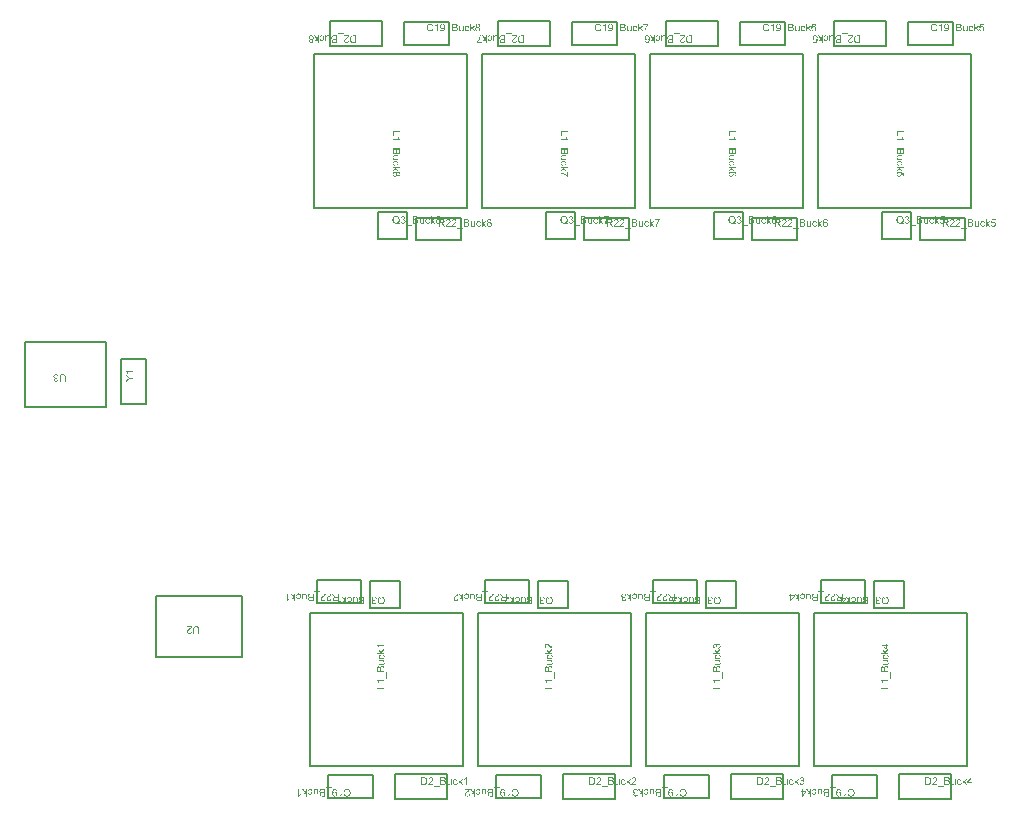
<source format=gbr>
G04*
G04 #@! TF.GenerationSoftware,Altium Limited,Altium Designer,24.0.1 (36)*
G04*
G04 Layer_Color=8388736*
%FSLAX25Y25*%
%MOIN*%
G70*
G04*
G04 #@! TF.SameCoordinates,A2E01C4A-C41F-4235-85C4-DC12FCC8AE1E*
G04*
G04*
G04 #@! TF.FilePolarity,Positive*
G04*
G01*
G75*
%ADD11C,0.00787*%
G36*
X366041Y412210D02*
X366088Y412202D01*
X366146Y412191D01*
X366212Y412173D01*
X366277Y412151D01*
X366343Y412122D01*
X366347D01*
X366350Y412119D01*
X366372Y412108D01*
X366405Y412086D01*
X366441Y412060D01*
X366485Y412024D01*
X366529Y411984D01*
X366572Y411937D01*
X366609Y411882D01*
X366612Y411875D01*
X366623Y411857D01*
X366638Y411824D01*
X366656Y411784D01*
X366674Y411736D01*
X366689Y411682D01*
X366700Y411620D01*
X366703Y411558D01*
Y411551D01*
Y411529D01*
X366700Y411500D01*
X366692Y411460D01*
X366681Y411412D01*
X366663Y411362D01*
X366641Y411310D01*
X366612Y411260D01*
X366609Y411252D01*
X366598Y411238D01*
X366576Y411212D01*
X366547Y411183D01*
X366510Y411150D01*
X366467Y411114D01*
X366416Y411081D01*
X366354Y411048D01*
X366357D01*
X366365Y411045D01*
X366376Y411041D01*
X366390Y411037D01*
X366430Y411023D01*
X366481Y411001D01*
X366540Y410972D01*
X366598Y410936D01*
X366652Y410888D01*
X366703Y410834D01*
X366707Y410826D01*
X366722Y410805D01*
X366743Y410768D01*
X366765Y410721D01*
X366787Y410663D01*
X366809Y410594D01*
X366823Y410513D01*
X366827Y410426D01*
Y410422D01*
Y410411D01*
Y410393D01*
X366823Y410371D01*
X366820Y410342D01*
X366812Y410310D01*
X366805Y410273D01*
X366798Y410233D01*
X366769Y410146D01*
X366747Y410098D01*
X366725Y410055D01*
X366696Y410007D01*
X366663Y409960D01*
X366627Y409913D01*
X366583Y409869D01*
X366580Y409865D01*
X366572Y409858D01*
X366558Y409847D01*
X366540Y409833D01*
X366518Y409815D01*
X366489Y409796D01*
X366456Y409774D01*
X366416Y409756D01*
X366376Y409734D01*
X366328Y409713D01*
X366281Y409694D01*
X366227Y409676D01*
X366168Y409662D01*
X366106Y409651D01*
X366044Y409643D01*
X365975Y409640D01*
X365943D01*
X365921Y409643D01*
X365892Y409647D01*
X365859Y409651D01*
X365822Y409658D01*
X365782Y409665D01*
X365695Y409687D01*
X365604Y409724D01*
X365557Y409745D01*
X365513Y409771D01*
X365469Y409804D01*
X365426Y409836D01*
X365422Y409840D01*
X365415Y409847D01*
X365404Y409858D01*
X365393Y409873D01*
X365375Y409891D01*
X365356Y409916D01*
X365335Y409942D01*
X365313Y409975D01*
X365291Y410011D01*
X365269Y410047D01*
X365229Y410135D01*
X365196Y410237D01*
X365185Y410291D01*
X365178Y410350D01*
X365488Y410390D01*
Y410386D01*
X365491Y410379D01*
X365495Y410364D01*
X365498Y410346D01*
X365502Y410324D01*
X365509Y410299D01*
X365528Y410244D01*
X365553Y410179D01*
X365586Y410117D01*
X365622Y410058D01*
X365666Y410007D01*
X365673Y410004D01*
X365688Y409989D01*
X365717Y409971D01*
X365753Y409953D01*
X365797Y409931D01*
X365851Y409913D01*
X365913Y409898D01*
X365979Y409895D01*
X366001D01*
X366015Y409898D01*
X366055Y409902D01*
X366106Y409913D01*
X366165Y409931D01*
X366227Y409957D01*
X366288Y409993D01*
X366347Y410044D01*
X366354Y410051D01*
X366372Y410073D01*
X366394Y410106D01*
X366423Y410149D01*
X366452Y410204D01*
X366474Y410266D01*
X366492Y410339D01*
X366499Y410419D01*
Y410422D01*
Y410430D01*
Y410441D01*
X366496Y410455D01*
X366492Y410495D01*
X366481Y410542D01*
X366467Y410601D01*
X366441Y410659D01*
X366405Y410717D01*
X366357Y410772D01*
X366350Y410779D01*
X366332Y410794D01*
X366303Y410815D01*
X366263Y410841D01*
X366212Y410866D01*
X366150Y410888D01*
X366081Y410903D01*
X366004Y410910D01*
X365972D01*
X365946Y410907D01*
X365913Y410903D01*
X365877Y410896D01*
X365833Y410888D01*
X365786Y410877D01*
X365822Y411150D01*
X365841D01*
X365855Y411147D01*
X365902D01*
X365943Y411154D01*
X365990Y411161D01*
X366044Y411172D01*
X366106Y411190D01*
X366165Y411216D01*
X366227Y411249D01*
X366230D01*
X366234Y411252D01*
X366252Y411267D01*
X366277Y411292D01*
X366306Y411325D01*
X366336Y411372D01*
X366361Y411427D01*
X366379Y411489D01*
X366387Y411525D01*
Y411565D01*
Y411569D01*
Y411573D01*
Y411594D01*
X366379Y411624D01*
X366372Y411664D01*
X366357Y411707D01*
X366339Y411755D01*
X366310Y411802D01*
X366270Y411846D01*
X366266Y411849D01*
X366248Y411864D01*
X366223Y411882D01*
X366190Y411904D01*
X366146Y411922D01*
X366095Y411940D01*
X366037Y411955D01*
X365972Y411958D01*
X365943D01*
X365910Y411951D01*
X365866Y411944D01*
X365819Y411929D01*
X365772Y411911D01*
X365721Y411882D01*
X365673Y411846D01*
X365669Y411842D01*
X365655Y411824D01*
X365633Y411798D01*
X365608Y411762D01*
X365582Y411715D01*
X365557Y411656D01*
X365535Y411587D01*
X365520Y411507D01*
X365211Y411562D01*
Y411565D01*
X365214Y411576D01*
X365218Y411591D01*
X365222Y411613D01*
X365229Y411638D01*
X365240Y411667D01*
X365262Y411736D01*
X365298Y411817D01*
X365342Y411897D01*
X365396Y411973D01*
X365466Y412042D01*
X365469Y412046D01*
X365477Y412049D01*
X365488Y412057D01*
X365502Y412068D01*
X365520Y412082D01*
X365546Y412097D01*
X365571Y412111D01*
X365604Y412129D01*
X365677Y412159D01*
X365760Y412188D01*
X365859Y412206D01*
X365910Y412213D01*
X366001D01*
X366041Y412210D01*
D02*
G37*
G36*
X374274Y411547D02*
X374296D01*
X374325Y411544D01*
X374395Y411533D01*
X374471Y411514D01*
X374551Y411485D01*
X374631Y411449D01*
X374708Y411398D01*
X374711D01*
X374715Y411391D01*
X374737Y411369D01*
X374769Y411336D01*
X374810Y411289D01*
X374850Y411231D01*
X374890Y411158D01*
X374926Y411074D01*
X374952Y410976D01*
X374649Y410928D01*
Y410932D01*
X374646Y410936D01*
X374642Y410957D01*
X374631Y410990D01*
X374613Y411030D01*
X374595Y411074D01*
X374566Y411121D01*
X374533Y411165D01*
X374497Y411201D01*
X374493Y411205D01*
X374478Y411216D01*
X374453Y411231D01*
X374424Y411249D01*
X374384Y411267D01*
X374340Y411281D01*
X374289Y411292D01*
X374235Y411296D01*
X374213D01*
X374194Y411292D01*
X374154Y411289D01*
X374100Y411274D01*
X374042Y411256D01*
X373976Y411227D01*
X373914Y411183D01*
X373885Y411158D01*
X373856Y411129D01*
Y411125D01*
X373849Y411121D01*
X373841Y411110D01*
X373834Y411096D01*
X373823Y411078D01*
X373809Y411056D01*
X373798Y411030D01*
X373783Y411001D01*
X373768Y410965D01*
X373758Y410925D01*
X373743Y410881D01*
X373732Y410834D01*
X373725Y410783D01*
X373718Y410724D01*
X373710Y410663D01*
Y410597D01*
Y410594D01*
Y410582D01*
Y410561D01*
X373714Y410539D01*
Y410506D01*
X373718Y410473D01*
X373728Y410393D01*
X373743Y410306D01*
X373768Y410215D01*
X373801Y410135D01*
X373823Y410095D01*
X373849Y410062D01*
X373856Y410055D01*
X373874Y410037D01*
X373907Y410011D01*
X373947Y409982D01*
X374002Y409949D01*
X374063Y409924D01*
X374136Y409905D01*
X374176Y409902D01*
X374216Y409898D01*
X374223D01*
X374245Y409902D01*
X374282Y409905D01*
X374322Y409913D01*
X374369Y409924D01*
X374420Y409945D01*
X374471Y409971D01*
X374518Y410007D01*
X374526Y410011D01*
X374537Y410029D01*
X374558Y410055D01*
X374584Y410095D01*
X374609Y410142D01*
X374639Y410200D01*
X374660Y410273D01*
X374675Y410353D01*
X374981Y410313D01*
Y410310D01*
X374977Y410299D01*
X374973Y410284D01*
X374970Y410262D01*
X374962Y410233D01*
X374955Y410204D01*
X374930Y410131D01*
X374897Y410055D01*
X374850Y409971D01*
X374791Y409891D01*
X374759Y409855D01*
X374722Y409818D01*
X374719Y409815D01*
X374711Y409811D01*
X374700Y409804D01*
X374686Y409793D01*
X374668Y409778D01*
X374642Y409763D01*
X374613Y409749D01*
X374584Y409731D01*
X374511Y409698D01*
X374424Y409672D01*
X374329Y409651D01*
X374274Y409647D01*
X374220Y409643D01*
X374184D01*
X374158Y409647D01*
X374125Y409651D01*
X374089Y409658D01*
X374049Y409665D01*
X374005Y409672D01*
X373907Y409702D01*
X373860Y409724D01*
X373809Y409745D01*
X373758Y409774D01*
X373710Y409807D01*
X373663Y409844D01*
X373619Y409887D01*
X373616Y409891D01*
X373608Y409898D01*
X373597Y409913D01*
X373583Y409931D01*
X373568Y409957D01*
X373547Y409989D01*
X373528Y410026D01*
X373506Y410066D01*
X373485Y410113D01*
X373466Y410168D01*
X373445Y410222D01*
X373430Y410288D01*
X373415Y410353D01*
X373405Y410430D01*
X373397Y410506D01*
X373394Y410590D01*
Y410594D01*
Y410604D01*
Y410619D01*
Y410641D01*
X373397Y410666D01*
Y410695D01*
X373401Y410728D01*
X373405Y410765D01*
X373415Y410845D01*
X373434Y410932D01*
X373456Y411019D01*
X373488Y411107D01*
Y411110D01*
X373492Y411118D01*
X373499Y411129D01*
X373506Y411143D01*
X373528Y411183D01*
X373561Y411231D01*
X373605Y411285D01*
X373656Y411340D01*
X373718Y411394D01*
X373787Y411438D01*
X373790D01*
X373798Y411442D01*
X373809Y411449D01*
X373823Y411456D01*
X373841Y411463D01*
X373863Y411474D01*
X373918Y411496D01*
X373980Y411514D01*
X374056Y411533D01*
X374136Y411547D01*
X374223Y411551D01*
X374253D01*
X374274Y411547D01*
D02*
G37*
G36*
X391260Y410531D02*
X391282D01*
X391311Y410527D01*
X391381Y410516D01*
X391457Y410498D01*
X391537Y410469D01*
X391617Y410432D01*
X391694Y410381D01*
X391697D01*
X391701Y410374D01*
X391723Y410352D01*
X391756Y410320D01*
X391795Y410272D01*
X391836Y410214D01*
X391876Y410141D01*
X391912Y410057D01*
X391937Y409959D01*
X391635Y409912D01*
Y409915D01*
X391632Y409919D01*
X391628Y409941D01*
X391617Y409974D01*
X391599Y410014D01*
X391581Y410057D01*
X391552Y410105D01*
X391519Y410148D01*
X391482Y410185D01*
X391479Y410188D01*
X391464Y410199D01*
X391439Y410214D01*
X391410Y410232D01*
X391370Y410250D01*
X391326Y410265D01*
X391275Y410276D01*
X391220Y410280D01*
X391199D01*
X391180Y410276D01*
X391140Y410272D01*
X391086Y410258D01*
X391027Y410240D01*
X390962Y410210D01*
X390900Y410167D01*
X390871Y410141D01*
X390842Y410112D01*
Y410108D01*
X390835Y410105D01*
X390827Y410094D01*
X390820Y410079D01*
X390809Y410061D01*
X390794Y410039D01*
X390784Y410014D01*
X390769Y409985D01*
X390755Y409948D01*
X390744Y409908D01*
X390729Y409865D01*
X390718Y409817D01*
X390711Y409766D01*
X390704Y409708D01*
X390696Y409646D01*
Y409581D01*
Y409577D01*
Y409566D01*
Y409544D01*
X390700Y409522D01*
Y409490D01*
X390704Y409457D01*
X390714Y409377D01*
X390729Y409289D01*
X390755Y409198D01*
X390787Y409118D01*
X390809Y409078D01*
X390835Y409046D01*
X390842Y409038D01*
X390860Y409020D01*
X390893Y408995D01*
X390933Y408965D01*
X390987Y408933D01*
X391049Y408907D01*
X391122Y408889D01*
X391162Y408885D01*
X391202Y408882D01*
X391210D01*
X391231Y408885D01*
X391268Y408889D01*
X391308Y408896D01*
X391355Y408907D01*
X391406Y408929D01*
X391457Y408954D01*
X391504Y408991D01*
X391512Y408995D01*
X391523Y409013D01*
X391544Y409038D01*
X391570Y409078D01*
X391595Y409126D01*
X391624Y409184D01*
X391646Y409257D01*
X391661Y409337D01*
X391967Y409297D01*
Y409293D01*
X391963Y409282D01*
X391959Y409268D01*
X391956Y409246D01*
X391948Y409217D01*
X391941Y409188D01*
X391916Y409115D01*
X391883Y409038D01*
X391836Y408954D01*
X391777Y408874D01*
X391745Y408838D01*
X391708Y408802D01*
X391705Y408798D01*
X391697Y408794D01*
X391686Y408787D01*
X391672Y408776D01*
X391654Y408762D01*
X391628Y408747D01*
X391599Y408733D01*
X391570Y408714D01*
X391497Y408681D01*
X391410Y408656D01*
X391315Y408634D01*
X391260Y408631D01*
X391206Y408627D01*
X391170D01*
X391144Y408631D01*
X391111Y408634D01*
X391075Y408641D01*
X391035Y408649D01*
X390991Y408656D01*
X390893Y408685D01*
X390845Y408707D01*
X390794Y408729D01*
X390744Y408758D01*
X390696Y408791D01*
X390649Y408827D01*
X390605Y408871D01*
X390602Y408874D01*
X390594Y408882D01*
X390583Y408896D01*
X390569Y408915D01*
X390554Y408940D01*
X390532Y408973D01*
X390514Y409009D01*
X390492Y409049D01*
X390471Y409096D01*
X390452Y409151D01*
X390430Y409206D01*
X390416Y409271D01*
X390401Y409337D01*
X390390Y409413D01*
X390383Y409490D01*
X390380Y409573D01*
Y409577D01*
Y409588D01*
Y409602D01*
Y409624D01*
X390383Y409650D01*
Y409679D01*
X390387Y409712D01*
X390390Y409748D01*
X390401Y409828D01*
X390420Y409915D01*
X390441Y410003D01*
X390474Y410090D01*
Y410094D01*
X390478Y410101D01*
X390485Y410112D01*
X390492Y410127D01*
X390514Y410167D01*
X390547Y410214D01*
X390591Y410269D01*
X390642Y410323D01*
X390704Y410378D01*
X390773Y410422D01*
X390776D01*
X390784Y410425D01*
X390794Y410432D01*
X390809Y410440D01*
X390827Y410447D01*
X390849Y410458D01*
X390904Y410480D01*
X390966Y410498D01*
X391042Y410516D01*
X391122Y410531D01*
X391210Y410534D01*
X391239D01*
X391260Y410531D01*
D02*
G37*
G36*
X373001Y409683D02*
X372724D01*
Y409949D01*
X372720Y409945D01*
X372713Y409935D01*
X372702Y409920D01*
X372684Y409902D01*
X372662Y409880D01*
X372637Y409851D01*
X372607Y409825D01*
X372571Y409796D01*
X372531Y409767D01*
X372487Y409742D01*
X372440Y409716D01*
X372389Y409691D01*
X372331Y409672D01*
X372272Y409658D01*
X372207Y409647D01*
X372141Y409643D01*
X372116D01*
X372083Y409647D01*
X372043Y409651D01*
X371996Y409658D01*
X371945Y409669D01*
X371894Y409683D01*
X371839Y409705D01*
X371832Y409709D01*
X371817Y409716D01*
X371792Y409731D01*
X371763Y409749D01*
X371726Y409771D01*
X371694Y409796D01*
X371661Y409825D01*
X371632Y409858D01*
X371628Y409862D01*
X371621Y409876D01*
X371610Y409895D01*
X371595Y409924D01*
X371577Y409957D01*
X371563Y409997D01*
X371548Y410040D01*
X371537Y410087D01*
Y410091D01*
X371534Y410106D01*
X371530Y410127D01*
Y410157D01*
X371526Y410200D01*
X371523Y410248D01*
X371519Y410310D01*
Y410379D01*
Y411511D01*
X371828D01*
Y410495D01*
Y410492D01*
Y410484D01*
Y410473D01*
Y410455D01*
Y410415D01*
X371832Y410364D01*
Y410310D01*
X371836Y410255D01*
X371839Y410208D01*
X371847Y410168D01*
Y410164D01*
X371854Y410149D01*
X371861Y410127D01*
X371872Y410098D01*
X371890Y410069D01*
X371912Y410037D01*
X371938Y410007D01*
X371970Y409978D01*
X371974Y409975D01*
X371989Y409967D01*
X372007Y409957D01*
X372036Y409945D01*
X372069Y409931D01*
X372109Y409920D01*
X372152Y409913D01*
X372203Y409909D01*
X372229D01*
X372254Y409913D01*
X372287Y409916D01*
X372327Y409927D01*
X372371Y409938D01*
X372418Y409957D01*
X372465Y409978D01*
X372473Y409982D01*
X372487Y409993D01*
X372509Y410007D01*
X372535Y410029D01*
X372564Y410058D01*
X372593Y410091D01*
X372618Y410127D01*
X372640Y410171D01*
X372644Y410179D01*
X372647Y410193D01*
X372655Y410222D01*
X372666Y410262D01*
X372676Y410313D01*
X372684Y410375D01*
X372687Y410448D01*
X372691Y410532D01*
Y411511D01*
X373001D01*
Y409683D01*
D02*
G37*
G36*
X375556Y410765D02*
X376287Y411511D01*
X376691D01*
X375989Y410830D01*
X376761Y409683D01*
X376378D01*
X375770Y410615D01*
X375556Y410408D01*
Y409683D01*
X375246D01*
Y412202D01*
X375556D01*
Y410765D01*
D02*
G37*
G36*
X370219Y412199D02*
X370249D01*
X370314Y412191D01*
X370387Y412184D01*
X370463Y412170D01*
X370540Y412151D01*
X370609Y412126D01*
X370613D01*
X370616Y412122D01*
X370638Y412111D01*
X370671Y412093D01*
X370707Y412068D01*
X370751Y412035D01*
X370798Y411995D01*
X370842Y411944D01*
X370882Y411889D01*
X370886Y411882D01*
X370897Y411860D01*
X370915Y411831D01*
X370933Y411787D01*
X370951Y411736D01*
X370969Y411682D01*
X370980Y411620D01*
X370984Y411558D01*
Y411551D01*
Y411533D01*
X370980Y411500D01*
X370973Y411460D01*
X370962Y411412D01*
X370944Y411362D01*
X370922Y411310D01*
X370893Y411256D01*
X370889Y411249D01*
X370878Y411234D01*
X370856Y411205D01*
X370827Y411176D01*
X370791Y411139D01*
X370747Y411099D01*
X370693Y411063D01*
X370631Y411027D01*
X370635D01*
X370642Y411023D01*
X370653Y411019D01*
X370667Y411012D01*
X370711Y410997D01*
X370762Y410972D01*
X370816Y410939D01*
X370878Y410899D01*
X370933Y410852D01*
X370984Y410794D01*
X370988Y410786D01*
X371002Y410765D01*
X371024Y410732D01*
X371046Y410688D01*
X371068Y410630D01*
X371090Y410568D01*
X371104Y410495D01*
X371108Y410415D01*
Y410411D01*
Y410408D01*
Y410386D01*
X371104Y410350D01*
X371097Y410306D01*
X371090Y410255D01*
X371075Y410200D01*
X371057Y410142D01*
X371031Y410084D01*
X371028Y410077D01*
X371017Y410058D01*
X371002Y410033D01*
X370980Y409997D01*
X370951Y409960D01*
X370922Y409920D01*
X370886Y409880D01*
X370846Y409847D01*
X370842Y409844D01*
X370827Y409833D01*
X370802Y409818D01*
X370769Y409804D01*
X370729Y409782D01*
X370682Y409760D01*
X370631Y409742D01*
X370569Y409724D01*
X370562D01*
X370540Y409716D01*
X370503Y409713D01*
X370456Y409705D01*
X370398Y409698D01*
X370329Y409691D01*
X370252Y409687D01*
X370165Y409683D01*
X369204D01*
Y412202D01*
X370194D01*
X370219Y412199D01*
D02*
G37*
G36*
X363708Y412242D02*
X363740D01*
X363773Y412239D01*
X363817Y412231D01*
X363860Y412224D01*
X363955Y412206D01*
X364064Y412177D01*
X364170Y412133D01*
X364224Y412108D01*
X364279Y412079D01*
X364283Y412075D01*
X364290Y412071D01*
X364304Y412060D01*
X364326Y412049D01*
X364348Y412031D01*
X364377Y412009D01*
X364439Y411958D01*
X364505Y411893D01*
X364578Y411813D01*
X364647Y411718D01*
X364705Y411613D01*
Y411609D01*
X364712Y411598D01*
X364720Y411584D01*
X364727Y411562D01*
X364741Y411533D01*
X364752Y411500D01*
X364767Y411460D01*
X364781Y411416D01*
X364792Y411369D01*
X364807Y411318D01*
X364821Y411263D01*
X364832Y411205D01*
X364847Y411078D01*
X364854Y410943D01*
Y410939D01*
Y410928D01*
Y410914D01*
Y410892D01*
X364850Y410863D01*
Y410830D01*
X364847Y410794D01*
X364843Y410757D01*
X364832Y410670D01*
X364814Y410575D01*
X364792Y410477D01*
X364759Y410382D01*
Y410379D01*
X364756Y410371D01*
X364749Y410357D01*
X364741Y410342D01*
X364730Y410320D01*
X364720Y410295D01*
X364690Y410237D01*
X364650Y410168D01*
X364599Y410095D01*
X364541Y410022D01*
X364476Y409949D01*
X364479D01*
X364487Y409942D01*
X364497Y409935D01*
X364516Y409924D01*
X364534Y409909D01*
X364559Y409895D01*
X364614Y409862D01*
X364679Y409822D01*
X364752Y409782D01*
X364829Y409749D01*
X364901Y409716D01*
X364803Y409487D01*
X364800D01*
X364792Y409490D01*
X364778Y409498D01*
X364756Y409505D01*
X364730Y409516D01*
X364701Y409531D01*
X364668Y409545D01*
X364632Y409563D01*
X364552Y409607D01*
X364461Y409658D01*
X364363Y409724D01*
X364261Y409796D01*
X364257D01*
X364250Y409789D01*
X364232Y409782D01*
X364213Y409771D01*
X364184Y409760D01*
X364155Y409745D01*
X364119Y409734D01*
X364079Y409720D01*
X364035Y409705D01*
X363988Y409691D01*
X363882Y409665D01*
X363766Y409647D01*
X363704Y409643D01*
X363642Y409640D01*
X363609D01*
X363584Y409643D01*
X363555D01*
X363518Y409647D01*
X363478Y409654D01*
X363435Y409662D01*
X363340Y409680D01*
X363234Y409709D01*
X363125Y409749D01*
X363074Y409774D01*
X363020Y409804D01*
X363016Y409807D01*
X363009Y409811D01*
X362994Y409822D01*
X362976Y409833D01*
X362950Y409851D01*
X362925Y409873D01*
X362863Y409924D01*
X362794Y409989D01*
X362725Y410069D01*
X362656Y410160D01*
X362594Y410266D01*
Y410269D01*
X362586Y410280D01*
X362579Y410295D01*
X362572Y410317D01*
X362561Y410346D01*
X362546Y410379D01*
X362532Y410419D01*
X362521Y410462D01*
X362506Y410510D01*
X362492Y410561D01*
X362481Y410615D01*
X362466Y410677D01*
X362452Y410805D01*
X362444Y410939D01*
Y410943D01*
Y410957D01*
Y410976D01*
X362448Y411001D01*
Y411034D01*
X362452Y411074D01*
X362455Y411118D01*
X362463Y411165D01*
X362481Y411271D01*
X362506Y411383D01*
X362543Y411503D01*
X362594Y411620D01*
X362597Y411624D01*
X362601Y411634D01*
X362608Y411649D01*
X362623Y411671D01*
X362637Y411696D01*
X362656Y411726D01*
X362707Y411795D01*
X362765Y411868D01*
X362841Y411944D01*
X362925Y412020D01*
X363023Y412086D01*
X363027Y412089D01*
X363038Y412093D01*
X363052Y412100D01*
X363074Y412111D01*
X363100Y412122D01*
X363129Y412137D01*
X363165Y412151D01*
X363205Y412166D01*
X363253Y412181D01*
X363300Y412195D01*
X363405Y412220D01*
X363522Y412239D01*
X363584Y412246D01*
X363682D01*
X363708Y412242D01*
D02*
G37*
G36*
X368982Y408985D02*
X366933D01*
Y409207D01*
X368982D01*
Y408985D01*
D02*
G37*
G36*
X389986Y408667D02*
X389710D01*
Y408933D01*
X389706Y408929D01*
X389699Y408918D01*
X389688Y408904D01*
X389670Y408885D01*
X389648Y408863D01*
X389622Y408834D01*
X389593Y408809D01*
X389557Y408780D01*
X389517Y408751D01*
X389473Y408725D01*
X389426Y408700D01*
X389375Y408674D01*
X389317Y408656D01*
X389258Y408641D01*
X389193Y408631D01*
X389127Y408627D01*
X389102D01*
X389069Y408631D01*
X389029Y408634D01*
X388982Y408641D01*
X388931Y408652D01*
X388880Y408667D01*
X388825Y408689D01*
X388818Y408693D01*
X388804Y408700D01*
X388778Y408714D01*
X388749Y408733D01*
X388712Y408754D01*
X388680Y408780D01*
X388647Y408809D01*
X388618Y408842D01*
X388614Y408845D01*
X388607Y408860D01*
X388596Y408878D01*
X388581Y408907D01*
X388563Y408940D01*
X388549Y408980D01*
X388534Y409024D01*
X388523Y409071D01*
Y409075D01*
X388520Y409089D01*
X388516Y409111D01*
Y409140D01*
X388512Y409184D01*
X388509Y409231D01*
X388505Y409293D01*
Y409362D01*
Y410494D01*
X388814D01*
Y409479D01*
Y409475D01*
Y409468D01*
Y409457D01*
Y409439D01*
Y409399D01*
X388818Y409348D01*
Y409293D01*
X388822Y409238D01*
X388825Y409191D01*
X388833Y409151D01*
Y409147D01*
X388840Y409133D01*
X388847Y409111D01*
X388858Y409082D01*
X388876Y409053D01*
X388898Y409020D01*
X388924Y408991D01*
X388956Y408962D01*
X388960Y408958D01*
X388974Y408951D01*
X388993Y408940D01*
X389022Y408929D01*
X389055Y408915D01*
X389095Y408904D01*
X389138Y408896D01*
X389189Y408893D01*
X389215D01*
X389240Y408896D01*
X389273Y408900D01*
X389313Y408911D01*
X389357Y408922D01*
X389404Y408940D01*
X389451Y408962D01*
X389459Y408965D01*
X389473Y408976D01*
X389495Y408991D01*
X389521Y409013D01*
X389550Y409042D01*
X389579Y409075D01*
X389604Y409111D01*
X389626Y409155D01*
X389630Y409162D01*
X389633Y409177D01*
X389641Y409206D01*
X389652Y409246D01*
X389663Y409297D01*
X389670Y409359D01*
X389673Y409431D01*
X389677Y409515D01*
Y410494D01*
X389986D01*
Y408667D01*
D02*
G37*
G36*
X392542Y409748D02*
X393273Y410494D01*
X393677D01*
X392975Y409814D01*
X393747Y408667D01*
X393364D01*
X392757Y409599D01*
X392542Y409391D01*
Y408667D01*
X392232D01*
Y411186D01*
X392542D01*
Y409748D01*
D02*
G37*
G36*
X387206Y411182D02*
X387235D01*
X387300Y411175D01*
X387373Y411168D01*
X387449Y411153D01*
X387526Y411135D01*
X387595Y411109D01*
X387599D01*
X387602Y411106D01*
X387624Y411095D01*
X387657Y411077D01*
X387693Y411051D01*
X387737Y411018D01*
X387784Y410978D01*
X387828Y410927D01*
X387868Y410873D01*
X387872Y410865D01*
X387882Y410844D01*
X387901Y410815D01*
X387919Y410771D01*
X387937Y410720D01*
X387955Y410665D01*
X387966Y410603D01*
X387970Y410542D01*
Y410534D01*
Y410516D01*
X387966Y410483D01*
X387959Y410443D01*
X387948Y410396D01*
X387930Y410345D01*
X387908Y410294D01*
X387879Y410240D01*
X387875Y410232D01*
X387864Y410218D01*
X387842Y410188D01*
X387813Y410159D01*
X387777Y410123D01*
X387733Y410083D01*
X387679Y410046D01*
X387617Y410010D01*
X387620D01*
X387628Y410007D01*
X387639Y410003D01*
X387653Y409996D01*
X387697Y409981D01*
X387748Y409956D01*
X387802Y409923D01*
X387864Y409883D01*
X387919Y409835D01*
X387970Y409777D01*
X387973Y409770D01*
X387988Y409748D01*
X388010Y409715D01*
X388032Y409672D01*
X388054Y409613D01*
X388075Y409551D01*
X388090Y409479D01*
X388094Y409399D01*
Y409395D01*
Y409391D01*
Y409370D01*
X388090Y409333D01*
X388083Y409289D01*
X388075Y409238D01*
X388061Y409184D01*
X388043Y409126D01*
X388017Y409067D01*
X388014Y409060D01*
X388003Y409042D01*
X387988Y409016D01*
X387966Y408980D01*
X387937Y408944D01*
X387908Y408904D01*
X387872Y408863D01*
X387832Y408831D01*
X387828Y408827D01*
X387813Y408816D01*
X387788Y408802D01*
X387755Y408787D01*
X387715Y408765D01*
X387668Y408743D01*
X387617Y408725D01*
X387555Y408707D01*
X387548D01*
X387526Y408700D01*
X387489Y408696D01*
X387442Y408689D01*
X387384Y408681D01*
X387315Y408674D01*
X387238Y408671D01*
X387151Y408667D01*
X386190D01*
Y411186D01*
X387180D01*
X387206Y411182D01*
D02*
G37*
G36*
X383056Y411193D02*
X383085Y411190D01*
X383121Y411186D01*
X383161Y411179D01*
X383202Y411171D01*
X383296Y411146D01*
X383391Y411109D01*
X383438Y411088D01*
X383485Y411062D01*
X383529Y411029D01*
X383569Y410993D01*
X383573Y410989D01*
X383580Y410986D01*
X383587Y410971D01*
X383602Y410956D01*
X383620Y410938D01*
X383638Y410913D01*
X383657Y410887D01*
X383678Y410855D01*
X383715Y410785D01*
X383751Y410698D01*
X383766Y410654D01*
X383773Y410603D01*
X383780Y410553D01*
X383784Y410498D01*
Y410491D01*
Y410472D01*
X383780Y410443D01*
X383777Y410403D01*
X383769Y410360D01*
X383755Y410309D01*
X383740Y410254D01*
X383718Y410199D01*
X383715Y410192D01*
X383707Y410174D01*
X383693Y410145D01*
X383671Y410105D01*
X383642Y410061D01*
X383606Y410007D01*
X383562Y409952D01*
X383511Y409890D01*
X383504Y409883D01*
X383485Y409861D01*
X383467Y409843D01*
X383449Y409825D01*
X383427Y409803D01*
X383398Y409773D01*
X383369Y409744D01*
X383332Y409712D01*
X383296Y409675D01*
X383252Y409635D01*
X383205Y409595D01*
X383154Y409548D01*
X383096Y409501D01*
X383038Y409450D01*
X383034Y409446D01*
X383027Y409439D01*
X383012Y409428D01*
X382994Y409413D01*
X382972Y409391D01*
X382947Y409370D01*
X382889Y409322D01*
X382827Y409268D01*
X382768Y409213D01*
X382717Y409166D01*
X382696Y409147D01*
X382677Y409129D01*
X382674Y409126D01*
X382663Y409115D01*
X382648Y409100D01*
X382630Y409078D01*
X382612Y409053D01*
X382590Y409027D01*
X382546Y408965D01*
X383787D01*
Y408667D01*
X382117D01*
Y408671D01*
Y408685D01*
Y408707D01*
X382120Y408736D01*
X382124Y408769D01*
X382131Y408805D01*
X382139Y408842D01*
X382153Y408882D01*
Y408885D01*
X382157Y408889D01*
X382164Y408911D01*
X382179Y408944D01*
X382201Y408987D01*
X382230Y409038D01*
X382266Y409096D01*
X382306Y409155D01*
X382357Y409217D01*
Y409220D01*
X382364Y409224D01*
X382382Y409246D01*
X382415Y409278D01*
X382463Y409326D01*
X382517Y409380D01*
X382586Y409446D01*
X382670Y409519D01*
X382761Y409595D01*
X382765Y409599D01*
X382779Y409610D01*
X382801Y409628D01*
X382827Y409650D01*
X382859Y409679D01*
X382899Y409712D01*
X382939Y409748D01*
X382987Y409788D01*
X383078Y409875D01*
X383169Y409963D01*
X383212Y410007D01*
X383252Y410050D01*
X383289Y410090D01*
X383318Y410130D01*
Y410134D01*
X383325Y410138D01*
X383332Y410148D01*
X383340Y410163D01*
X383365Y410203D01*
X383394Y410250D01*
X383420Y410309D01*
X383445Y410370D01*
X383460Y410440D01*
X383467Y410505D01*
Y410509D01*
Y410512D01*
X383464Y410534D01*
X383460Y410571D01*
X383449Y410611D01*
X383435Y410662D01*
X383409Y410713D01*
X383376Y410764D01*
X383332Y410815D01*
X383325Y410822D01*
X383307Y410836D01*
X383282Y410855D01*
X383242Y410880D01*
X383191Y410902D01*
X383132Y410924D01*
X383063Y410938D01*
X382987Y410942D01*
X382965D01*
X382950Y410938D01*
X382907Y410935D01*
X382856Y410924D01*
X382801Y410909D01*
X382739Y410884D01*
X382681Y410851D01*
X382626Y410807D01*
X382619Y410800D01*
X382605Y410782D01*
X382583Y410753D01*
X382561Y410709D01*
X382535Y410658D01*
X382513Y410593D01*
X382499Y410520D01*
X382492Y410436D01*
X382175Y410469D01*
Y410472D01*
X382179Y410483D01*
Y410501D01*
X382182Y410527D01*
X382190Y410556D01*
X382197Y410589D01*
X382208Y410629D01*
X382219Y410669D01*
X382248Y410756D01*
X382292Y410844D01*
X382317Y410887D01*
X382350Y410931D01*
X382382Y410971D01*
X382419Y411007D01*
X382422Y411011D01*
X382430Y411015D01*
X382441Y411026D01*
X382459Y411037D01*
X382481Y411051D01*
X382506Y411066D01*
X382535Y411084D01*
X382572Y411102D01*
X382612Y411120D01*
X382656Y411138D01*
X382703Y411153D01*
X382754Y411168D01*
X382808Y411179D01*
X382867Y411190D01*
X382928Y411193D01*
X382994Y411197D01*
X383030D01*
X383056Y411193D01*
D02*
G37*
G36*
X381098D02*
X381127Y411190D01*
X381163Y411186D01*
X381203Y411179D01*
X381243Y411171D01*
X381338Y411146D01*
X381433Y411109D01*
X381480Y411088D01*
X381527Y411062D01*
X381571Y411029D01*
X381611Y410993D01*
X381614Y410989D01*
X381622Y410986D01*
X381629Y410971D01*
X381644Y410956D01*
X381662Y410938D01*
X381680Y410913D01*
X381698Y410887D01*
X381720Y410855D01*
X381756Y410785D01*
X381793Y410698D01*
X381807Y410654D01*
X381815Y410603D01*
X381822Y410553D01*
X381826Y410498D01*
Y410491D01*
Y410472D01*
X381822Y410443D01*
X381818Y410403D01*
X381811Y410360D01*
X381797Y410309D01*
X381782Y410254D01*
X381760Y410199D01*
X381756Y410192D01*
X381749Y410174D01*
X381735Y410145D01*
X381713Y410105D01*
X381684Y410061D01*
X381647Y410007D01*
X381604Y409952D01*
X381553Y409890D01*
X381545Y409883D01*
X381527Y409861D01*
X381509Y409843D01*
X381491Y409825D01*
X381469Y409803D01*
X381440Y409773D01*
X381411Y409744D01*
X381374Y409712D01*
X381338Y409675D01*
X381294Y409635D01*
X381247Y409595D01*
X381196Y409548D01*
X381138Y409501D01*
X381079Y409450D01*
X381076Y409446D01*
X381068Y409439D01*
X381054Y409428D01*
X381036Y409413D01*
X381014Y409391D01*
X380988Y409370D01*
X380930Y409322D01*
X380868Y409268D01*
X380810Y409213D01*
X380759Y409166D01*
X380737Y409147D01*
X380719Y409129D01*
X380715Y409126D01*
X380704Y409115D01*
X380690Y409100D01*
X380672Y409078D01*
X380654Y409053D01*
X380632Y409027D01*
X380588Y408965D01*
X381829D01*
Y408667D01*
X380158D01*
Y408671D01*
Y408685D01*
Y408707D01*
X380162Y408736D01*
X380166Y408769D01*
X380173Y408805D01*
X380180Y408842D01*
X380195Y408882D01*
Y408885D01*
X380199Y408889D01*
X380206Y408911D01*
X380220Y408944D01*
X380242Y408987D01*
X380271Y409038D01*
X380308Y409096D01*
X380348Y409155D01*
X380399Y409217D01*
Y409220D01*
X380406Y409224D01*
X380424Y409246D01*
X380457Y409278D01*
X380504Y409326D01*
X380559Y409380D01*
X380628Y409446D01*
X380712Y409519D01*
X380803Y409595D01*
X380806Y409599D01*
X380821Y409610D01*
X380843Y409628D01*
X380868Y409650D01*
X380901Y409679D01*
X380941Y409712D01*
X380981Y409748D01*
X381028Y409788D01*
X381119Y409875D01*
X381210Y409963D01*
X381254Y410007D01*
X381294Y410050D01*
X381330Y410090D01*
X381360Y410130D01*
Y410134D01*
X381367Y410138D01*
X381374Y410148D01*
X381382Y410163D01*
X381407Y410203D01*
X381436Y410250D01*
X381462Y410309D01*
X381487Y410370D01*
X381502Y410440D01*
X381509Y410505D01*
Y410509D01*
Y410512D01*
X381505Y410534D01*
X381502Y410571D01*
X381491Y410611D01*
X381476Y410662D01*
X381451Y410713D01*
X381418Y410764D01*
X381374Y410815D01*
X381367Y410822D01*
X381349Y410836D01*
X381323Y410855D01*
X381283Y410880D01*
X381232Y410902D01*
X381174Y410924D01*
X381105Y410938D01*
X381028Y410942D01*
X381007D01*
X380992Y410938D01*
X380948Y410935D01*
X380897Y410924D01*
X380843Y410909D01*
X380781Y410884D01*
X380723Y410851D01*
X380668Y410807D01*
X380661Y410800D01*
X380646Y410782D01*
X380624Y410753D01*
X380603Y410709D01*
X380577Y410658D01*
X380555Y410593D01*
X380541Y410520D01*
X380533Y410436D01*
X380217Y410469D01*
Y410472D01*
X380220Y410483D01*
Y410501D01*
X380224Y410527D01*
X380231Y410556D01*
X380239Y410589D01*
X380249Y410629D01*
X380260Y410669D01*
X380290Y410756D01*
X380333Y410844D01*
X380359Y410887D01*
X380391Y410931D01*
X380424Y410971D01*
X380461Y411007D01*
X380464Y411011D01*
X380471Y411015D01*
X380482Y411026D01*
X380501Y411037D01*
X380522Y411051D01*
X380548Y411066D01*
X380577Y411084D01*
X380613Y411102D01*
X380654Y411120D01*
X380697Y411138D01*
X380745Y411153D01*
X380795Y411168D01*
X380850Y411179D01*
X380908Y411190D01*
X380970Y411193D01*
X381036Y411197D01*
X381072D01*
X381098Y411193D01*
D02*
G37*
G36*
X377794Y412210D02*
X377823Y412206D01*
X377856Y412202D01*
X377893Y412199D01*
X377929Y412188D01*
X378016Y412166D01*
X378104Y412133D01*
X378147Y412111D01*
X378191Y412086D01*
X378231Y412053D01*
X378271Y412020D01*
X378275Y412017D01*
X378278Y412013D01*
X378289Y412002D01*
X378304Y411988D01*
X378319Y411966D01*
X378337Y411944D01*
X378373Y411889D01*
X378410Y411820D01*
X378442Y411740D01*
X378468Y411649D01*
X378471Y411602D01*
X378475Y411551D01*
Y411547D01*
Y411544D01*
Y411522D01*
X378471Y411489D01*
X378464Y411449D01*
X378453Y411398D01*
X378435Y411347D01*
X378413Y411296D01*
X378380Y411245D01*
X378377Y411238D01*
X378362Y411223D01*
X378340Y411201D01*
X378325Y411186D01*
X378961D01*
X378990Y411182D01*
X379023D01*
X379099Y411179D01*
X379179Y411168D01*
X379267Y411157D01*
X379347Y411138D01*
X379387Y411128D01*
X379419Y411117D01*
X379423D01*
X379427Y411113D01*
X379449Y411102D01*
X379481Y411088D01*
X379521Y411062D01*
X379565Y411029D01*
X379612Y410986D01*
X379656Y410935D01*
X379700Y410877D01*
Y410873D01*
X379703Y410869D01*
X379718Y410847D01*
X379733Y410811D01*
X379754Y410764D01*
X379773Y410709D01*
X379791Y410643D01*
X379802Y410574D01*
X379805Y410498D01*
Y410494D01*
Y410487D01*
Y410472D01*
X379802Y410454D01*
Y410429D01*
X379798Y410403D01*
X379784Y410341D01*
X379762Y410269D01*
X379733Y410192D01*
X379689Y410116D01*
X379660Y410079D01*
X379631Y410043D01*
X379627Y410039D01*
X379623Y410036D01*
X379612Y410025D01*
X379598Y410014D01*
X379580Y409999D01*
X379558Y409985D01*
X379529Y409966D01*
X379500Y409945D01*
X379463Y409926D01*
X379423Y409908D01*
X379380Y409886D01*
X379332Y409868D01*
X379278Y409854D01*
X379223Y409835D01*
X379161Y409825D01*
X379096Y409814D01*
X379103Y409810D01*
X379117Y409803D01*
X379139Y409788D01*
X379168Y409773D01*
X379234Y409733D01*
X379267Y409708D01*
X379296Y409686D01*
X379303Y409679D01*
X379321Y409661D01*
X379350Y409632D01*
X379387Y409595D01*
X379427Y409544D01*
X379474Y409490D01*
X379521Y409424D01*
X379572Y409351D01*
X380006Y408667D01*
X379591D01*
X379259Y409191D01*
Y409195D01*
X379252Y409202D01*
X379245Y409213D01*
X379234Y409228D01*
X379208Y409268D01*
X379176Y409318D01*
X379136Y409373D01*
X379096Y409431D01*
X379056Y409486D01*
X379019Y409537D01*
X379015Y409541D01*
X379005Y409555D01*
X378986Y409577D01*
X378961Y409602D01*
X378906Y409657D01*
X378877Y409683D01*
X378848Y409704D01*
X378844Y409708D01*
X378837Y409712D01*
X378823Y409719D01*
X378801Y409730D01*
X378779Y409741D01*
X378753Y409752D01*
X378695Y409770D01*
X378692D01*
X378684Y409773D01*
X378670D01*
X378651Y409777D01*
X378626Y409781D01*
X378597D01*
X378557Y409785D01*
X378248D01*
X378224Y409771D01*
X378187Y409749D01*
X378147Y409727D01*
X378127Y409719D01*
Y408667D01*
X377793D01*
Y409642D01*
X377747Y409640D01*
X377711D01*
X377685Y409643D01*
X377652Y409647D01*
X377616Y409651D01*
X377576Y409658D01*
X377532Y409669D01*
X377434Y409694D01*
X377383Y409713D01*
X377336Y409731D01*
X377285Y409756D01*
X377234Y409785D01*
X377186Y409818D01*
X377143Y409858D01*
X377139Y409862D01*
X377132Y409869D01*
X377121Y409880D01*
X377106Y409898D01*
X377092Y409920D01*
X377070Y409945D01*
X377052Y409975D01*
X377030Y410011D01*
X377008Y410047D01*
X376990Y410091D01*
X376954Y410182D01*
X376939Y410237D01*
X376928Y410291D01*
X376921Y410350D01*
X376917Y410408D01*
Y410411D01*
Y410419D01*
Y410433D01*
X376921Y410448D01*
Y410470D01*
X376924Y410495D01*
X376932Y410553D01*
X376946Y410619D01*
X376968Y410684D01*
X377001Y410754D01*
X377041Y410819D01*
Y410823D01*
X377048Y410826D01*
X377063Y410845D01*
X377092Y410874D01*
X377132Y410910D01*
X377183Y410947D01*
X377245Y410987D01*
X377314Y411019D01*
X377398Y411045D01*
X377394D01*
X377390Y411048D01*
X377379Y411052D01*
X377365Y411059D01*
X377332Y411074D01*
X377288Y411096D01*
X377241Y411125D01*
X377194Y411161D01*
X377150Y411201D01*
X377110Y411245D01*
X377106Y411252D01*
X377096Y411267D01*
X377081Y411296D01*
X377066Y411332D01*
X377048Y411380D01*
X377034Y411434D01*
X377023Y411496D01*
X377019Y411562D01*
Y411565D01*
Y411573D01*
Y411587D01*
X377023Y411609D01*
X377026Y411631D01*
X377030Y411660D01*
X377045Y411722D01*
X377066Y411795D01*
X377103Y411871D01*
X377125Y411911D01*
X377150Y411951D01*
X377183Y411988D01*
X377216Y412024D01*
X377219Y412028D01*
X377226Y412031D01*
X377237Y412042D01*
X377252Y412053D01*
X377270Y412068D01*
X377296Y412082D01*
X377325Y412100D01*
X377354Y412119D01*
X377390Y412137D01*
X377430Y412155D01*
X377474Y412170D01*
X377521Y412184D01*
X377623Y412206D01*
X377681Y412210D01*
X377740Y412213D01*
X377772D01*
X377794Y412210D01*
D02*
G37*
G36*
X394780Y411193D02*
X394810Y411190D01*
X394842Y411186D01*
X394879Y411182D01*
X394915Y411171D01*
X395002Y411149D01*
X395090Y411117D01*
X395133Y411095D01*
X395177Y411069D01*
X395217Y411037D01*
X395257Y411004D01*
X395261Y411000D01*
X395264Y410997D01*
X395275Y410986D01*
X395290Y410971D01*
X395304Y410949D01*
X395323Y410927D01*
X395359Y410873D01*
X395395Y410804D01*
X395428Y410724D01*
X395454Y410633D01*
X395457Y410585D01*
X395461Y410534D01*
Y410531D01*
Y410527D01*
Y410505D01*
X395457Y410472D01*
X395450Y410432D01*
X395439Y410381D01*
X395421Y410330D01*
X395399Y410280D01*
X395366Y410228D01*
X395363Y410221D01*
X395348Y410207D01*
X395326Y410185D01*
X395297Y410156D01*
X395257Y410123D01*
X395210Y410090D01*
X395155Y410057D01*
X395090Y410028D01*
X395093D01*
X395101Y410025D01*
X395112Y410021D01*
X395126Y410014D01*
X395170Y409996D01*
X395221Y409970D01*
X395275Y409934D01*
X395334Y409894D01*
X395388Y409843D01*
X395439Y409785D01*
Y409781D01*
X395443Y409777D01*
X395457Y409755D01*
X395479Y409719D01*
X395501Y409672D01*
X395523Y409613D01*
X395545Y409544D01*
X395559Y409468D01*
X395563Y409384D01*
Y409380D01*
Y409370D01*
Y409351D01*
X395559Y409329D01*
X395556Y409304D01*
X395552Y409271D01*
X395545Y409235D01*
X395534Y409195D01*
X395508Y409111D01*
X395490Y409064D01*
X395465Y409020D01*
X395439Y408973D01*
X395410Y408929D01*
X395374Y408885D01*
X395334Y408842D01*
X395330Y408838D01*
X395323Y408831D01*
X395312Y408820D01*
X395294Y408809D01*
X395268Y408791D01*
X395243Y408773D01*
X395210Y408754D01*
X395174Y408733D01*
X395133Y408711D01*
X395086Y408693D01*
X395035Y408674D01*
X394984Y408656D01*
X394926Y408645D01*
X394864Y408634D01*
X394802Y408627D01*
X394733Y408623D01*
X394697D01*
X394671Y408627D01*
X394638Y408631D01*
X394602Y408634D01*
X394562Y408641D01*
X394518Y408652D01*
X394420Y408678D01*
X394369Y408696D01*
X394322Y408714D01*
X394271Y408740D01*
X394220Y408769D01*
X394172Y408802D01*
X394129Y408842D01*
X394125Y408845D01*
X394118Y408853D01*
X394107Y408863D01*
X394092Y408882D01*
X394078Y408904D01*
X394056Y408929D01*
X394038Y408958D01*
X394016Y408995D01*
X393994Y409031D01*
X393976Y409075D01*
X393939Y409166D01*
X393925Y409220D01*
X393914Y409275D01*
X393907Y409333D01*
X393903Y409391D01*
Y409395D01*
Y409402D01*
Y409417D01*
X393907Y409431D01*
Y409453D01*
X393910Y409479D01*
X393918Y409537D01*
X393932Y409602D01*
X393954Y409668D01*
X393987Y409737D01*
X394027Y409803D01*
Y409806D01*
X394034Y409810D01*
X394049Y409828D01*
X394078Y409857D01*
X394118Y409894D01*
X394169Y409930D01*
X394231Y409970D01*
X394300Y410003D01*
X394384Y410028D01*
X394380D01*
X394376Y410032D01*
X394365Y410036D01*
X394351Y410043D01*
X394318Y410057D01*
X394274Y410079D01*
X394227Y410108D01*
X394180Y410145D01*
X394136Y410185D01*
X394096Y410228D01*
X394092Y410236D01*
X394081Y410250D01*
X394067Y410280D01*
X394052Y410316D01*
X394034Y410363D01*
X394020Y410418D01*
X394009Y410480D01*
X394005Y410545D01*
Y410549D01*
Y410556D01*
Y410571D01*
X394009Y410593D01*
X394012Y410614D01*
X394016Y410643D01*
X394030Y410705D01*
X394052Y410778D01*
X394089Y410855D01*
X394111Y410895D01*
X394136Y410935D01*
X394169Y410971D01*
X394202Y411007D01*
X394205Y411011D01*
X394213Y411015D01*
X394223Y411026D01*
X394238Y411037D01*
X394256Y411051D01*
X394282Y411066D01*
X394311Y411084D01*
X394340Y411102D01*
X394376Y411120D01*
X394416Y411138D01*
X394460Y411153D01*
X394507Y411168D01*
X394609Y411190D01*
X394668Y411193D01*
X394726Y411197D01*
X394759D01*
X394780Y411193D01*
D02*
G37*
G36*
X385968Y407968D02*
X383919D01*
Y408190D01*
X385968D01*
Y407968D01*
D02*
G37*
G36*
X365067Y440270D02*
X362846D01*
Y439029D01*
X362548D01*
Y440605D01*
X365067D01*
Y440270D01*
D02*
G37*
G36*
X364444Y438519D02*
X364452Y438512D01*
X364455Y438497D01*
X364466Y438479D01*
X364477Y438457D01*
X364492Y438432D01*
X364528Y438370D01*
X364568Y438297D01*
X364619Y438225D01*
X364677Y438148D01*
X364739Y438072D01*
X364743Y438068D01*
X364746Y438064D01*
X364757Y438053D01*
X364768Y438039D01*
X364805Y438006D01*
X364848Y437962D01*
X364899Y437919D01*
X364957Y437871D01*
X365016Y437831D01*
X365077Y437795D01*
Y437595D01*
X362548D01*
Y437904D01*
X364517D01*
X364513Y437908D01*
X364499Y437926D01*
X364477Y437948D01*
X364452Y437984D01*
X364419Y438024D01*
X364382Y438075D01*
X364342Y438133D01*
X364302Y438199D01*
Y438203D01*
X364299Y438206D01*
X364284Y438228D01*
X364266Y438265D01*
X364244Y438308D01*
X364218Y438359D01*
X364193Y438414D01*
X364167Y438468D01*
X364146Y438523D01*
X364444D01*
Y438519D01*
D02*
G37*
G36*
X362071Y434952D02*
X361849D01*
Y437002D01*
X362071D01*
Y434952D01*
D02*
G37*
G36*
X365067Y433740D02*
X365063Y433714D01*
Y433685D01*
X365056Y433620D01*
X365048Y433547D01*
X365034Y433471D01*
X365016Y433394D01*
X364990Y433325D01*
Y433321D01*
X364986Y433318D01*
X364976Y433296D01*
X364957Y433263D01*
X364932Y433227D01*
X364899Y433183D01*
X364859Y433136D01*
X364808Y433092D01*
X364754Y433052D01*
X364746Y433048D01*
X364724Y433038D01*
X364695Y433019D01*
X364652Y433001D01*
X364601Y432983D01*
X364546Y432965D01*
X364484Y432954D01*
X364422Y432950D01*
X364415D01*
X364397D01*
X364364Y432954D01*
X364324Y432961D01*
X364277Y432972D01*
X364226Y432990D01*
X364175Y433012D01*
X364120Y433041D01*
X364113Y433045D01*
X364098Y433056D01*
X364069Y433077D01*
X364040Y433107D01*
X364004Y433143D01*
X363964Y433187D01*
X363927Y433241D01*
X363891Y433303D01*
Y433300D01*
X363887Y433292D01*
X363884Y433281D01*
X363876Y433267D01*
X363862Y433223D01*
X363836Y433172D01*
X363804Y433118D01*
X363763Y433056D01*
X363716Y433001D01*
X363658Y432950D01*
X363651Y432946D01*
X363629Y432932D01*
X363596Y432910D01*
X363552Y432888D01*
X363494Y432866D01*
X363432Y432845D01*
X363359Y432830D01*
X363279Y432826D01*
X363276D01*
X363272D01*
X363250D01*
X363214Y432830D01*
X363170Y432837D01*
X363119Y432845D01*
X363065Y432859D01*
X363006Y432877D01*
X362948Y432903D01*
X362941Y432906D01*
X362923Y432917D01*
X362897Y432932D01*
X362861Y432954D01*
X362824Y432983D01*
X362784Y433012D01*
X362744Y433048D01*
X362712Y433088D01*
X362708Y433092D01*
X362697Y433107D01*
X362682Y433132D01*
X362668Y433165D01*
X362646Y433205D01*
X362624Y433252D01*
X362606Y433303D01*
X362588Y433365D01*
Y433372D01*
X362580Y433394D01*
X362577Y433431D01*
X362570Y433478D01*
X362562Y433536D01*
X362555Y433605D01*
X362551Y433682D01*
X362548Y433769D01*
Y434730D01*
X365067D01*
Y433740D01*
D02*
G37*
G36*
X364375Y432106D02*
X363359D01*
X363356D01*
X363349D01*
X363338D01*
X363319D01*
X363279D01*
X363228Y432102D01*
X363174D01*
X363119Y432098D01*
X363072Y432095D01*
X363032Y432087D01*
X363028D01*
X363014Y432080D01*
X362992Y432073D01*
X362963Y432062D01*
X362934Y432044D01*
X362901Y432022D01*
X362872Y431996D01*
X362843Y431964D01*
X362839Y431960D01*
X362832Y431946D01*
X362821Y431927D01*
X362810Y431898D01*
X362795Y431865D01*
X362784Y431825D01*
X362777Y431782D01*
X362773Y431731D01*
Y431705D01*
X362777Y431680D01*
X362781Y431647D01*
X362792Y431607D01*
X362803Y431563D01*
X362821Y431516D01*
X362843Y431469D01*
X362846Y431461D01*
X362857Y431447D01*
X362872Y431425D01*
X362894Y431399D01*
X362923Y431370D01*
X362955Y431341D01*
X362992Y431316D01*
X363035Y431294D01*
X363043Y431290D01*
X363057Y431287D01*
X363087Y431279D01*
X363126Y431269D01*
X363177Y431257D01*
X363239Y431250D01*
X363312Y431247D01*
X363396Y431243D01*
X364375D01*
Y430934D01*
X362548D01*
Y431210D01*
X362813D01*
X362810Y431214D01*
X362799Y431221D01*
X362784Y431232D01*
X362766Y431250D01*
X362744Y431272D01*
X362715Y431298D01*
X362690Y431327D01*
X362661Y431363D01*
X362631Y431403D01*
X362606Y431447D01*
X362580Y431494D01*
X362555Y431545D01*
X362537Y431603D01*
X362522Y431662D01*
X362511Y431727D01*
X362508Y431793D01*
Y431818D01*
X362511Y431851D01*
X362515Y431891D01*
X362522Y431938D01*
X362533Y431989D01*
X362548Y432040D01*
X362570Y432095D01*
X362573Y432102D01*
X362580Y432117D01*
X362595Y432142D01*
X362613Y432171D01*
X362635Y432208D01*
X362661Y432240D01*
X362690Y432273D01*
X362722Y432302D01*
X362726Y432306D01*
X362741Y432313D01*
X362759Y432324D01*
X362788Y432339D01*
X362821Y432357D01*
X362861Y432371D01*
X362904Y432386D01*
X362952Y432397D01*
X362955D01*
X362970Y432401D01*
X362992Y432404D01*
X363021D01*
X363065Y432408D01*
X363112Y432411D01*
X363174Y432415D01*
X363243D01*
X364375D01*
Y432106D01*
D02*
G37*
G36*
X363530Y430537D02*
X363560D01*
X363592Y430533D01*
X363629Y430529D01*
X363709Y430519D01*
X363796Y430500D01*
X363884Y430479D01*
X363971Y430446D01*
X363975D01*
X363982Y430442D01*
X363993Y430435D01*
X364007Y430428D01*
X364047Y430406D01*
X364095Y430373D01*
X364149Y430329D01*
X364204Y430278D01*
X364259Y430217D01*
X364302Y430147D01*
Y430144D01*
X364306Y430136D01*
X364313Y430126D01*
X364320Y430111D01*
X364328Y430093D01*
X364339Y430071D01*
X364360Y430016D01*
X364379Y429954D01*
X364397Y429878D01*
X364411Y429798D01*
X364415Y429710D01*
Y429681D01*
X364411Y429660D01*
Y429638D01*
X364408Y429609D01*
X364397Y429539D01*
X364379Y429463D01*
X364350Y429383D01*
X364313Y429303D01*
X364262Y429226D01*
Y429223D01*
X364255Y429219D01*
X364233Y429197D01*
X364200Y429165D01*
X364153Y429124D01*
X364095Y429084D01*
X364022Y429044D01*
X363938Y429008D01*
X363840Y428982D01*
X363793Y429285D01*
X363796D01*
X363800Y429288D01*
X363822Y429292D01*
X363855Y429303D01*
X363895Y429321D01*
X363938Y429339D01*
X363985Y429368D01*
X364029Y429401D01*
X364066Y429437D01*
X364069Y429441D01*
X364080Y429456D01*
X364095Y429481D01*
X364113Y429510D01*
X364131Y429550D01*
X364146Y429594D01*
X364157Y429645D01*
X364160Y429700D01*
Y429721D01*
X364157Y429740D01*
X364153Y429780D01*
X364138Y429834D01*
X364120Y429892D01*
X364091Y429958D01*
X364047Y430020D01*
X364022Y430049D01*
X363993Y430078D01*
X363989D01*
X363985Y430086D01*
X363975Y430093D01*
X363960Y430100D01*
X363942Y430111D01*
X363920Y430126D01*
X363895Y430136D01*
X363865Y430151D01*
X363829Y430165D01*
X363789Y430176D01*
X363745Y430191D01*
X363698Y430202D01*
X363647Y430209D01*
X363589Y430217D01*
X363527Y430224D01*
X363461D01*
X363458D01*
X363447D01*
X363425D01*
X363403Y430220D01*
X363370D01*
X363338Y430217D01*
X363258Y430206D01*
X363170Y430191D01*
X363079Y430165D01*
X362999Y430133D01*
X362959Y430111D01*
X362926Y430086D01*
X362919Y430078D01*
X362901Y430060D01*
X362875Y430027D01*
X362846Y429987D01*
X362813Y429933D01*
X362788Y429871D01*
X362770Y429798D01*
X362766Y429758D01*
X362762Y429718D01*
Y429710D01*
X362766Y429689D01*
X362770Y429652D01*
X362777Y429612D01*
X362788Y429565D01*
X362810Y429514D01*
X362835Y429463D01*
X362872Y429416D01*
X362875Y429408D01*
X362894Y429397D01*
X362919Y429376D01*
X362959Y429350D01*
X363006Y429325D01*
X363065Y429296D01*
X363137Y429274D01*
X363217Y429259D01*
X363177Y428953D01*
X363174D01*
X363163Y428957D01*
X363148Y428961D01*
X363126Y428964D01*
X363097Y428972D01*
X363068Y428979D01*
X362995Y429004D01*
X362919Y429037D01*
X362835Y429084D01*
X362755Y429143D01*
X362719Y429176D01*
X362682Y429212D01*
X362679Y429215D01*
X362675Y429223D01*
X362668Y429234D01*
X362657Y429248D01*
X362642Y429266D01*
X362628Y429292D01*
X362613Y429321D01*
X362595Y429350D01*
X362562Y429423D01*
X362537Y429510D01*
X362515Y429605D01*
X362511Y429660D01*
X362508Y429714D01*
Y429751D01*
X362511Y429776D01*
X362515Y429809D01*
X362522Y429845D01*
X362529Y429885D01*
X362537Y429929D01*
X362566Y430027D01*
X362588Y430075D01*
X362610Y430126D01*
X362639Y430176D01*
X362671Y430224D01*
X362708Y430271D01*
X362752Y430315D01*
X362755Y430318D01*
X362762Y430326D01*
X362777Y430337D01*
X362795Y430351D01*
X362821Y430366D01*
X362854Y430388D01*
X362890Y430406D01*
X362930Y430428D01*
X362977Y430449D01*
X363032Y430468D01*
X363087Y430489D01*
X363152Y430504D01*
X363217Y430519D01*
X363294Y430529D01*
X363370Y430537D01*
X363454Y430540D01*
X363458D01*
X363469D01*
X363483D01*
X363505D01*
X363530Y430537D01*
D02*
G37*
G36*
X365067Y428378D02*
X363629D01*
X364375Y427647D01*
Y427243D01*
X363694Y427945D01*
X362548Y427173D01*
Y427556D01*
X363480Y428163D01*
X363272Y428378D01*
X362548D01*
Y428688D01*
X365067D01*
Y428378D01*
D02*
G37*
G36*
X363312Y427013D02*
X363334D01*
X363359Y427010D01*
X363418Y427002D01*
X363483Y426988D01*
X363549Y426966D01*
X363618Y426933D01*
X363683Y426893D01*
X363687D01*
X363691Y426886D01*
X363709Y426871D01*
X363738Y426842D01*
X363774Y426802D01*
X363811Y426751D01*
X363851Y426689D01*
X363884Y426620D01*
X363909Y426536D01*
Y426540D01*
X363913Y426544D01*
X363916Y426555D01*
X363924Y426569D01*
X363938Y426602D01*
X363960Y426646D01*
X363989Y426693D01*
X364026Y426740D01*
X364066Y426784D01*
X364109Y426824D01*
X364117Y426828D01*
X364131Y426839D01*
X364160Y426853D01*
X364197Y426868D01*
X364244Y426886D01*
X364299Y426900D01*
X364360Y426911D01*
X364426Y426915D01*
X364430D01*
X364437D01*
X364452D01*
X364473Y426911D01*
X364495Y426908D01*
X364524Y426904D01*
X364586Y426890D01*
X364659Y426868D01*
X364735Y426831D01*
X364775Y426810D01*
X364815Y426784D01*
X364852Y426751D01*
X364888Y426719D01*
X364892Y426715D01*
X364896Y426708D01*
X364906Y426697D01*
X364917Y426682D01*
X364932Y426664D01*
X364947Y426638D01*
X364965Y426609D01*
X364983Y426580D01*
X365001Y426544D01*
X365019Y426504D01*
X365034Y426460D01*
X365048Y426413D01*
X365070Y426311D01*
X365074Y426253D01*
X365077Y426194D01*
Y426161D01*
X365074Y426140D01*
X365070Y426111D01*
X365067Y426078D01*
X365063Y426041D01*
X365052Y426005D01*
X365030Y425918D01*
X364997Y425830D01*
X364976Y425787D01*
X364950Y425743D01*
X364917Y425703D01*
X364885Y425663D01*
X364881Y425659D01*
X364877Y425656D01*
X364866Y425645D01*
X364852Y425630D01*
X364830Y425616D01*
X364808Y425597D01*
X364754Y425561D01*
X364684Y425525D01*
X364604Y425492D01*
X364513Y425466D01*
X364466Y425463D01*
X364415Y425459D01*
X364411D01*
X364408D01*
X364386D01*
X364353Y425463D01*
X364313Y425470D01*
X364262Y425481D01*
X364211Y425499D01*
X364160Y425521D01*
X364109Y425554D01*
X364102Y425557D01*
X364087Y425572D01*
X364066Y425594D01*
X364036Y425623D01*
X364004Y425663D01*
X363971Y425710D01*
X363938Y425765D01*
X363909Y425830D01*
Y425827D01*
X363906Y425819D01*
X363902Y425808D01*
X363895Y425794D01*
X363876Y425750D01*
X363851Y425699D01*
X363814Y425645D01*
X363774Y425586D01*
X363723Y425532D01*
X363665Y425481D01*
X363662D01*
X363658Y425477D01*
X363636Y425463D01*
X363600Y425441D01*
X363552Y425419D01*
X363494Y425397D01*
X363425Y425375D01*
X363349Y425361D01*
X363265Y425357D01*
X363261D01*
X363250D01*
X363232D01*
X363210Y425361D01*
X363185Y425364D01*
X363152Y425368D01*
X363116Y425375D01*
X363075Y425386D01*
X362992Y425412D01*
X362945Y425430D01*
X362901Y425455D01*
X362854Y425481D01*
X362810Y425510D01*
X362766Y425546D01*
X362722Y425586D01*
X362719Y425590D01*
X362712Y425597D01*
X362701Y425608D01*
X362690Y425627D01*
X362671Y425652D01*
X362653Y425677D01*
X362635Y425710D01*
X362613Y425747D01*
X362591Y425787D01*
X362573Y425834D01*
X362555Y425885D01*
X362537Y425936D01*
X362526Y425994D01*
X362515Y426056D01*
X362508Y426118D01*
X362504Y426187D01*
Y426223D01*
X362508Y426249D01*
X362511Y426282D01*
X362515Y426318D01*
X362522Y426358D01*
X362533Y426402D01*
X362559Y426500D01*
X362577Y426551D01*
X362595Y426598D01*
X362620Y426649D01*
X362650Y426700D01*
X362682Y426748D01*
X362722Y426791D01*
X362726Y426795D01*
X362733Y426802D01*
X362744Y426813D01*
X362762Y426828D01*
X362784Y426842D01*
X362810Y426864D01*
X362839Y426882D01*
X362875Y426904D01*
X362912Y426926D01*
X362955Y426944D01*
X363046Y426980D01*
X363101Y426995D01*
X363156Y427006D01*
X363214Y427013D01*
X363272Y427017D01*
X363276D01*
X363283D01*
X363298D01*
X363312Y427013D01*
D02*
G37*
G36*
X346178Y472883D02*
X344128D01*
Y473105D01*
X346178D01*
Y472883D01*
D02*
G37*
G36*
X341027Y472443D02*
X341067Y472439D01*
X341114Y472432D01*
X341165Y472421D01*
X341216Y472406D01*
X341271Y472384D01*
X341278Y472381D01*
X341293Y472373D01*
X341318Y472359D01*
X341347Y472341D01*
X341384Y472319D01*
X341416Y472293D01*
X341449Y472264D01*
X341478Y472231D01*
X341482Y472228D01*
X341489Y472213D01*
X341500Y472195D01*
X341515Y472166D01*
X341533Y472133D01*
X341547Y472093D01*
X341562Y472049D01*
X341573Y472002D01*
Y471999D01*
X341577Y471984D01*
X341580Y471962D01*
Y471933D01*
X341584Y471889D01*
X341587Y471842D01*
X341591Y471780D01*
Y471711D01*
Y470579D01*
X341282D01*
Y471594D01*
Y471598D01*
Y471605D01*
Y471616D01*
Y471634D01*
Y471674D01*
X341278Y471726D01*
Y471780D01*
X341274Y471835D01*
X341271Y471882D01*
X341264Y471922D01*
Y471926D01*
X341256Y471940D01*
X341249Y471962D01*
X341238Y471991D01*
X341220Y472020D01*
X341198Y472053D01*
X341173Y472082D01*
X341140Y472111D01*
X341136Y472115D01*
X341122Y472122D01*
X341103Y472133D01*
X341074Y472144D01*
X341041Y472159D01*
X341001Y472170D01*
X340958Y472177D01*
X340907Y472181D01*
X340881D01*
X340856Y472177D01*
X340823Y472173D01*
X340783Y472162D01*
X340739Y472151D01*
X340692Y472133D01*
X340645Y472111D01*
X340637Y472108D01*
X340623Y472097D01*
X340601Y472082D01*
X340576Y472060D01*
X340546Y472031D01*
X340517Y471999D01*
X340492Y471962D01*
X340470Y471918D01*
X340466Y471911D01*
X340463Y471897D01*
X340455Y471868D01*
X340444Y471827D01*
X340434Y471776D01*
X340426Y471715D01*
X340423Y471642D01*
X340419Y471558D01*
Y470579D01*
X340110D01*
Y472406D01*
X340386D01*
Y472140D01*
X340390Y472144D01*
X340397Y472155D01*
X340408Y472170D01*
X340426Y472188D01*
X340448Y472210D01*
X340474Y472239D01*
X340503Y472264D01*
X340539Y472293D01*
X340579Y472323D01*
X340623Y472348D01*
X340670Y472373D01*
X340721Y472399D01*
X340779Y472417D01*
X340838Y472432D01*
X340903Y472443D01*
X340969Y472446D01*
X340994D01*
X341027Y472443D01*
D02*
G37*
G36*
X337864Y469887D02*
X337554D01*
Y471325D01*
X336823Y470579D01*
X336419D01*
X337121Y471260D01*
X336350Y472406D01*
X336732D01*
X337340Y471474D01*
X337554Y471682D01*
Y472406D01*
X337864D01*
Y469887D01*
D02*
G37*
G36*
X338952Y472443D02*
X338985Y472439D01*
X339021Y472432D01*
X339061Y472424D01*
X339105Y472417D01*
X339203Y472388D01*
X339251Y472366D01*
X339301Y472344D01*
X339352Y472315D01*
X339400Y472282D01*
X339447Y472246D01*
X339491Y472202D01*
X339494Y472199D01*
X339502Y472191D01*
X339513Y472177D01*
X339527Y472159D01*
X339542Y472133D01*
X339564Y472100D01*
X339582Y472064D01*
X339604Y472024D01*
X339626Y471977D01*
X339644Y471922D01*
X339666Y471868D01*
X339680Y471802D01*
X339695Y471736D01*
X339706Y471660D01*
X339713Y471584D01*
X339717Y471500D01*
Y471496D01*
Y471485D01*
Y471471D01*
Y471449D01*
X339713Y471423D01*
Y471394D01*
X339709Y471361D01*
X339706Y471325D01*
X339695Y471245D01*
X339676Y471158D01*
X339655Y471070D01*
X339622Y470983D01*
Y470979D01*
X339618Y470972D01*
X339611Y470961D01*
X339604Y470947D01*
X339582Y470906D01*
X339549Y470859D01*
X339505Y470805D01*
X339454Y470750D01*
X339392Y470695D01*
X339323Y470652D01*
X339320D01*
X339312Y470648D01*
X339301Y470641D01*
X339287Y470634D01*
X339269Y470626D01*
X339247Y470615D01*
X339192Y470594D01*
X339130Y470575D01*
X339054Y470557D01*
X338974Y470542D01*
X338887Y470539D01*
X338858D01*
X338836Y470542D01*
X338814D01*
X338785Y470546D01*
X338716Y470557D01*
X338639Y470575D01*
X338559Y470604D01*
X338479Y470641D01*
X338402Y470692D01*
X338399D01*
X338395Y470699D01*
X338373Y470721D01*
X338341Y470754D01*
X338300Y470801D01*
X338261Y470859D01*
X338220Y470932D01*
X338184Y471016D01*
X338159Y471114D01*
X338461Y471161D01*
Y471158D01*
X338464Y471154D01*
X338468Y471132D01*
X338479Y471099D01*
X338497Y471059D01*
X338515Y471016D01*
X338544Y470968D01*
X338577Y470925D01*
X338614Y470888D01*
X338617Y470885D01*
X338632Y470874D01*
X338657Y470859D01*
X338686Y470841D01*
X338726Y470823D01*
X338770Y470808D01*
X338821Y470797D01*
X338876Y470794D01*
X338897D01*
X338916Y470797D01*
X338956Y470801D01*
X339010Y470816D01*
X339069Y470834D01*
X339134Y470863D01*
X339196Y470906D01*
X339225Y470932D01*
X339254Y470961D01*
Y470965D01*
X339262Y470968D01*
X339269Y470979D01*
X339276Y470994D01*
X339287Y471012D01*
X339301Y471034D01*
X339312Y471059D01*
X339327Y471089D01*
X339342Y471125D01*
X339352Y471165D01*
X339367Y471209D01*
X339378Y471256D01*
X339385Y471307D01*
X339392Y471365D01*
X339400Y471427D01*
Y471492D01*
Y471496D01*
Y471507D01*
Y471529D01*
X339396Y471551D01*
Y471584D01*
X339392Y471616D01*
X339382Y471696D01*
X339367Y471784D01*
X339342Y471875D01*
X339309Y471955D01*
X339287Y471995D01*
X339262Y472028D01*
X339254Y472035D01*
X339236Y472053D01*
X339203Y472079D01*
X339163Y472108D01*
X339109Y472140D01*
X339047Y472166D01*
X338974Y472184D01*
X338934Y472188D01*
X338894Y472191D01*
X338887D01*
X338865Y472188D01*
X338828Y472184D01*
X338788Y472177D01*
X338741Y472166D01*
X338690Y472144D01*
X338639Y472119D01*
X338592Y472082D01*
X338584Y472079D01*
X338574Y472060D01*
X338552Y472035D01*
X338526Y471995D01*
X338501Y471947D01*
X338472Y471889D01*
X338450Y471816D01*
X338435Y471736D01*
X338129Y471776D01*
Y471780D01*
X338133Y471791D01*
X338137Y471806D01*
X338140Y471827D01*
X338148Y471856D01*
X338155Y471886D01*
X338180Y471958D01*
X338213Y472035D01*
X338261Y472119D01*
X338319Y472199D01*
X338351Y472235D01*
X338388Y472271D01*
X338391Y472275D01*
X338399Y472279D01*
X338410Y472286D01*
X338424Y472297D01*
X338442Y472311D01*
X338468Y472326D01*
X338497Y472341D01*
X338526Y472359D01*
X338599Y472392D01*
X338686Y472417D01*
X338781Y472439D01*
X338836Y472443D01*
X338890Y472446D01*
X338927D01*
X338952Y472443D01*
D02*
G37*
G36*
X350349Y469887D02*
X349381D01*
X349315Y469891D01*
X349242Y469895D01*
X349170Y469902D01*
X349097Y469913D01*
X349035Y469924D01*
X349031D01*
X349024Y469927D01*
X349013D01*
X348998Y469935D01*
X348958Y469945D01*
X348907Y469964D01*
X348849Y469989D01*
X348787Y470022D01*
X348726Y470058D01*
X348667Y470106D01*
X348664Y470109D01*
X348660Y470113D01*
X348649Y470124D01*
X348635Y470135D01*
X348598Y470171D01*
X348554Y470222D01*
X348507Y470284D01*
X348456Y470357D01*
X348409Y470441D01*
X348369Y470535D01*
Y470539D01*
X348365Y470546D01*
X348358Y470561D01*
X348354Y470582D01*
X348343Y470608D01*
X348336Y470637D01*
X348329Y470670D01*
X348318Y470710D01*
X348307Y470750D01*
X348300Y470797D01*
X348281Y470899D01*
X348271Y471012D01*
X348267Y471136D01*
Y471139D01*
Y471147D01*
Y471165D01*
Y471183D01*
X348271Y471209D01*
Y471238D01*
X348274Y471307D01*
X348285Y471387D01*
X348296Y471471D01*
X348314Y471558D01*
X348336Y471645D01*
Y471649D01*
X348340Y471656D01*
X348343Y471667D01*
X348347Y471682D01*
X348361Y471722D01*
X348383Y471773D01*
X348405Y471831D01*
X348434Y471889D01*
X348471Y471951D01*
X348507Y472009D01*
X348511Y472017D01*
X348525Y472035D01*
X348547Y472060D01*
X348576Y472093D01*
X348609Y472129D01*
X348649Y472166D01*
X348689Y472206D01*
X348736Y472239D01*
X348744Y472242D01*
X348758Y472253D01*
X348784Y472268D01*
X348820Y472286D01*
X348864Y472308D01*
X348915Y472326D01*
X348973Y472348D01*
X349039Y472366D01*
X349046D01*
X349057Y472370D01*
X349068Y472373D01*
X349104Y472377D01*
X349155Y472384D01*
X349213Y472392D01*
X349282Y472399D01*
X349359Y472402D01*
X349443Y472406D01*
X350349D01*
Y469887D01*
D02*
G37*
G36*
X343906D02*
X342916D01*
X342891Y469891D01*
X342862D01*
X342796Y469898D01*
X342723Y469906D01*
X342647Y469920D01*
X342570Y469938D01*
X342501Y469964D01*
X342497D01*
X342494Y469967D01*
X342472Y469978D01*
X342439Y469997D01*
X342403Y470022D01*
X342359Y470055D01*
X342312Y470095D01*
X342268Y470146D01*
X342228Y470200D01*
X342224Y470208D01*
X342214Y470229D01*
X342195Y470259D01*
X342177Y470302D01*
X342159Y470353D01*
X342141Y470408D01*
X342130Y470470D01*
X342126Y470532D01*
Y470539D01*
Y470557D01*
X342130Y470590D01*
X342137Y470630D01*
X342148Y470677D01*
X342166Y470728D01*
X342188Y470779D01*
X342217Y470834D01*
X342221Y470841D01*
X342232Y470856D01*
X342254Y470885D01*
X342283Y470914D01*
X342319Y470950D01*
X342363Y470990D01*
X342417Y471027D01*
X342479Y471063D01*
X342476D01*
X342468Y471067D01*
X342457Y471070D01*
X342443Y471078D01*
X342399Y471092D01*
X342348Y471118D01*
X342294Y471150D01*
X342232Y471190D01*
X342177Y471238D01*
X342126Y471296D01*
X342123Y471303D01*
X342108Y471325D01*
X342086Y471358D01*
X342064Y471402D01*
X342042Y471460D01*
X342021Y471522D01*
X342006Y471594D01*
X342002Y471674D01*
Y471678D01*
Y471682D01*
Y471704D01*
X342006Y471740D01*
X342013Y471784D01*
X342021Y471835D01*
X342035Y471889D01*
X342053Y471947D01*
X342079Y472006D01*
X342083Y472013D01*
X342093Y472031D01*
X342108Y472057D01*
X342130Y472093D01*
X342159Y472129D01*
X342188Y472170D01*
X342224Y472210D01*
X342265Y472242D01*
X342268Y472246D01*
X342283Y472257D01*
X342308Y472271D01*
X342341Y472286D01*
X342381Y472308D01*
X342428Y472330D01*
X342479Y472348D01*
X342541Y472366D01*
X342548D01*
X342570Y472373D01*
X342607Y472377D01*
X342654Y472384D01*
X342712Y472392D01*
X342781Y472399D01*
X342858Y472402D01*
X342945Y472406D01*
X343906D01*
Y469887D01*
D02*
G37*
G36*
X347979Y472402D02*
Y472388D01*
Y472366D01*
X347976Y472337D01*
X347972Y472304D01*
X347965Y472268D01*
X347957Y472231D01*
X347943Y472191D01*
Y472188D01*
X347939Y472184D01*
X347932Y472162D01*
X347917Y472129D01*
X347896Y472086D01*
X347866Y472035D01*
X347830Y471977D01*
X347790Y471918D01*
X347739Y471856D01*
Y471853D01*
X347732Y471849D01*
X347714Y471827D01*
X347681Y471795D01*
X347634Y471747D01*
X347579Y471693D01*
X347510Y471627D01*
X347426Y471554D01*
X347335Y471478D01*
X347331Y471474D01*
X347317Y471463D01*
X347295Y471445D01*
X347270Y471423D01*
X347237Y471394D01*
X347197Y471361D01*
X347157Y471325D01*
X347109Y471285D01*
X347018Y471198D01*
X346927Y471110D01*
X346884Y471067D01*
X346844Y471023D01*
X346807Y470983D01*
X346778Y470943D01*
Y470939D01*
X346771Y470936D01*
X346763Y470925D01*
X346756Y470910D01*
X346731Y470870D01*
X346702Y470823D01*
X346676Y470764D01*
X346651Y470703D01*
X346636Y470634D01*
X346629Y470568D01*
Y470564D01*
Y470561D01*
X346633Y470539D01*
X346636Y470503D01*
X346647Y470462D01*
X346662Y470411D01*
X346687Y470361D01*
X346720Y470309D01*
X346763Y470259D01*
X346771Y470251D01*
X346789Y470237D01*
X346814Y470219D01*
X346854Y470193D01*
X346905Y470171D01*
X346964Y470149D01*
X347033Y470135D01*
X347109Y470131D01*
X347131D01*
X347146Y470135D01*
X347189Y470139D01*
X347240Y470149D01*
X347295Y470164D01*
X347357Y470189D01*
X347415Y470222D01*
X347470Y470266D01*
X347477Y470273D01*
X347492Y470291D01*
X347513Y470320D01*
X347535Y470364D01*
X347561Y470415D01*
X347583Y470481D01*
X347597Y470553D01*
X347604Y470637D01*
X347921Y470604D01*
Y470601D01*
X347917Y470590D01*
Y470572D01*
X347914Y470546D01*
X347906Y470517D01*
X347899Y470484D01*
X347888Y470444D01*
X347877Y470404D01*
X347848Y470317D01*
X347805Y470229D01*
X347779Y470186D01*
X347746Y470142D01*
X347714Y470102D01*
X347677Y470066D01*
X347674Y470062D01*
X347666Y470058D01*
X347655Y470048D01*
X347637Y470037D01*
X347615Y470022D01*
X347590Y470007D01*
X347561Y469989D01*
X347524Y469971D01*
X347484Y469953D01*
X347441Y469935D01*
X347393Y469920D01*
X347342Y469906D01*
X347288Y469895D01*
X347229Y469884D01*
X347168Y469880D01*
X347102Y469876D01*
X347066D01*
X347040Y469880D01*
X347011Y469884D01*
X346975Y469887D01*
X346935Y469895D01*
X346895Y469902D01*
X346800Y469927D01*
X346705Y469964D01*
X346658Y469986D01*
X346611Y470011D01*
X346567Y470044D01*
X346527Y470080D01*
X346523Y470084D01*
X346516Y470087D01*
X346509Y470102D01*
X346494Y470117D01*
X346476Y470135D01*
X346458Y470160D01*
X346440Y470186D01*
X346418Y470219D01*
X346381Y470288D01*
X346345Y470375D01*
X346330Y470419D01*
X346323Y470470D01*
X346316Y470521D01*
X346312Y470575D01*
Y470582D01*
Y470601D01*
X346316Y470630D01*
X346320Y470670D01*
X346327Y470714D01*
X346341Y470764D01*
X346356Y470819D01*
X346378Y470874D01*
X346381Y470881D01*
X346389Y470899D01*
X346403Y470928D01*
X346425Y470968D01*
X346454Y471012D01*
X346491Y471067D01*
X346534Y471121D01*
X346585Y471183D01*
X346592Y471190D01*
X346611Y471212D01*
X346629Y471231D01*
X346647Y471249D01*
X346669Y471271D01*
X346698Y471300D01*
X346727Y471329D01*
X346763Y471361D01*
X346800Y471398D01*
X346844Y471438D01*
X346891Y471478D01*
X346942Y471525D01*
X347000Y471573D01*
X347058Y471624D01*
X347062Y471627D01*
X347069Y471634D01*
X347084Y471645D01*
X347102Y471660D01*
X347124Y471682D01*
X347149Y471704D01*
X347208Y471751D01*
X347270Y471806D01*
X347328Y471860D01*
X347379Y471908D01*
X347400Y471926D01*
X347419Y471944D01*
X347422Y471947D01*
X347433Y471958D01*
X347448Y471973D01*
X347466Y471995D01*
X347484Y472020D01*
X347506Y472046D01*
X347550Y472108D01*
X346308D01*
Y472406D01*
X347979D01*
Y472402D01*
D02*
G37*
G36*
X335425Y472446D02*
X335458Y472443D01*
X335494Y472439D01*
X335534Y472432D01*
X335578Y472421D01*
X335676Y472395D01*
X335727Y472377D01*
X335774Y472359D01*
X335825Y472333D01*
X335876Y472304D01*
X335924Y472271D01*
X335967Y472231D01*
X335971Y472228D01*
X335978Y472221D01*
X335989Y472210D01*
X336004Y472191D01*
X336018Y472170D01*
X336040Y472144D01*
X336058Y472115D01*
X336080Y472079D01*
X336102Y472042D01*
X336120Y471999D01*
X336157Y471908D01*
X336171Y471853D01*
X336182Y471798D01*
X336189Y471740D01*
X336193Y471682D01*
Y471678D01*
Y471671D01*
Y471656D01*
X336189Y471642D01*
Y471620D01*
X336186Y471594D01*
X336178Y471536D01*
X336164Y471471D01*
X336142Y471405D01*
X336109Y471336D01*
X336069Y471271D01*
Y471267D01*
X336062Y471263D01*
X336047Y471245D01*
X336018Y471216D01*
X335978Y471179D01*
X335927Y471143D01*
X335865Y471103D01*
X335796Y471070D01*
X335713Y471045D01*
X335716D01*
X335720Y471041D01*
X335731Y471037D01*
X335745Y471030D01*
X335778Y471016D01*
X335822Y470994D01*
X335869Y470965D01*
X335916Y470928D01*
X335960Y470888D01*
X336000Y470845D01*
X336004Y470837D01*
X336015Y470823D01*
X336029Y470794D01*
X336044Y470757D01*
X336062Y470710D01*
X336076Y470655D01*
X336087Y470594D01*
X336091Y470528D01*
Y470524D01*
Y470517D01*
Y470503D01*
X336087Y470481D01*
X336084Y470459D01*
X336080Y470430D01*
X336066Y470368D01*
X336044Y470295D01*
X336007Y470219D01*
X335985Y470179D01*
X335960Y470139D01*
X335927Y470102D01*
X335894Y470066D01*
X335891Y470062D01*
X335884Y470058D01*
X335873Y470048D01*
X335858Y470037D01*
X335840Y470022D01*
X335814Y470007D01*
X335785Y469989D01*
X335756Y469971D01*
X335720Y469953D01*
X335680Y469935D01*
X335636Y469920D01*
X335589Y469906D01*
X335487Y469884D01*
X335429Y469880D01*
X335370Y469876D01*
X335338D01*
X335316Y469880D01*
X335287Y469884D01*
X335254Y469887D01*
X335217Y469891D01*
X335181Y469902D01*
X335094Y469924D01*
X335006Y469956D01*
X334963Y469978D01*
X334919Y470004D01*
X334879Y470037D01*
X334839Y470069D01*
X334835Y470073D01*
X334832Y470077D01*
X334821Y470087D01*
X334806Y470102D01*
X334792Y470124D01*
X334773Y470146D01*
X334737Y470200D01*
X334701Y470269D01*
X334668Y470350D01*
X334642Y470441D01*
X334639Y470488D01*
X334635Y470539D01*
Y470542D01*
Y470546D01*
Y470568D01*
X334639Y470601D01*
X334646Y470641D01*
X334657Y470692D01*
X334675Y470743D01*
X334697Y470794D01*
X334730Y470845D01*
X334733Y470852D01*
X334748Y470866D01*
X334770Y470888D01*
X334799Y470917D01*
X334839Y470950D01*
X334886Y470983D01*
X334941Y471016D01*
X335006Y471045D01*
X335003D01*
X334995Y471048D01*
X334984Y471052D01*
X334970Y471059D01*
X334926Y471078D01*
X334875Y471103D01*
X334821Y471139D01*
X334762Y471179D01*
X334708Y471231D01*
X334657Y471289D01*
Y471292D01*
X334653Y471296D01*
X334639Y471318D01*
X334617Y471354D01*
X334595Y471402D01*
X334573Y471460D01*
X334551Y471529D01*
X334537Y471605D01*
X334533Y471689D01*
Y471693D01*
Y471704D01*
Y471722D01*
X334537Y471744D01*
X334540Y471769D01*
X334544Y471802D01*
X334551Y471838D01*
X334562Y471878D01*
X334588Y471962D01*
X334606Y472009D01*
X334631Y472053D01*
X334657Y472100D01*
X334686Y472144D01*
X334722Y472188D01*
X334762Y472231D01*
X334766Y472235D01*
X334773Y472242D01*
X334784Y472253D01*
X334803Y472264D01*
X334828Y472282D01*
X334854Y472301D01*
X334886Y472319D01*
X334923Y472341D01*
X334963Y472363D01*
X335010Y472381D01*
X335061Y472399D01*
X335112Y472417D01*
X335170Y472428D01*
X335232Y472439D01*
X335294Y472446D01*
X335363Y472450D01*
X335399D01*
X335425Y472446D01*
D02*
G37*
G36*
X375097Y476363D02*
X375130Y476359D01*
X375170Y476356D01*
X375210Y476352D01*
X375257Y476341D01*
X375356Y476319D01*
X375465Y476286D01*
X375520Y476264D01*
X375571Y476239D01*
X375622Y476206D01*
X375673Y476173D01*
X375676Y476170D01*
X375683Y476166D01*
X375698Y476155D01*
X375716Y476137D01*
X375734Y476119D01*
X375760Y476093D01*
X375785Y476064D01*
X375814Y476035D01*
X375844Y475999D01*
X375873Y475955D01*
X375905Y475911D01*
X375935Y475864D01*
X375960Y475809D01*
X375989Y475755D01*
X376011Y475697D01*
X376033Y475631D01*
X375705Y475555D01*
Y475558D01*
X375702Y475566D01*
X375694Y475580D01*
X375687Y475598D01*
X375680Y475620D01*
X375669Y475649D01*
X375640Y475708D01*
X375603Y475773D01*
X375560Y475839D01*
X375505Y475901D01*
X375447Y475955D01*
X375440Y475962D01*
X375418Y475977D01*
X375381Y475995D01*
X375334Y476021D01*
X375272Y476043D01*
X375203Y476064D01*
X375119Y476079D01*
X375028Y476083D01*
X374999D01*
X374981Y476079D01*
X374955D01*
X374926Y476075D01*
X374857Y476064D01*
X374781Y476050D01*
X374701Y476024D01*
X374617Y475988D01*
X374540Y475941D01*
X374537D01*
X374533Y475933D01*
X374508Y475915D01*
X374475Y475886D01*
X374435Y475842D01*
X374388Y475788D01*
X374344Y475726D01*
X374304Y475649D01*
X374268Y475566D01*
Y475562D01*
X374264Y475555D01*
X374260Y475544D01*
X374256Y475526D01*
X374249Y475504D01*
X374242Y475478D01*
X374231Y475416D01*
X374217Y475344D01*
X374202Y475264D01*
X374195Y475176D01*
X374191Y475081D01*
Y475078D01*
Y475067D01*
Y475049D01*
Y475027D01*
X374195Y475001D01*
Y474969D01*
X374198Y474932D01*
X374202Y474892D01*
X374213Y474805D01*
X374231Y474710D01*
X374253Y474616D01*
X374282Y474521D01*
Y474517D01*
X374286Y474510D01*
X374293Y474499D01*
X374300Y474481D01*
X374322Y474437D01*
X374355Y474386D01*
X374395Y474328D01*
X374446Y474266D01*
X374504Y474212D01*
X374573Y474161D01*
X374577D01*
X374584Y474157D01*
X374595Y474150D01*
X374610Y474142D01*
X374628Y474135D01*
X374650Y474124D01*
X374701Y474102D01*
X374766Y474081D01*
X374839Y474062D01*
X374919Y474048D01*
X375003Y474044D01*
X375028D01*
X375050Y474048D01*
X375076D01*
X375101Y474051D01*
X375167Y474066D01*
X375243Y474084D01*
X375319Y474113D01*
X375399Y474153D01*
X375440Y474175D01*
X375476Y474204D01*
X375480Y474208D01*
X375483Y474212D01*
X375494Y474223D01*
X375509Y474233D01*
X375523Y474252D01*
X375541Y474273D01*
X375563Y474295D01*
X375582Y474324D01*
X375603Y474357D01*
X375629Y474394D01*
X375651Y474430D01*
X375673Y474474D01*
X375691Y474521D01*
X375709Y474572D01*
X375727Y474626D01*
X375742Y474685D01*
X376077Y474601D01*
Y474597D01*
X376073Y474583D01*
X376066Y474561D01*
X376055Y474532D01*
X376044Y474499D01*
X376029Y474459D01*
X376011Y474415D01*
X375989Y474368D01*
X375938Y474266D01*
X375873Y474164D01*
X375833Y474113D01*
X375793Y474062D01*
X375749Y474019D01*
X375698Y473975D01*
X375694Y473971D01*
X375687Y473964D01*
X375669Y473957D01*
X375651Y473942D01*
X375622Y473924D01*
X375592Y473906D01*
X375552Y473888D01*
X375512Y473869D01*
X375465Y473847D01*
X375414Y473829D01*
X375360Y473811D01*
X375301Y473793D01*
X375239Y473778D01*
X375174Y473771D01*
X375105Y473764D01*
X375032Y473760D01*
X374992D01*
X374963Y473764D01*
X374930D01*
X374890Y473768D01*
X374846Y473775D01*
X374795Y473782D01*
X374690Y473800D01*
X374581Y473829D01*
X374471Y473869D01*
X374420Y473895D01*
X374369Y473924D01*
X374366Y473928D01*
X374358Y473931D01*
X374344Y473942D01*
X374329Y473957D01*
X374307Y473971D01*
X374282Y473993D01*
X374253Y474019D01*
X374224Y474048D01*
X374195Y474081D01*
X374162Y474113D01*
X374096Y474197D01*
X374035Y474295D01*
X373980Y474404D01*
Y474408D01*
X373973Y474419D01*
X373969Y474437D01*
X373958Y474459D01*
X373951Y474488D01*
X373940Y474525D01*
X373925Y474565D01*
X373914Y474608D01*
X373903Y474656D01*
X373889Y474710D01*
X373871Y474823D01*
X373856Y474951D01*
X373849Y475081D01*
Y475085D01*
Y475100D01*
Y475121D01*
X373852Y475147D01*
Y475183D01*
X373856Y475220D01*
X373860Y475267D01*
X373867Y475315D01*
X373885Y475420D01*
X373911Y475536D01*
X373947Y475653D01*
X373998Y475766D01*
X374002Y475769D01*
X374005Y475780D01*
X374013Y475795D01*
X374027Y475813D01*
X374042Y475839D01*
X374060Y475868D01*
X374107Y475933D01*
X374169Y476006D01*
X374242Y476079D01*
X374326Y476152D01*
X374424Y476214D01*
X374428Y476217D01*
X374439Y476221D01*
X374453Y476228D01*
X374471Y476239D01*
X374500Y476250D01*
X374530Y476261D01*
X374566Y476275D01*
X374606Y476290D01*
X374650Y476304D01*
X374697Y476319D01*
X374799Y476341D01*
X374915Y476359D01*
X375036Y476366D01*
X375072D01*
X375097Y476363D01*
D02*
G37*
G36*
X387419Y475667D02*
X387441D01*
X387470Y475664D01*
X387539Y475653D01*
X387615Y475635D01*
X387695Y475606D01*
X387775Y475569D01*
X387852Y475518D01*
X387856D01*
X387859Y475511D01*
X387881Y475489D01*
X387914Y475456D01*
X387954Y475409D01*
X387994Y475351D01*
X388034Y475278D01*
X388070Y475194D01*
X388096Y475096D01*
X387794Y475049D01*
Y475052D01*
X387790Y475056D01*
X387786Y475078D01*
X387775Y475111D01*
X387757Y475151D01*
X387739Y475194D01*
X387710Y475242D01*
X387677Y475285D01*
X387641Y475322D01*
X387637Y475325D01*
X387623Y475336D01*
X387597Y475351D01*
X387568Y475369D01*
X387528Y475387D01*
X387484Y475402D01*
X387433Y475413D01*
X387379Y475416D01*
X387357D01*
X387339Y475413D01*
X387299Y475409D01*
X387244Y475394D01*
X387186Y475376D01*
X387120Y475347D01*
X387058Y475304D01*
X387029Y475278D01*
X387000Y475249D01*
Y475245D01*
X386993Y475242D01*
X386986Y475231D01*
X386978Y475216D01*
X386967Y475198D01*
X386953Y475176D01*
X386942Y475151D01*
X386927Y475121D01*
X386913Y475085D01*
X386902Y475045D01*
X386887Y475001D01*
X386876Y474954D01*
X386869Y474903D01*
X386862Y474845D01*
X386855Y474783D01*
Y474718D01*
Y474714D01*
Y474703D01*
Y474681D01*
X386858Y474659D01*
Y474626D01*
X386862Y474594D01*
X386873Y474514D01*
X386887Y474426D01*
X386913Y474335D01*
X386946Y474255D01*
X386967Y474215D01*
X386993Y474182D01*
X387000Y474175D01*
X387018Y474157D01*
X387051Y474131D01*
X387091Y474102D01*
X387146Y474070D01*
X387208Y474044D01*
X387281Y474026D01*
X387320Y474022D01*
X387361Y474019D01*
X387368D01*
X387390Y474022D01*
X387426Y474026D01*
X387466Y474033D01*
X387513Y474044D01*
X387564Y474066D01*
X387615Y474091D01*
X387663Y474128D01*
X387670Y474131D01*
X387681Y474150D01*
X387703Y474175D01*
X387728Y474215D01*
X387754Y474263D01*
X387783Y474321D01*
X387805Y474394D01*
X387819Y474474D01*
X388125Y474434D01*
Y474430D01*
X388121Y474419D01*
X388118Y474404D01*
X388114Y474383D01*
X388107Y474354D01*
X388099Y474324D01*
X388074Y474252D01*
X388041Y474175D01*
X387994Y474091D01*
X387936Y474011D01*
X387903Y473975D01*
X387866Y473939D01*
X387863Y473935D01*
X387856Y473931D01*
X387845Y473924D01*
X387830Y473913D01*
X387812Y473899D01*
X387786Y473884D01*
X387757Y473869D01*
X387728Y473851D01*
X387655Y473818D01*
X387568Y473793D01*
X387473Y473771D01*
X387419Y473768D01*
X387364Y473764D01*
X387328D01*
X387302Y473768D01*
X387269Y473771D01*
X387233Y473778D01*
X387193Y473786D01*
X387149Y473793D01*
X387051Y473822D01*
X387004Y473844D01*
X386953Y473866D01*
X386902Y473895D01*
X386855Y473928D01*
X386807Y473964D01*
X386764Y474008D01*
X386760Y474011D01*
X386753Y474019D01*
X386742Y474033D01*
X386727Y474051D01*
X386713Y474077D01*
X386691Y474110D01*
X386673Y474146D01*
X386651Y474186D01*
X386629Y474233D01*
X386611Y474288D01*
X386589Y474343D01*
X386574Y474408D01*
X386560Y474474D01*
X386549Y474550D01*
X386542Y474626D01*
X386538Y474710D01*
Y474714D01*
Y474725D01*
Y474739D01*
Y474761D01*
X386542Y474787D01*
Y474816D01*
X386545Y474849D01*
X386549Y474885D01*
X386560Y474965D01*
X386578Y475052D01*
X386600Y475140D01*
X386632Y475227D01*
Y475231D01*
X386636Y475238D01*
X386643Y475249D01*
X386651Y475264D01*
X386673Y475304D01*
X386705Y475351D01*
X386749Y475406D01*
X386800Y475460D01*
X386862Y475515D01*
X386931Y475558D01*
X386935D01*
X386942Y475562D01*
X386953Y475569D01*
X386967Y475576D01*
X386986Y475584D01*
X387007Y475595D01*
X387062Y475617D01*
X387124Y475635D01*
X387200Y475653D01*
X387281Y475667D01*
X387368Y475671D01*
X387397D01*
X387419Y475667D01*
D02*
G37*
G36*
X386145Y473804D02*
X385868D01*
Y474070D01*
X385864Y474066D01*
X385857Y474055D01*
X385846Y474040D01*
X385828Y474022D01*
X385806Y474000D01*
X385781Y473971D01*
X385752Y473946D01*
X385715Y473917D01*
X385675Y473888D01*
X385631Y473862D01*
X385584Y473837D01*
X385533Y473811D01*
X385475Y473793D01*
X385417Y473778D01*
X385351Y473768D01*
X385286Y473764D01*
X385260D01*
X385227Y473768D01*
X385187Y473771D01*
X385140Y473778D01*
X385089Y473789D01*
X385038Y473804D01*
X384984Y473826D01*
X384976Y473829D01*
X384962Y473837D01*
X384936Y473851D01*
X384907Y473869D01*
X384871Y473891D01*
X384838Y473917D01*
X384805Y473946D01*
X384776Y473979D01*
X384772Y473982D01*
X384765Y473997D01*
X384754Y474015D01*
X384740Y474044D01*
X384721Y474077D01*
X384707Y474117D01*
X384692Y474161D01*
X384682Y474208D01*
Y474212D01*
X384678Y474226D01*
X384674Y474248D01*
Y474277D01*
X384671Y474321D01*
X384667Y474368D01*
X384663Y474430D01*
Y474499D01*
Y475631D01*
X384973D01*
Y474616D01*
Y474612D01*
Y474605D01*
Y474594D01*
Y474576D01*
Y474536D01*
X384976Y474484D01*
Y474430D01*
X384980Y474375D01*
X384984Y474328D01*
X384991Y474288D01*
Y474284D01*
X384998Y474270D01*
X385005Y474248D01*
X385016Y474219D01*
X385035Y474190D01*
X385056Y474157D01*
X385082Y474128D01*
X385115Y474099D01*
X385118Y474095D01*
X385133Y474088D01*
X385151Y474077D01*
X385180Y474066D01*
X385213Y474051D01*
X385253Y474040D01*
X385297Y474033D01*
X385348Y474029D01*
X385373D01*
X385399Y474033D01*
X385431Y474037D01*
X385471Y474048D01*
X385515Y474059D01*
X385562Y474077D01*
X385610Y474099D01*
X385617Y474102D01*
X385631Y474113D01*
X385653Y474128D01*
X385679Y474150D01*
X385708Y474179D01*
X385737Y474212D01*
X385763Y474248D01*
X385784Y474292D01*
X385788Y474299D01*
X385792Y474313D01*
X385799Y474343D01*
X385810Y474383D01*
X385821Y474434D01*
X385828Y474495D01*
X385832Y474568D01*
X385835Y474652D01*
Y475631D01*
X386145D01*
Y473804D01*
D02*
G37*
G36*
X379152Y476330D02*
X379170D01*
X379196Y476326D01*
X379258Y476315D01*
X379327Y476301D01*
X379403Y476275D01*
X379480Y476243D01*
X379556Y476199D01*
X379560D01*
X379564Y476192D01*
X379575Y476184D01*
X379589Y476173D01*
X379626Y476144D01*
X379673Y476104D01*
X379720Y476050D01*
X379775Y475984D01*
X379822Y475908D01*
X379866Y475820D01*
Y475817D01*
X379869Y475809D01*
X379877Y475795D01*
X379884Y475777D01*
X379891Y475751D01*
X379902Y475718D01*
X379909Y475682D01*
X379920Y475642D01*
X379931Y475595D01*
X379942Y475540D01*
X379949Y475482D01*
X379957Y475420D01*
X379964Y475351D01*
X379971Y475278D01*
X379975Y475198D01*
Y475114D01*
Y475111D01*
Y475092D01*
Y475067D01*
Y475034D01*
X379971Y474994D01*
Y474947D01*
X379968Y474892D01*
X379960Y474838D01*
X379949Y474714D01*
X379931Y474583D01*
X379906Y474459D01*
X379888Y474397D01*
X379869Y474343D01*
Y474339D01*
X379866Y474332D01*
X379858Y474317D01*
X379851Y474295D01*
X379840Y474273D01*
X379826Y474244D01*
X379789Y474182D01*
X379746Y474113D01*
X379695Y474040D01*
X379629Y473971D01*
X379556Y473909D01*
X379553D01*
X379545Y473902D01*
X379535Y473895D01*
X379520Y473888D01*
X379498Y473877D01*
X379476Y473862D01*
X379447Y473847D01*
X379418Y473837D01*
X379349Y473807D01*
X379265Y473782D01*
X379174Y473768D01*
X379072Y473760D01*
X379043D01*
X379025Y473764D01*
X378999D01*
X378970Y473768D01*
X378901Y473782D01*
X378825Y473800D01*
X378745Y473829D01*
X378665Y473869D01*
X378625Y473895D01*
X378588Y473924D01*
X378585Y473928D01*
X378581Y473931D01*
X378570Y473942D01*
X378559Y473953D01*
X378544Y473971D01*
X378526Y473993D01*
X378490Y474044D01*
X378453Y474110D01*
X378417Y474190D01*
X378388Y474281D01*
X378366Y474386D01*
X378665Y474412D01*
Y474408D01*
X378668Y474401D01*
Y474394D01*
X378672Y474379D01*
X378683Y474339D01*
X378697Y474295D01*
X378715Y474244D01*
X378741Y474193D01*
X378770Y474146D01*
X378806Y474106D01*
X378810Y474102D01*
X378825Y474091D01*
X378850Y474077D01*
X378879Y474062D01*
X378919Y474044D01*
X378967Y474029D01*
X379021Y474019D01*
X379080Y474015D01*
X379105D01*
X379131Y474019D01*
X379163Y474022D01*
X379203Y474029D01*
X379243Y474040D01*
X379287Y474055D01*
X379327Y474077D01*
X379331Y474081D01*
X379345Y474088D01*
X379367Y474102D01*
X379389Y474124D01*
X379418Y474150D01*
X379447Y474179D01*
X379476Y474212D01*
X379505Y474252D01*
X379509Y474255D01*
X379516Y474273D01*
X379531Y474299D01*
X379545Y474332D01*
X379564Y474375D01*
X379582Y474426D01*
X379600Y474484D01*
X379618Y474550D01*
Y474554D01*
X379622Y474557D01*
Y474568D01*
X379626Y474583D01*
X379633Y474619D01*
X379644Y474667D01*
X379651Y474725D01*
X379658Y474787D01*
X379662Y474856D01*
X379666Y474929D01*
Y474932D01*
Y474943D01*
Y474961D01*
Y474991D01*
X379662Y474983D01*
X379647Y474965D01*
X379626Y474939D01*
X379600Y474903D01*
X379564Y474867D01*
X379520Y474827D01*
X379469Y474787D01*
X379411Y474750D01*
X379403Y474747D01*
X379382Y474736D01*
X379349Y474721D01*
X379309Y474707D01*
X379254Y474688D01*
X379196Y474674D01*
X379131Y474663D01*
X379061Y474659D01*
X379032D01*
X379010Y474663D01*
X378981Y474667D01*
X378952Y474670D01*
X378916Y474678D01*
X378879Y474688D01*
X378796Y474714D01*
X378752Y474732D01*
X378708Y474754D01*
X378661Y474779D01*
X378617Y474812D01*
X378574Y474845D01*
X378534Y474885D01*
X378530Y474889D01*
X378523Y474896D01*
X378515Y474907D01*
X378501Y474925D01*
X378483Y474951D01*
X378464Y474976D01*
X378446Y475009D01*
X378428Y475045D01*
X378406Y475085D01*
X378388Y475129D01*
X378370Y475180D01*
X378351Y475231D01*
X378337Y475289D01*
X378330Y475351D01*
X378322Y475413D01*
X378319Y475482D01*
Y475486D01*
Y475500D01*
Y475518D01*
X378322Y475544D01*
X378326Y475576D01*
X378330Y475617D01*
X378337Y475657D01*
X378348Y475704D01*
X378373Y475799D01*
X378392Y475849D01*
X378413Y475904D01*
X378439Y475955D01*
X378472Y476002D01*
X378504Y476053D01*
X378544Y476097D01*
X378548Y476101D01*
X378555Y476108D01*
X378566Y476119D01*
X378585Y476133D01*
X378606Y476152D01*
X378635Y476173D01*
X378665Y476192D01*
X378701Y476217D01*
X378737Y476239D01*
X378781Y476257D01*
X378879Y476297D01*
X378930Y476312D01*
X378989Y476323D01*
X379047Y476330D01*
X379109Y476334D01*
X379134D01*
X379152Y476330D01*
D02*
G37*
G36*
X388700Y474885D02*
X389432Y475631D01*
X389836D01*
X389133Y474951D01*
X389905Y473804D01*
X389523D01*
X388915Y474736D01*
X388700Y474528D01*
Y473804D01*
X388391D01*
Y476323D01*
X388700D01*
Y474885D01*
D02*
G37*
G36*
X383364Y476319D02*
X383393D01*
X383458Y476312D01*
X383531Y476304D01*
X383608Y476290D01*
X383684Y476272D01*
X383753Y476246D01*
X383757D01*
X383761Y476243D01*
X383782Y476232D01*
X383815Y476214D01*
X383852Y476188D01*
X383895Y476155D01*
X383943Y476115D01*
X383986Y476064D01*
X384026Y476010D01*
X384030Y476002D01*
X384041Y475981D01*
X384059Y475951D01*
X384077Y475908D01*
X384095Y475857D01*
X384114Y475802D01*
X384125Y475740D01*
X384128Y475678D01*
Y475671D01*
Y475653D01*
X384125Y475620D01*
X384117Y475580D01*
X384106Y475533D01*
X384088Y475482D01*
X384066Y475431D01*
X384037Y475376D01*
X384034Y475369D01*
X384023Y475354D01*
X384001Y475325D01*
X383972Y475296D01*
X383935Y475260D01*
X383892Y475220D01*
X383837Y475183D01*
X383775Y475147D01*
X383779D01*
X383786Y475143D01*
X383797Y475140D01*
X383811Y475132D01*
X383855Y475118D01*
X383906Y475092D01*
X383961Y475060D01*
X384023Y475020D01*
X384077Y474972D01*
X384128Y474914D01*
X384132Y474907D01*
X384146Y474885D01*
X384168Y474852D01*
X384190Y474809D01*
X384212Y474750D01*
X384234Y474688D01*
X384248Y474616D01*
X384252Y474536D01*
Y474532D01*
Y474528D01*
Y474506D01*
X384248Y474470D01*
X384241Y474426D01*
X384234Y474375D01*
X384219Y474321D01*
X384201Y474263D01*
X384175Y474204D01*
X384172Y474197D01*
X384161Y474179D01*
X384146Y474153D01*
X384125Y474117D01*
X384095Y474081D01*
X384066Y474040D01*
X384030Y474000D01*
X383990Y473968D01*
X383986Y473964D01*
X383972Y473953D01*
X383946Y473939D01*
X383913Y473924D01*
X383873Y473902D01*
X383826Y473880D01*
X383775Y473862D01*
X383713Y473844D01*
X383706D01*
X383684Y473837D01*
X383648Y473833D01*
X383600Y473826D01*
X383542Y473818D01*
X383473Y473811D01*
X383397Y473807D01*
X383309Y473804D01*
X382348D01*
Y476323D01*
X383338D01*
X383364Y476319D01*
D02*
G37*
G36*
X377525Y473804D02*
X377216D01*
Y475773D01*
X377212Y475769D01*
X377194Y475755D01*
X377172Y475733D01*
X377136Y475708D01*
X377096Y475675D01*
X377045Y475638D01*
X376987Y475598D01*
X376921Y475558D01*
X376917D01*
X376914Y475555D01*
X376892Y475540D01*
X376855Y475522D01*
X376812Y475500D01*
X376761Y475475D01*
X376706Y475449D01*
X376652Y475424D01*
X376597Y475402D01*
Y475700D01*
X376601D01*
X376608Y475708D01*
X376623Y475711D01*
X376641Y475722D01*
X376663Y475733D01*
X376688Y475748D01*
X376750Y475784D01*
X376823Y475824D01*
X376895Y475875D01*
X376972Y475933D01*
X377048Y475995D01*
X377052Y475999D01*
X377056Y476002D01*
X377067Y476013D01*
X377081Y476024D01*
X377114Y476061D01*
X377158Y476104D01*
X377201Y476155D01*
X377249Y476214D01*
X377289Y476272D01*
X377325Y476334D01*
X377525D01*
Y473804D01*
D02*
G37*
G36*
X390939Y476330D02*
X390968Y476326D01*
X391001Y476323D01*
X391037Y476319D01*
X391073Y476308D01*
X391161Y476286D01*
X391248Y476254D01*
X391292Y476232D01*
X391335Y476206D01*
X391375Y476173D01*
X391416Y476141D01*
X391419Y476137D01*
X391423Y476133D01*
X391434Y476123D01*
X391448Y476108D01*
X391463Y476086D01*
X391481Y476064D01*
X391517Y476010D01*
X391554Y475941D01*
X391587Y475861D01*
X391612Y475769D01*
X391616Y475722D01*
X391619Y475671D01*
Y475667D01*
Y475664D01*
Y475642D01*
X391616Y475609D01*
X391608Y475569D01*
X391598Y475518D01*
X391579Y475467D01*
X391558Y475416D01*
X391525Y475365D01*
X391521Y475358D01*
X391507Y475344D01*
X391485Y475322D01*
X391456Y475293D01*
X391416Y475260D01*
X391368Y475227D01*
X391314Y475194D01*
X391248Y475165D01*
X391252D01*
X391259Y475162D01*
X391270Y475158D01*
X391284Y475151D01*
X391328Y475132D01*
X391379Y475107D01*
X391434Y475071D01*
X391492Y475031D01*
X391547Y474980D01*
X391598Y474921D01*
Y474918D01*
X391601Y474914D01*
X391616Y474892D01*
X391637Y474856D01*
X391659Y474809D01*
X391681Y474750D01*
X391703Y474681D01*
X391718Y474605D01*
X391721Y474521D01*
Y474517D01*
Y474506D01*
Y474488D01*
X391718Y474466D01*
X391714Y474441D01*
X391710Y474408D01*
X391703Y474372D01*
X391692Y474332D01*
X391667Y474248D01*
X391649Y474201D01*
X391623Y474157D01*
X391598Y474110D01*
X391568Y474066D01*
X391532Y474022D01*
X391492Y473979D01*
X391488Y473975D01*
X391481Y473968D01*
X391470Y473957D01*
X391452Y473946D01*
X391426Y473928D01*
X391401Y473909D01*
X391368Y473891D01*
X391332Y473869D01*
X391292Y473847D01*
X391244Y473829D01*
X391193Y473811D01*
X391143Y473793D01*
X391084Y473782D01*
X391022Y473771D01*
X390961Y473764D01*
X390891Y473760D01*
X390855D01*
X390829Y473764D01*
X390797Y473768D01*
X390760Y473771D01*
X390720Y473778D01*
X390677Y473789D01*
X390578Y473815D01*
X390527Y473833D01*
X390480Y473851D01*
X390429Y473877D01*
X390378Y473906D01*
X390331Y473939D01*
X390287Y473979D01*
X390283Y473982D01*
X390276Y473989D01*
X390265Y474000D01*
X390251Y474019D01*
X390236Y474040D01*
X390214Y474066D01*
X390196Y474095D01*
X390174Y474131D01*
X390152Y474168D01*
X390134Y474212D01*
X390098Y474302D01*
X390083Y474357D01*
X390072Y474412D01*
X390065Y474470D01*
X390061Y474528D01*
Y474532D01*
Y474539D01*
Y474554D01*
X390065Y474568D01*
Y474590D01*
X390069Y474616D01*
X390076Y474674D01*
X390090Y474739D01*
X390112Y474805D01*
X390145Y474874D01*
X390185Y474939D01*
Y474943D01*
X390193Y474947D01*
X390207Y474965D01*
X390236Y474994D01*
X390276Y475031D01*
X390327Y475067D01*
X390389Y475107D01*
X390458Y475140D01*
X390542Y475165D01*
X390538D01*
X390535Y475169D01*
X390524Y475173D01*
X390509Y475180D01*
X390476Y475194D01*
X390433Y475216D01*
X390385Y475245D01*
X390338Y475282D01*
X390294Y475322D01*
X390254Y475365D01*
X390251Y475373D01*
X390240Y475387D01*
X390225Y475416D01*
X390211Y475453D01*
X390193Y475500D01*
X390178Y475555D01*
X390167Y475617D01*
X390163Y475682D01*
Y475686D01*
Y475693D01*
Y475708D01*
X390167Y475729D01*
X390171Y475751D01*
X390174Y475780D01*
X390189Y475842D01*
X390211Y475915D01*
X390247Y475991D01*
X390269Y476031D01*
X390294Y476072D01*
X390327Y476108D01*
X390360Y476144D01*
X390364Y476148D01*
X390371Y476152D01*
X390382Y476163D01*
X390396Y476173D01*
X390415Y476188D01*
X390440Y476203D01*
X390469Y476221D01*
X390498Y476239D01*
X390535Y476257D01*
X390575Y476275D01*
X390618Y476290D01*
X390666Y476304D01*
X390768Y476326D01*
X390826Y476330D01*
X390884Y476334D01*
X390917D01*
X390939Y476330D01*
D02*
G37*
G36*
X382126Y473105D02*
X380077D01*
Y473327D01*
X382126D01*
Y473105D01*
D02*
G37*
G36*
X534041Y412210D02*
X534088Y412202D01*
X534146Y412191D01*
X534212Y412173D01*
X534277Y412151D01*
X534343Y412122D01*
X534347D01*
X534350Y412119D01*
X534372Y412108D01*
X534405Y412086D01*
X534441Y412060D01*
X534485Y412024D01*
X534529Y411984D01*
X534572Y411937D01*
X534609Y411882D01*
X534612Y411875D01*
X534623Y411857D01*
X534638Y411824D01*
X534656Y411784D01*
X534674Y411736D01*
X534689Y411682D01*
X534700Y411620D01*
X534703Y411558D01*
Y411551D01*
Y411529D01*
X534700Y411500D01*
X534692Y411460D01*
X534682Y411412D01*
X534663Y411362D01*
X534641Y411310D01*
X534612Y411260D01*
X534609Y411252D01*
X534598Y411238D01*
X534576Y411212D01*
X534547Y411183D01*
X534510Y411150D01*
X534467Y411114D01*
X534416Y411081D01*
X534354Y411048D01*
X534358D01*
X534365Y411045D01*
X534376Y411041D01*
X534390Y411037D01*
X534430Y411023D01*
X534481Y411001D01*
X534540Y410972D01*
X534598Y410936D01*
X534652Y410888D01*
X534703Y410834D01*
X534707Y410826D01*
X534722Y410805D01*
X534743Y410768D01*
X534765Y410721D01*
X534787Y410663D01*
X534809Y410594D01*
X534823Y410513D01*
X534827Y410426D01*
Y410422D01*
Y410411D01*
Y410393D01*
X534823Y410371D01*
X534820Y410342D01*
X534812Y410310D01*
X534805Y410273D01*
X534798Y410233D01*
X534769Y410146D01*
X534747Y410098D01*
X534725Y410055D01*
X534696Y410007D01*
X534663Y409960D01*
X534627Y409913D01*
X534583Y409869D01*
X534580Y409865D01*
X534572Y409858D01*
X534558Y409847D01*
X534540Y409833D01*
X534518Y409815D01*
X534488Y409796D01*
X534456Y409774D01*
X534416Y409756D01*
X534376Y409734D01*
X534328Y409713D01*
X534281Y409694D01*
X534227Y409676D01*
X534168Y409662D01*
X534106Y409651D01*
X534044Y409643D01*
X533975Y409640D01*
X533943D01*
X533921Y409643D01*
X533892Y409647D01*
X533859Y409651D01*
X533822Y409658D01*
X533782Y409665D01*
X533695Y409687D01*
X533604Y409724D01*
X533557Y409745D01*
X533513Y409771D01*
X533469Y409804D01*
X533426Y409836D01*
X533422Y409840D01*
X533415Y409847D01*
X533404Y409858D01*
X533393Y409873D01*
X533375Y409891D01*
X533357Y409916D01*
X533335Y409942D01*
X533313Y409975D01*
X533291Y410011D01*
X533269Y410047D01*
X533229Y410135D01*
X533196Y410237D01*
X533185Y410291D01*
X533178Y410350D01*
X533488Y410390D01*
Y410386D01*
X533491Y410379D01*
X533495Y410364D01*
X533498Y410346D01*
X533502Y410324D01*
X533509Y410299D01*
X533528Y410244D01*
X533553Y410179D01*
X533586Y410117D01*
X533622Y410058D01*
X533666Y410007D01*
X533673Y410004D01*
X533688Y409989D01*
X533717Y409971D01*
X533753Y409953D01*
X533797Y409931D01*
X533851Y409913D01*
X533913Y409898D01*
X533979Y409895D01*
X534001D01*
X534015Y409898D01*
X534055Y409902D01*
X534106Y409913D01*
X534165Y409931D01*
X534227Y409957D01*
X534288Y409993D01*
X534347Y410044D01*
X534354Y410051D01*
X534372Y410073D01*
X534394Y410106D01*
X534423Y410149D01*
X534452Y410204D01*
X534474Y410266D01*
X534492Y410339D01*
X534499Y410419D01*
Y410422D01*
Y410430D01*
Y410441D01*
X534496Y410455D01*
X534492Y410495D01*
X534481Y410542D01*
X534467Y410601D01*
X534441Y410659D01*
X534405Y410717D01*
X534358Y410772D01*
X534350Y410779D01*
X534332Y410794D01*
X534303Y410815D01*
X534263Y410841D01*
X534212Y410866D01*
X534150Y410888D01*
X534081Y410903D01*
X534004Y410910D01*
X533972D01*
X533946Y410907D01*
X533913Y410903D01*
X533877Y410896D01*
X533833Y410888D01*
X533786Y410877D01*
X533822Y411150D01*
X533841D01*
X533855Y411147D01*
X533903D01*
X533943Y411154D01*
X533990Y411161D01*
X534044Y411172D01*
X534106Y411190D01*
X534165Y411216D01*
X534227Y411249D01*
X534230D01*
X534234Y411252D01*
X534252Y411267D01*
X534277Y411292D01*
X534306Y411325D01*
X534336Y411372D01*
X534361Y411427D01*
X534379Y411489D01*
X534387Y411525D01*
Y411565D01*
Y411569D01*
Y411573D01*
Y411594D01*
X534379Y411624D01*
X534372Y411664D01*
X534358Y411707D01*
X534339Y411755D01*
X534310Y411802D01*
X534270Y411846D01*
X534267Y411849D01*
X534248Y411864D01*
X534223Y411882D01*
X534190Y411904D01*
X534146Y411922D01*
X534095Y411940D01*
X534037Y411955D01*
X533972Y411958D01*
X533943D01*
X533910Y411951D01*
X533866Y411944D01*
X533819Y411929D01*
X533772Y411911D01*
X533720Y411882D01*
X533673Y411846D01*
X533670Y411842D01*
X533655Y411824D01*
X533633Y411798D01*
X533608Y411762D01*
X533582Y411715D01*
X533557Y411656D01*
X533535Y411587D01*
X533520Y411507D01*
X533211Y411562D01*
Y411565D01*
X533215Y411576D01*
X533218Y411591D01*
X533222Y411613D01*
X533229Y411638D01*
X533240Y411667D01*
X533262Y411736D01*
X533298Y411817D01*
X533342Y411897D01*
X533396Y411973D01*
X533466Y412042D01*
X533469Y412046D01*
X533477Y412049D01*
X533488Y412057D01*
X533502Y412068D01*
X533520Y412082D01*
X533546Y412097D01*
X533571Y412111D01*
X533604Y412129D01*
X533677Y412159D01*
X533760Y412188D01*
X533859Y412206D01*
X533910Y412213D01*
X534001D01*
X534041Y412210D01*
D02*
G37*
G36*
X542275Y411547D02*
X542296D01*
X542325Y411544D01*
X542395Y411533D01*
X542471Y411514D01*
X542551Y411485D01*
X542631Y411449D01*
X542708Y411398D01*
X542711D01*
X542715Y411391D01*
X542737Y411369D01*
X542769Y411336D01*
X542810Y411289D01*
X542850Y411231D01*
X542890Y411158D01*
X542926Y411074D01*
X542951Y410976D01*
X542649Y410928D01*
Y410932D01*
X542646Y410936D01*
X542642Y410957D01*
X542631Y410990D01*
X542613Y411030D01*
X542595Y411074D01*
X542566Y411121D01*
X542533Y411165D01*
X542496Y411201D01*
X542493Y411205D01*
X542478Y411216D01*
X542453Y411231D01*
X542424Y411249D01*
X542384Y411267D01*
X542340Y411281D01*
X542289Y411292D01*
X542235Y411296D01*
X542213D01*
X542194Y411292D01*
X542154Y411289D01*
X542100Y411274D01*
X542041Y411256D01*
X541976Y411227D01*
X541914Y411183D01*
X541885Y411158D01*
X541856Y411129D01*
Y411125D01*
X541849Y411121D01*
X541841Y411110D01*
X541834Y411096D01*
X541823Y411078D01*
X541809Y411056D01*
X541798Y411030D01*
X541783Y411001D01*
X541769Y410965D01*
X541758Y410925D01*
X541743Y410881D01*
X541732Y410834D01*
X541725Y410783D01*
X541718Y410724D01*
X541710Y410663D01*
Y410597D01*
Y410594D01*
Y410582D01*
Y410561D01*
X541714Y410539D01*
Y410506D01*
X541718Y410473D01*
X541728Y410393D01*
X541743Y410306D01*
X541769Y410215D01*
X541801Y410135D01*
X541823Y410095D01*
X541849Y410062D01*
X541856Y410055D01*
X541874Y410037D01*
X541907Y410011D01*
X541947Y409982D01*
X542001Y409949D01*
X542063Y409924D01*
X542136Y409905D01*
X542176Y409902D01*
X542216Y409898D01*
X542224D01*
X542245Y409902D01*
X542282Y409905D01*
X542322Y409913D01*
X542369Y409924D01*
X542420Y409945D01*
X542471Y409971D01*
X542518Y410007D01*
X542526Y410011D01*
X542537Y410029D01*
X542558Y410055D01*
X542584Y410095D01*
X542609Y410142D01*
X542638Y410200D01*
X542660Y410273D01*
X542675Y410353D01*
X542981Y410313D01*
Y410310D01*
X542977Y410299D01*
X542973Y410284D01*
X542970Y410262D01*
X542962Y410233D01*
X542955Y410204D01*
X542930Y410131D01*
X542897Y410055D01*
X542850Y409971D01*
X542791Y409891D01*
X542759Y409855D01*
X542722Y409818D01*
X542719Y409815D01*
X542711Y409811D01*
X542700Y409804D01*
X542686Y409793D01*
X542668Y409778D01*
X542642Y409763D01*
X542613Y409749D01*
X542584Y409731D01*
X542511Y409698D01*
X542424Y409672D01*
X542329Y409651D01*
X542275Y409647D01*
X542220Y409643D01*
X542183D01*
X542158Y409647D01*
X542125Y409651D01*
X542089Y409658D01*
X542049Y409665D01*
X542005Y409672D01*
X541907Y409702D01*
X541859Y409724D01*
X541809Y409745D01*
X541758Y409774D01*
X541710Y409807D01*
X541663Y409844D01*
X541619Y409887D01*
X541616Y409891D01*
X541608Y409898D01*
X541598Y409913D01*
X541583Y409931D01*
X541568Y409957D01*
X541546Y409989D01*
X541528Y410026D01*
X541506Y410066D01*
X541485Y410113D01*
X541466Y410168D01*
X541445Y410222D01*
X541430Y410288D01*
X541415Y410353D01*
X541404Y410430D01*
X541397Y410506D01*
X541394Y410590D01*
Y410594D01*
Y410604D01*
Y410619D01*
Y410641D01*
X541397Y410666D01*
Y410695D01*
X541401Y410728D01*
X541404Y410765D01*
X541415Y410845D01*
X541434Y410932D01*
X541456Y411019D01*
X541488Y411107D01*
Y411110D01*
X541492Y411118D01*
X541499Y411129D01*
X541506Y411143D01*
X541528Y411183D01*
X541561Y411231D01*
X541605Y411285D01*
X541656Y411340D01*
X541718Y411394D01*
X541787Y411438D01*
X541790D01*
X541798Y411442D01*
X541809Y411449D01*
X541823Y411456D01*
X541841Y411463D01*
X541863Y411474D01*
X541918Y411496D01*
X541980Y411514D01*
X542056Y411533D01*
X542136Y411547D01*
X542224Y411551D01*
X542253D01*
X542275Y411547D01*
D02*
G37*
G36*
X559261Y410531D02*
X559282D01*
X559311Y410527D01*
X559381Y410516D01*
X559457Y410498D01*
X559537Y410469D01*
X559617Y410432D01*
X559694Y410381D01*
X559697D01*
X559701Y410374D01*
X559723Y410352D01*
X559756Y410320D01*
X559796Y410272D01*
X559836Y410214D01*
X559876Y410141D01*
X559912Y410057D01*
X559937Y409959D01*
X559635Y409912D01*
Y409915D01*
X559632Y409919D01*
X559628Y409941D01*
X559617Y409974D01*
X559599Y410014D01*
X559581Y410057D01*
X559552Y410105D01*
X559519Y410148D01*
X559482Y410185D01*
X559479Y410188D01*
X559464Y410199D01*
X559439Y410214D01*
X559410Y410232D01*
X559370Y410250D01*
X559326Y410265D01*
X559275Y410276D01*
X559220Y410280D01*
X559199D01*
X559180Y410276D01*
X559140Y410272D01*
X559086Y410258D01*
X559027Y410240D01*
X558962Y410210D01*
X558900Y410167D01*
X558871Y410141D01*
X558842Y410112D01*
Y410108D01*
X558835Y410105D01*
X558827Y410094D01*
X558820Y410079D01*
X558809Y410061D01*
X558794Y410039D01*
X558784Y410014D01*
X558769Y409985D01*
X558754Y409948D01*
X558744Y409908D01*
X558729Y409865D01*
X558718Y409817D01*
X558711Y409766D01*
X558704Y409708D01*
X558696Y409646D01*
Y409581D01*
Y409577D01*
Y409566D01*
Y409544D01*
X558700Y409522D01*
Y409490D01*
X558704Y409457D01*
X558714Y409377D01*
X558729Y409289D01*
X558754Y409198D01*
X558787Y409118D01*
X558809Y409078D01*
X558835Y409046D01*
X558842Y409038D01*
X558860Y409020D01*
X558893Y408995D01*
X558933Y408965D01*
X558987Y408933D01*
X559049Y408907D01*
X559122Y408889D01*
X559162Y408885D01*
X559202Y408882D01*
X559209D01*
X559231Y408885D01*
X559268Y408889D01*
X559308Y408896D01*
X559355Y408907D01*
X559406Y408929D01*
X559457Y408954D01*
X559504Y408991D01*
X559512Y408995D01*
X559522Y409013D01*
X559544Y409038D01*
X559570Y409078D01*
X559595Y409126D01*
X559624Y409184D01*
X559646Y409257D01*
X559661Y409337D01*
X559967Y409297D01*
Y409293D01*
X559963Y409282D01*
X559959Y409268D01*
X559956Y409246D01*
X559948Y409217D01*
X559941Y409188D01*
X559916Y409115D01*
X559883Y409038D01*
X559836Y408954D01*
X559777Y408874D01*
X559745Y408838D01*
X559708Y408802D01*
X559704Y408798D01*
X559697Y408794D01*
X559686Y408787D01*
X559672Y408776D01*
X559654Y408762D01*
X559628Y408747D01*
X559599Y408733D01*
X559570Y408714D01*
X559497Y408681D01*
X559410Y408656D01*
X559315Y408634D01*
X559261Y408631D01*
X559206Y408627D01*
X559169D01*
X559144Y408631D01*
X559111Y408634D01*
X559075Y408641D01*
X559035Y408649D01*
X558991Y408656D01*
X558893Y408685D01*
X558846Y408707D01*
X558794Y408729D01*
X558744Y408758D01*
X558696Y408791D01*
X558649Y408827D01*
X558605Y408871D01*
X558602Y408874D01*
X558594Y408882D01*
X558583Y408896D01*
X558569Y408915D01*
X558554Y408940D01*
X558532Y408973D01*
X558514Y409009D01*
X558492Y409049D01*
X558471Y409096D01*
X558452Y409151D01*
X558430Y409206D01*
X558416Y409271D01*
X558401Y409337D01*
X558391Y409413D01*
X558383Y409490D01*
X558380Y409573D01*
Y409577D01*
Y409588D01*
Y409602D01*
Y409624D01*
X558383Y409650D01*
Y409679D01*
X558387Y409712D01*
X558391Y409748D01*
X558401Y409828D01*
X558420Y409915D01*
X558441Y410003D01*
X558474Y410090D01*
Y410094D01*
X558478Y410101D01*
X558485Y410112D01*
X558492Y410127D01*
X558514Y410167D01*
X558547Y410214D01*
X558591Y410269D01*
X558642Y410323D01*
X558704Y410378D01*
X558773Y410422D01*
X558776D01*
X558784Y410425D01*
X558794Y410432D01*
X558809Y410440D01*
X558827Y410447D01*
X558849Y410458D01*
X558904Y410480D01*
X558966Y410498D01*
X559042Y410516D01*
X559122Y410531D01*
X559209Y410534D01*
X559239D01*
X559261Y410531D01*
D02*
G37*
G36*
X541001Y409683D02*
X540724D01*
Y409949D01*
X540720Y409945D01*
X540713Y409935D01*
X540702Y409920D01*
X540684Y409902D01*
X540662Y409880D01*
X540636Y409851D01*
X540607Y409825D01*
X540571Y409796D01*
X540531Y409767D01*
X540487Y409742D01*
X540440Y409716D01*
X540389Y409691D01*
X540331Y409672D01*
X540273Y409658D01*
X540207Y409647D01*
X540141Y409643D01*
X540116D01*
X540083Y409647D01*
X540043Y409651D01*
X539996Y409658D01*
X539945Y409669D01*
X539894Y409683D01*
X539839Y409705D01*
X539832Y409709D01*
X539817Y409716D01*
X539792Y409731D01*
X539763Y409749D01*
X539726Y409771D01*
X539694Y409796D01*
X539661Y409825D01*
X539632Y409858D01*
X539628Y409862D01*
X539621Y409876D01*
X539610Y409895D01*
X539595Y409924D01*
X539577Y409957D01*
X539563Y409997D01*
X539548Y410040D01*
X539537Y410087D01*
Y410091D01*
X539534Y410106D01*
X539530Y410127D01*
Y410157D01*
X539526Y410200D01*
X539523Y410248D01*
X539519Y410310D01*
Y410379D01*
Y411511D01*
X539828D01*
Y410495D01*
Y410492D01*
Y410484D01*
Y410473D01*
Y410455D01*
Y410415D01*
X539832Y410364D01*
Y410310D01*
X539836Y410255D01*
X539839Y410208D01*
X539847Y410168D01*
Y410164D01*
X539854Y410149D01*
X539861Y410127D01*
X539872Y410098D01*
X539890Y410069D01*
X539912Y410037D01*
X539938Y410007D01*
X539970Y409978D01*
X539974Y409975D01*
X539989Y409967D01*
X540007Y409957D01*
X540036Y409945D01*
X540069Y409931D01*
X540109Y409920D01*
X540152Y409913D01*
X540203Y409909D01*
X540229D01*
X540254Y409913D01*
X540287Y409916D01*
X540327Y409927D01*
X540371Y409938D01*
X540418Y409957D01*
X540465Y409978D01*
X540473Y409982D01*
X540487Y409993D01*
X540509Y410007D01*
X540535Y410029D01*
X540564Y410058D01*
X540593Y410091D01*
X540618Y410127D01*
X540640Y410171D01*
X540644Y410179D01*
X540647Y410193D01*
X540655Y410222D01*
X540666Y410262D01*
X540676Y410313D01*
X540684Y410375D01*
X540687Y410448D01*
X540691Y410532D01*
Y411511D01*
X541001D01*
Y409683D01*
D02*
G37*
G36*
X546471Y411875D02*
X545463D01*
X545328Y411194D01*
X545332Y411198D01*
X545339Y411201D01*
X545350Y411209D01*
X545368Y411220D01*
X545390Y411231D01*
X545416Y411245D01*
X545474Y411274D01*
X545547Y411303D01*
X545627Y411329D01*
X545714Y411347D01*
X545758Y411354D01*
X545838D01*
X545860Y411351D01*
X545889Y411347D01*
X545922Y411343D01*
X545958Y411336D01*
X545998Y411325D01*
X546086Y411300D01*
X546133Y411281D01*
X546180Y411256D01*
X546228Y411231D01*
X546275Y411201D01*
X546293Y411186D01*
X546961D01*
X546990Y411182D01*
X547023D01*
X547099Y411179D01*
X547179Y411168D01*
X547267Y411157D01*
X547347Y411138D01*
X547387Y411128D01*
X547420Y411117D01*
X547423D01*
X547427Y411113D01*
X547449Y411102D01*
X547481Y411088D01*
X547521Y411062D01*
X547565Y411029D01*
X547612Y410986D01*
X547656Y410935D01*
X547700Y410877D01*
Y410873D01*
X547703Y410869D01*
X547718Y410847D01*
X547733Y410811D01*
X547754Y410764D01*
X547773Y410709D01*
X547791Y410643D01*
X547802Y410574D01*
X547805Y410498D01*
Y410494D01*
Y410487D01*
Y410472D01*
X547802Y410454D01*
Y410429D01*
X547798Y410403D01*
X547784Y410341D01*
X547762Y410269D01*
X547733Y410192D01*
X547689Y410116D01*
X547660Y410079D01*
X547631Y410043D01*
X547627Y410039D01*
X547623Y410036D01*
X547612Y410025D01*
X547598Y410014D01*
X547580Y409999D01*
X547558Y409985D01*
X547529Y409966D01*
X547500Y409945D01*
X547463Y409926D01*
X547423Y409908D01*
X547379Y409886D01*
X547332Y409868D01*
X547278Y409854D01*
X547223Y409835D01*
X547161Y409825D01*
X547096Y409814D01*
X547103Y409810D01*
X547117Y409803D01*
X547139Y409788D01*
X547168Y409773D01*
X547234Y409733D01*
X547267Y409708D01*
X547296Y409686D01*
X547303Y409679D01*
X547321Y409661D01*
X547350Y409632D01*
X547387Y409595D01*
X547427Y409544D01*
X547474Y409490D01*
X547521Y409424D01*
X547572Y409351D01*
X548006Y408667D01*
X547591D01*
X547259Y409191D01*
Y409195D01*
X547252Y409202D01*
X547245Y409213D01*
X547234Y409228D01*
X547208Y409268D01*
X547176Y409318D01*
X547136Y409373D01*
X547096Y409431D01*
X547055Y409486D01*
X547019Y409537D01*
X547015Y409541D01*
X547005Y409555D01*
X546986Y409577D01*
X546961Y409602D01*
X546906Y409657D01*
X546877Y409683D01*
X546848Y409704D01*
X546844Y409708D01*
X546837Y409712D01*
X546823Y409719D01*
X546801Y409730D01*
X546779Y409741D01*
X546753Y409752D01*
X546695Y409770D01*
X546692D01*
X546684Y409773D01*
X546670D01*
X546652Y409777D01*
X546626Y409781D01*
X546597D01*
X546557Y409785D01*
X546204D01*
X546173Y409763D01*
X546127Y409741D01*
Y408667D01*
X545792D01*
Y409643D01*
X545729Y409640D01*
X545696D01*
X545671Y409643D01*
X545642Y409647D01*
X545609Y409651D01*
X545569Y409654D01*
X545529Y409665D01*
X545438Y409687D01*
X545347Y409720D01*
X545299Y409742D01*
X545252Y409767D01*
X545208Y409796D01*
X545165Y409829D01*
X545161Y409833D01*
X545154Y409836D01*
X545147Y409851D01*
X545132Y409865D01*
X545114Y409884D01*
X545095Y409905D01*
X545074Y409935D01*
X545055Y409967D01*
X545034Y410000D01*
X545012Y410040D01*
X544972Y410127D01*
X544939Y410229D01*
X544928Y410284D01*
X544921Y410342D01*
X545245Y410368D01*
Y410364D01*
Y410357D01*
X545248Y410346D01*
X545252Y410328D01*
X545263Y410288D01*
X545278Y410233D01*
X545299Y410179D01*
X545328Y410117D01*
X545365Y410062D01*
X545408Y410011D01*
X545416Y410007D01*
X545430Y409993D01*
X545460Y409975D01*
X545500Y409953D01*
X545543Y409931D01*
X545598Y409913D01*
X545660Y409898D01*
X545729Y409895D01*
X545751D01*
X545765Y409898D01*
X545792Y409901D01*
Y411077D01*
X545769Y411081D01*
X545700D01*
X545671Y411078D01*
X545634Y411074D01*
X545590Y411063D01*
X545547Y411052D01*
X545500Y411034D01*
X545452Y411012D01*
X545449Y411008D01*
X545434Y411001D01*
X545412Y410983D01*
X545383Y410965D01*
X545354Y410939D01*
X545325Y410907D01*
X545292Y410874D01*
X545267Y410834D01*
X544975Y410874D01*
X545219Y412170D01*
X546471D01*
Y411875D01*
D02*
G37*
G36*
X543556Y410765D02*
X544287Y411511D01*
X544691D01*
X543989Y410830D01*
X544761Y409683D01*
X544378D01*
X543771Y410615D01*
X543556Y410408D01*
Y409683D01*
X543246D01*
Y412202D01*
X543556D01*
Y410765D01*
D02*
G37*
G36*
X538219Y412199D02*
X538249D01*
X538314Y412191D01*
X538387Y412184D01*
X538463Y412170D01*
X538540Y412151D01*
X538609Y412126D01*
X538613D01*
X538616Y412122D01*
X538638Y412111D01*
X538671Y412093D01*
X538707Y412068D01*
X538751Y412035D01*
X538798Y411995D01*
X538842Y411944D01*
X538882Y411889D01*
X538886Y411882D01*
X538897Y411860D01*
X538915Y411831D01*
X538933Y411787D01*
X538951Y411736D01*
X538969Y411682D01*
X538980Y411620D01*
X538984Y411558D01*
Y411551D01*
Y411533D01*
X538980Y411500D01*
X538973Y411460D01*
X538962Y411412D01*
X538944Y411362D01*
X538922Y411310D01*
X538893Y411256D01*
X538889Y411249D01*
X538878Y411234D01*
X538857Y411205D01*
X538827Y411176D01*
X538791Y411139D01*
X538747Y411099D01*
X538693Y411063D01*
X538631Y411027D01*
X538634D01*
X538642Y411023D01*
X538653Y411019D01*
X538667Y411012D01*
X538711Y410997D01*
X538762Y410972D01*
X538816Y410939D01*
X538878Y410899D01*
X538933Y410852D01*
X538984Y410794D01*
X538988Y410786D01*
X539002Y410765D01*
X539024Y410732D01*
X539046Y410688D01*
X539068Y410630D01*
X539089Y410568D01*
X539104Y410495D01*
X539108Y410415D01*
Y410411D01*
Y410408D01*
Y410386D01*
X539104Y410350D01*
X539097Y410306D01*
X539089Y410255D01*
X539075Y410200D01*
X539057Y410142D01*
X539031Y410084D01*
X539028Y410077D01*
X539017Y410058D01*
X539002Y410033D01*
X538980Y409997D01*
X538951Y409960D01*
X538922Y409920D01*
X538886Y409880D01*
X538846Y409847D01*
X538842Y409844D01*
X538827Y409833D01*
X538802Y409818D01*
X538769Y409804D01*
X538729Y409782D01*
X538682Y409760D01*
X538631Y409742D01*
X538569Y409724D01*
X538562D01*
X538540Y409716D01*
X538503Y409713D01*
X538456Y409705D01*
X538398Y409698D01*
X538329Y409691D01*
X538252Y409687D01*
X538165Y409683D01*
X537204D01*
Y412202D01*
X538194D01*
X538219Y412199D01*
D02*
G37*
G36*
X531708Y412242D02*
X531740D01*
X531773Y412239D01*
X531817Y412231D01*
X531860Y412224D01*
X531955Y412206D01*
X532064Y412177D01*
X532170Y412133D01*
X532224Y412108D01*
X532279Y412079D01*
X532283Y412075D01*
X532290Y412071D01*
X532304Y412060D01*
X532326Y412049D01*
X532348Y412031D01*
X532377Y412009D01*
X532439Y411958D01*
X532505Y411893D01*
X532578Y411813D01*
X532647Y411718D01*
X532705Y411613D01*
Y411609D01*
X532712Y411598D01*
X532720Y411584D01*
X532727Y411562D01*
X532741Y411533D01*
X532752Y411500D01*
X532767Y411460D01*
X532781Y411416D01*
X532792Y411369D01*
X532807Y411318D01*
X532821Y411263D01*
X532832Y411205D01*
X532847Y411078D01*
X532854Y410943D01*
Y410939D01*
Y410928D01*
Y410914D01*
Y410892D01*
X532851Y410863D01*
Y410830D01*
X532847Y410794D01*
X532843Y410757D01*
X532832Y410670D01*
X532814Y410575D01*
X532792Y410477D01*
X532760Y410382D01*
Y410379D01*
X532756Y410371D01*
X532749Y410357D01*
X532741Y410342D01*
X532730Y410320D01*
X532720Y410295D01*
X532690Y410237D01*
X532650Y410168D01*
X532599Y410095D01*
X532541Y410022D01*
X532476Y409949D01*
X532479D01*
X532486Y409942D01*
X532498Y409935D01*
X532516Y409924D01*
X532534Y409909D01*
X532559Y409895D01*
X532614Y409862D01*
X532679Y409822D01*
X532752Y409782D01*
X532829Y409749D01*
X532901Y409716D01*
X532803Y409487D01*
X532800D01*
X532792Y409490D01*
X532778Y409498D01*
X532756Y409505D01*
X532730Y409516D01*
X532701Y409531D01*
X532668Y409545D01*
X532632Y409563D01*
X532552Y409607D01*
X532461Y409658D01*
X532363Y409724D01*
X532261Y409796D01*
X532257D01*
X532250Y409789D01*
X532232Y409782D01*
X532213Y409771D01*
X532184Y409760D01*
X532155Y409745D01*
X532119Y409734D01*
X532079Y409720D01*
X532035Y409705D01*
X531988Y409691D01*
X531882Y409665D01*
X531766Y409647D01*
X531704Y409643D01*
X531642Y409640D01*
X531609D01*
X531584Y409643D01*
X531555D01*
X531518Y409647D01*
X531478Y409654D01*
X531435Y409662D01*
X531340Y409680D01*
X531234Y409709D01*
X531125Y409749D01*
X531074Y409774D01*
X531020Y409804D01*
X531016Y409807D01*
X531009Y409811D01*
X530994Y409822D01*
X530976Y409833D01*
X530950Y409851D01*
X530925Y409873D01*
X530863Y409924D01*
X530794Y409989D01*
X530725Y410069D01*
X530656Y410160D01*
X530594Y410266D01*
Y410269D01*
X530586Y410280D01*
X530579Y410295D01*
X530572Y410317D01*
X530561Y410346D01*
X530546Y410379D01*
X530532Y410419D01*
X530521Y410462D01*
X530506Y410510D01*
X530492Y410561D01*
X530481Y410615D01*
X530466Y410677D01*
X530452Y410805D01*
X530444Y410939D01*
Y410943D01*
Y410957D01*
Y410976D01*
X530448Y411001D01*
Y411034D01*
X530452Y411074D01*
X530455Y411118D01*
X530463Y411165D01*
X530481Y411271D01*
X530506Y411383D01*
X530543Y411503D01*
X530594Y411620D01*
X530597Y411624D01*
X530601Y411634D01*
X530608Y411649D01*
X530623Y411671D01*
X530637Y411696D01*
X530656Y411726D01*
X530707Y411795D01*
X530765Y411868D01*
X530841Y411944D01*
X530925Y412020D01*
X531023Y412086D01*
X531027Y412089D01*
X531038Y412093D01*
X531052Y412100D01*
X531074Y412111D01*
X531100Y412122D01*
X531129Y412137D01*
X531165Y412151D01*
X531205Y412166D01*
X531253Y412181D01*
X531300Y412195D01*
X531405Y412220D01*
X531522Y412239D01*
X531584Y412246D01*
X531682D01*
X531708Y412242D01*
D02*
G37*
G36*
X536982Y408985D02*
X534933D01*
Y409207D01*
X536982D01*
Y408985D01*
D02*
G37*
G36*
X557986Y408667D02*
X557710D01*
Y408933D01*
X557706Y408929D01*
X557699Y408918D01*
X557688Y408904D01*
X557670Y408885D01*
X557648Y408863D01*
X557622Y408834D01*
X557593Y408809D01*
X557557Y408780D01*
X557517Y408751D01*
X557473Y408725D01*
X557426Y408700D01*
X557375Y408674D01*
X557317Y408656D01*
X557258Y408641D01*
X557193Y408631D01*
X557127Y408627D01*
X557102D01*
X557069Y408631D01*
X557029Y408634D01*
X556982Y408641D01*
X556931Y408652D01*
X556880Y408667D01*
X556825Y408689D01*
X556818Y408693D01*
X556803Y408700D01*
X556778Y408714D01*
X556749Y408733D01*
X556712Y408754D01*
X556680Y408780D01*
X556647Y408809D01*
X556618Y408842D01*
X556614Y408845D01*
X556607Y408860D01*
X556596Y408878D01*
X556581Y408907D01*
X556563Y408940D01*
X556549Y408980D01*
X556534Y409024D01*
X556523Y409071D01*
Y409075D01*
X556520Y409089D01*
X556516Y409111D01*
Y409140D01*
X556512Y409184D01*
X556509Y409231D01*
X556505Y409293D01*
Y409362D01*
Y410494D01*
X556814D01*
Y409479D01*
Y409475D01*
Y409468D01*
Y409457D01*
Y409439D01*
Y409399D01*
X556818Y409348D01*
Y409293D01*
X556822Y409238D01*
X556825Y409191D01*
X556833Y409151D01*
Y409147D01*
X556840Y409133D01*
X556847Y409111D01*
X556858Y409082D01*
X556876Y409053D01*
X556898Y409020D01*
X556924Y408991D01*
X556956Y408962D01*
X556960Y408958D01*
X556975Y408951D01*
X556993Y408940D01*
X557022Y408929D01*
X557055Y408915D01*
X557095Y408904D01*
X557138Y408896D01*
X557189Y408893D01*
X557215D01*
X557240Y408896D01*
X557273Y408900D01*
X557313Y408911D01*
X557357Y408922D01*
X557404Y408940D01*
X557451Y408962D01*
X557459Y408965D01*
X557473Y408976D01*
X557495Y408991D01*
X557520Y409013D01*
X557550Y409042D01*
X557579Y409075D01*
X557604Y409111D01*
X557626Y409155D01*
X557630Y409162D01*
X557633Y409177D01*
X557641Y409206D01*
X557652Y409246D01*
X557662Y409297D01*
X557670Y409359D01*
X557673Y409431D01*
X557677Y409515D01*
Y410494D01*
X557986D01*
Y408667D01*
D02*
G37*
G36*
X563457Y410858D02*
X562449D01*
X562314Y410178D01*
X562318Y410181D01*
X562325Y410185D01*
X562336Y410192D01*
X562354Y410203D01*
X562376Y410214D01*
X562402Y410228D01*
X562460Y410258D01*
X562533Y410287D01*
X562613Y410312D01*
X562700Y410330D01*
X562744Y410338D01*
X562824D01*
X562846Y410334D01*
X562875Y410330D01*
X562908Y410327D01*
X562944Y410320D01*
X562984Y410309D01*
X563071Y410283D01*
X563119Y410265D01*
X563166Y410240D01*
X563213Y410214D01*
X563261Y410185D01*
X563305Y410148D01*
X563348Y410108D01*
X563352Y410105D01*
X563359Y410098D01*
X563370Y410087D01*
X563385Y410068D01*
X563403Y410043D01*
X563421Y410017D01*
X563443Y409985D01*
X563465Y409948D01*
X563483Y409908D01*
X563505Y409865D01*
X563523Y409814D01*
X563541Y409763D01*
X563556Y409708D01*
X563567Y409646D01*
X563574Y409584D01*
X563578Y409519D01*
Y409515D01*
Y409504D01*
Y409486D01*
X563574Y409460D01*
X563570Y409431D01*
X563567Y409399D01*
X563559Y409359D01*
X563552Y409318D01*
X563530Y409224D01*
X563494Y409126D01*
X563472Y409075D01*
X563443Y409027D01*
X563414Y408976D01*
X563377Y408929D01*
X563374Y408925D01*
X563366Y408915D01*
X563352Y408900D01*
X563334Y408882D01*
X563308Y408860D01*
X563279Y408831D01*
X563243Y408805D01*
X563203Y408776D01*
X563159Y408747D01*
X563108Y408722D01*
X563053Y408696D01*
X562995Y408671D01*
X562933Y408652D01*
X562864Y408638D01*
X562791Y408627D01*
X562715Y408623D01*
X562682D01*
X562657Y408627D01*
X562628Y408631D01*
X562595Y408634D01*
X562555Y408638D01*
X562515Y408649D01*
X562424Y408671D01*
X562333Y408703D01*
X562285Y408725D01*
X562238Y408751D01*
X562194Y408780D01*
X562151Y408813D01*
X562147Y408816D01*
X562140Y408820D01*
X562132Y408834D01*
X562118Y408849D01*
X562100Y408867D01*
X562081Y408889D01*
X562060Y408918D01*
X562041Y408951D01*
X562020Y408984D01*
X561998Y409024D01*
X561958Y409111D01*
X561925Y409213D01*
X561914Y409268D01*
X561907Y409326D01*
X562231Y409351D01*
Y409348D01*
Y409340D01*
X562234Y409329D01*
X562238Y409311D01*
X562249Y409271D01*
X562263Y409217D01*
X562285Y409162D01*
X562314Y409100D01*
X562351Y409046D01*
X562395Y408995D01*
X562402Y408991D01*
X562416Y408976D01*
X562445Y408958D01*
X562486Y408936D01*
X562529Y408915D01*
X562584Y408896D01*
X562646Y408882D01*
X562715Y408878D01*
X562737D01*
X562751Y408882D01*
X562795Y408885D01*
X562846Y408900D01*
X562908Y408918D01*
X562970Y408947D01*
X563035Y408991D01*
X563064Y409016D01*
X563093Y409046D01*
X563097Y409049D01*
X563101Y409053D01*
X563108Y409064D01*
X563119Y409075D01*
X563144Y409115D01*
X563173Y409166D01*
X563199Y409228D01*
X563224Y409304D01*
X563243Y409395D01*
X563250Y409442D01*
Y409493D01*
Y409497D01*
Y409504D01*
Y409519D01*
X563246Y409537D01*
Y409559D01*
X563243Y409584D01*
X563232Y409643D01*
X563213Y409712D01*
X563188Y409781D01*
X563152Y409846D01*
X563101Y409908D01*
Y409912D01*
X563093Y409915D01*
X563075Y409934D01*
X563042Y409959D01*
X562999Y409988D01*
X562941Y410014D01*
X562875Y410039D01*
X562799Y410057D01*
X562755Y410065D01*
X562686D01*
X562657Y410061D01*
X562620Y410057D01*
X562576Y410046D01*
X562533Y410036D01*
X562486Y410017D01*
X562438Y409996D01*
X562434Y409992D01*
X562420Y409985D01*
X562398Y409966D01*
X562369Y409948D01*
X562340Y409923D01*
X562311Y409890D01*
X562278Y409857D01*
X562253Y409817D01*
X561961Y409857D01*
X562205Y411153D01*
X563457D01*
Y410858D01*
D02*
G37*
G36*
X560542Y409748D02*
X561273Y410494D01*
X561677D01*
X560975Y409814D01*
X561747Y408667D01*
X561364D01*
X560756Y409599D01*
X560542Y409391D01*
Y408667D01*
X560232D01*
Y411186D01*
X560542D01*
Y409748D01*
D02*
G37*
G36*
X555205Y411182D02*
X555235D01*
X555300Y411175D01*
X555373Y411168D01*
X555449Y411153D01*
X555526Y411135D01*
X555595Y411109D01*
X555599D01*
X555602Y411106D01*
X555624Y411095D01*
X555657Y411077D01*
X555693Y411051D01*
X555737Y411018D01*
X555784Y410978D01*
X555828Y410927D01*
X555868Y410873D01*
X555872Y410865D01*
X555883Y410844D01*
X555901Y410815D01*
X555919Y410771D01*
X555937Y410720D01*
X555955Y410665D01*
X555966Y410603D01*
X555970Y410542D01*
Y410534D01*
Y410516D01*
X555966Y410483D01*
X555959Y410443D01*
X555948Y410396D01*
X555930Y410345D01*
X555908Y410294D01*
X555879Y410240D01*
X555875Y410232D01*
X555864Y410218D01*
X555842Y410188D01*
X555813Y410159D01*
X555777Y410123D01*
X555733Y410083D01*
X555679Y410046D01*
X555617Y410010D01*
X555620D01*
X555628Y410007D01*
X555639Y410003D01*
X555653Y409996D01*
X555697Y409981D01*
X555748Y409956D01*
X555802Y409923D01*
X555864Y409883D01*
X555919Y409835D01*
X555970Y409777D01*
X555973Y409770D01*
X555988Y409748D01*
X556010Y409715D01*
X556032Y409672D01*
X556054Y409613D01*
X556075Y409551D01*
X556090Y409479D01*
X556094Y409399D01*
Y409395D01*
Y409391D01*
Y409370D01*
X556090Y409333D01*
X556083Y409289D01*
X556075Y409238D01*
X556061Y409184D01*
X556043Y409126D01*
X556017Y409067D01*
X556014Y409060D01*
X556003Y409042D01*
X555988Y409016D01*
X555966Y408980D01*
X555937Y408944D01*
X555908Y408904D01*
X555872Y408863D01*
X555832Y408831D01*
X555828Y408827D01*
X555813Y408816D01*
X555788Y408802D01*
X555755Y408787D01*
X555715Y408765D01*
X555668Y408743D01*
X555617Y408725D01*
X555555Y408707D01*
X555548D01*
X555526Y408700D01*
X555489Y408696D01*
X555442Y408689D01*
X555384Y408681D01*
X555315Y408674D01*
X555238Y408671D01*
X555151Y408667D01*
X554190D01*
Y411186D01*
X555180D01*
X555205Y411182D01*
D02*
G37*
G36*
X551056Y411193D02*
X551085Y411190D01*
X551121Y411186D01*
X551161Y411179D01*
X551201Y411171D01*
X551296Y411146D01*
X551391Y411109D01*
X551438Y411088D01*
X551485Y411062D01*
X551529Y411029D01*
X551569Y410993D01*
X551573Y410989D01*
X551580Y410986D01*
X551587Y410971D01*
X551602Y410956D01*
X551620Y410938D01*
X551638Y410913D01*
X551656Y410887D01*
X551678Y410855D01*
X551715Y410785D01*
X551751Y410698D01*
X551766Y410654D01*
X551773Y410603D01*
X551780Y410553D01*
X551784Y410498D01*
Y410491D01*
Y410472D01*
X551780Y410443D01*
X551777Y410403D01*
X551769Y410360D01*
X551755Y410309D01*
X551740Y410254D01*
X551718Y410199D01*
X551715Y410192D01*
X551707Y410174D01*
X551693Y410145D01*
X551671Y410105D01*
X551642Y410061D01*
X551606Y410007D01*
X551562Y409952D01*
X551511Y409890D01*
X551504Y409883D01*
X551485Y409861D01*
X551467Y409843D01*
X551449Y409825D01*
X551427Y409803D01*
X551398Y409773D01*
X551369Y409744D01*
X551333Y409712D01*
X551296Y409675D01*
X551253Y409635D01*
X551205Y409595D01*
X551154Y409548D01*
X551096Y409501D01*
X551038Y409450D01*
X551034Y409446D01*
X551027Y409439D01*
X551012Y409428D01*
X550994Y409413D01*
X550972Y409391D01*
X550947Y409370D01*
X550888Y409322D01*
X550827Y409268D01*
X550768Y409213D01*
X550717Y409166D01*
X550696Y409147D01*
X550677Y409129D01*
X550674Y409126D01*
X550663Y409115D01*
X550648Y409100D01*
X550630Y409078D01*
X550612Y409053D01*
X550590Y409027D01*
X550546Y408965D01*
X551788D01*
Y408667D01*
X550117D01*
Y408671D01*
Y408685D01*
Y408707D01*
X550120Y408736D01*
X550124Y408769D01*
X550131Y408805D01*
X550139Y408842D01*
X550153Y408882D01*
Y408885D01*
X550157Y408889D01*
X550164Y408911D01*
X550179Y408944D01*
X550201Y408987D01*
X550230Y409038D01*
X550266Y409096D01*
X550306Y409155D01*
X550357Y409217D01*
Y409220D01*
X550364Y409224D01*
X550383Y409246D01*
X550415Y409278D01*
X550463Y409326D01*
X550517Y409380D01*
X550586Y409446D01*
X550670Y409519D01*
X550761Y409595D01*
X550765Y409599D01*
X550779Y409610D01*
X550801Y409628D01*
X550827Y409650D01*
X550859Y409679D01*
X550899Y409712D01*
X550939Y409748D01*
X550987Y409788D01*
X551078Y409875D01*
X551169Y409963D01*
X551212Y410007D01*
X551253Y410050D01*
X551289Y410090D01*
X551318Y410130D01*
Y410134D01*
X551325Y410138D01*
X551333Y410148D01*
X551340Y410163D01*
X551365Y410203D01*
X551394Y410250D01*
X551420Y410309D01*
X551445Y410370D01*
X551460Y410440D01*
X551467Y410505D01*
Y410509D01*
Y410512D01*
X551464Y410534D01*
X551460Y410571D01*
X551449Y410611D01*
X551435Y410662D01*
X551409Y410713D01*
X551376Y410764D01*
X551333Y410815D01*
X551325Y410822D01*
X551307Y410836D01*
X551282Y410855D01*
X551241Y410880D01*
X551191Y410902D01*
X551132Y410924D01*
X551063Y410938D01*
X550987Y410942D01*
X550965D01*
X550950Y410938D01*
X550907Y410935D01*
X550856Y410924D01*
X550801Y410909D01*
X550739Y410884D01*
X550681Y410851D01*
X550626Y410807D01*
X550619Y410800D01*
X550604Y410782D01*
X550583Y410753D01*
X550561Y410709D01*
X550535Y410658D01*
X550514Y410593D01*
X550499Y410520D01*
X550492Y410436D01*
X550175Y410469D01*
Y410472D01*
X550179Y410483D01*
Y410501D01*
X550182Y410527D01*
X550190Y410556D01*
X550197Y410589D01*
X550208Y410629D01*
X550219Y410669D01*
X550248Y410756D01*
X550291Y410844D01*
X550317Y410887D01*
X550350Y410931D01*
X550383Y410971D01*
X550419Y411007D01*
X550422Y411011D01*
X550430Y411015D01*
X550441Y411026D01*
X550459Y411037D01*
X550481Y411051D01*
X550506Y411066D01*
X550535Y411084D01*
X550572Y411102D01*
X550612Y411120D01*
X550656Y411138D01*
X550703Y411153D01*
X550754Y411168D01*
X550808Y411179D01*
X550867Y411190D01*
X550928Y411193D01*
X550994Y411197D01*
X551030D01*
X551056Y411193D01*
D02*
G37*
G36*
X549098D02*
X549127Y411190D01*
X549163Y411186D01*
X549203Y411179D01*
X549243Y411171D01*
X549338Y411146D01*
X549432Y411109D01*
X549480Y411088D01*
X549527Y411062D01*
X549571Y411029D01*
X549611Y410993D01*
X549614Y410989D01*
X549622Y410986D01*
X549629Y410971D01*
X549644Y410956D01*
X549662Y410938D01*
X549680Y410913D01*
X549698Y410887D01*
X549720Y410855D01*
X549756Y410785D01*
X549793Y410698D01*
X549807Y410654D01*
X549815Y410603D01*
X549822Y410553D01*
X549826Y410498D01*
Y410491D01*
Y410472D01*
X549822Y410443D01*
X549818Y410403D01*
X549811Y410360D01*
X549796Y410309D01*
X549782Y410254D01*
X549760Y410199D01*
X549756Y410192D01*
X549749Y410174D01*
X549735Y410145D01*
X549713Y410105D01*
X549684Y410061D01*
X549647Y410007D01*
X549604Y409952D01*
X549553Y409890D01*
X549545Y409883D01*
X549527Y409861D01*
X549509Y409843D01*
X549491Y409825D01*
X549469Y409803D01*
X549440Y409773D01*
X549411Y409744D01*
X549374Y409712D01*
X549338Y409675D01*
X549294Y409635D01*
X549247Y409595D01*
X549196Y409548D01*
X549138Y409501D01*
X549079Y409450D01*
X549076Y409446D01*
X549068Y409439D01*
X549054Y409428D01*
X549036Y409413D01*
X549014Y409391D01*
X548988Y409370D01*
X548930Y409322D01*
X548868Y409268D01*
X548810Y409213D01*
X548759Y409166D01*
X548737Y409147D01*
X548719Y409129D01*
X548715Y409126D01*
X548704Y409115D01*
X548690Y409100D01*
X548672Y409078D01*
X548654Y409053D01*
X548632Y409027D01*
X548588Y408965D01*
X549829D01*
Y408667D01*
X548158D01*
Y408671D01*
Y408685D01*
Y408707D01*
X548162Y408736D01*
X548166Y408769D01*
X548173Y408805D01*
X548180Y408842D01*
X548195Y408882D01*
Y408885D01*
X548199Y408889D01*
X548206Y408911D01*
X548220Y408944D01*
X548242Y408987D01*
X548271Y409038D01*
X548308Y409096D01*
X548348Y409155D01*
X548399Y409217D01*
Y409220D01*
X548406Y409224D01*
X548424Y409246D01*
X548457Y409278D01*
X548504Y409326D01*
X548559Y409380D01*
X548628Y409446D01*
X548712Y409519D01*
X548803Y409595D01*
X548806Y409599D01*
X548821Y409610D01*
X548843Y409628D01*
X548868Y409650D01*
X548901Y409679D01*
X548941Y409712D01*
X548981Y409748D01*
X549028Y409788D01*
X549119Y409875D01*
X549210Y409963D01*
X549254Y410007D01*
X549294Y410050D01*
X549331Y410090D01*
X549360Y410130D01*
Y410134D01*
X549367Y410138D01*
X549374Y410148D01*
X549381Y410163D01*
X549407Y410203D01*
X549436Y410250D01*
X549462Y410309D01*
X549487Y410370D01*
X549502Y410440D01*
X549509Y410505D01*
Y410509D01*
Y410512D01*
X549505Y410534D01*
X549502Y410571D01*
X549491Y410611D01*
X549476Y410662D01*
X549451Y410713D01*
X549418Y410764D01*
X549374Y410815D01*
X549367Y410822D01*
X549349Y410836D01*
X549323Y410855D01*
X549283Y410880D01*
X549232Y410902D01*
X549174Y410924D01*
X549105Y410938D01*
X549028Y410942D01*
X549007D01*
X548992Y410938D01*
X548948Y410935D01*
X548897Y410924D01*
X548843Y410909D01*
X548781Y410884D01*
X548723Y410851D01*
X548668Y410807D01*
X548661Y410800D01*
X548646Y410782D01*
X548624Y410753D01*
X548602Y410709D01*
X548577Y410658D01*
X548555Y410593D01*
X548541Y410520D01*
X548533Y410436D01*
X548217Y410469D01*
Y410472D01*
X548220Y410483D01*
Y410501D01*
X548224Y410527D01*
X548231Y410556D01*
X548239Y410589D01*
X548249Y410629D01*
X548260Y410669D01*
X548289Y410756D01*
X548333Y410844D01*
X548359Y410887D01*
X548391Y410931D01*
X548424Y410971D01*
X548461Y411007D01*
X548464Y411011D01*
X548471Y411015D01*
X548482Y411026D01*
X548501Y411037D01*
X548523Y411051D01*
X548548Y411066D01*
X548577Y411084D01*
X548614Y411102D01*
X548654Y411120D01*
X548697Y411138D01*
X548744Y411153D01*
X548795Y411168D01*
X548850Y411179D01*
X548908Y411190D01*
X548970Y411193D01*
X549036Y411197D01*
X549072D01*
X549098Y411193D01*
D02*
G37*
G36*
X553968Y407968D02*
X551919D01*
Y408190D01*
X553968D01*
Y407968D01*
D02*
G37*
G36*
X533067Y440270D02*
X530846D01*
Y439029D01*
X530548D01*
Y440605D01*
X533067D01*
Y440270D01*
D02*
G37*
G36*
X532444Y438519D02*
X532451Y438512D01*
X532455Y438497D01*
X532466Y438479D01*
X532477Y438457D01*
X532491Y438432D01*
X532528Y438370D01*
X532568Y438297D01*
X532619Y438225D01*
X532677Y438148D01*
X532739Y438072D01*
X532743Y438068D01*
X532746Y438064D01*
X532757Y438053D01*
X532768Y438039D01*
X532804Y438006D01*
X532848Y437962D01*
X532899Y437919D01*
X532957Y437871D01*
X533016Y437831D01*
X533077Y437795D01*
Y437595D01*
X530548D01*
Y437904D01*
X532517D01*
X532513Y437908D01*
X532499Y437926D01*
X532477Y437948D01*
X532451Y437984D01*
X532419Y438024D01*
X532382Y438075D01*
X532342Y438133D01*
X532302Y438199D01*
Y438203D01*
X532299Y438206D01*
X532284Y438228D01*
X532266Y438265D01*
X532244Y438308D01*
X532219Y438359D01*
X532193Y438414D01*
X532167Y438468D01*
X532146Y438523D01*
X532444D01*
Y438519D01*
D02*
G37*
G36*
X530071Y434952D02*
X529849D01*
Y437002D01*
X530071D01*
Y434952D01*
D02*
G37*
G36*
X533067Y433740D02*
X533063Y433714D01*
Y433685D01*
X533056Y433620D01*
X533048Y433547D01*
X533034Y433471D01*
X533016Y433394D01*
X532990Y433325D01*
Y433321D01*
X532986Y433318D01*
X532976Y433296D01*
X532957Y433263D01*
X532932Y433227D01*
X532899Y433183D01*
X532859Y433136D01*
X532808Y433092D01*
X532754Y433052D01*
X532746Y433048D01*
X532724Y433038D01*
X532695Y433019D01*
X532652Y433001D01*
X532601Y432983D01*
X532546Y432965D01*
X532484Y432954D01*
X532422Y432950D01*
X532415D01*
X532397D01*
X532364Y432954D01*
X532324Y432961D01*
X532277Y432972D01*
X532226Y432990D01*
X532175Y433012D01*
X532120Y433041D01*
X532113Y433045D01*
X532098Y433056D01*
X532069Y433077D01*
X532040Y433107D01*
X532004Y433143D01*
X531964Y433187D01*
X531927Y433241D01*
X531891Y433303D01*
Y433300D01*
X531887Y433292D01*
X531884Y433281D01*
X531876Y433267D01*
X531862Y433223D01*
X531836Y433172D01*
X531804Y433118D01*
X531764Y433056D01*
X531716Y433001D01*
X531658Y432950D01*
X531651Y432946D01*
X531629Y432932D01*
X531596Y432910D01*
X531552Y432888D01*
X531494Y432866D01*
X531432Y432845D01*
X531359Y432830D01*
X531279Y432826D01*
X531276D01*
X531272D01*
X531250D01*
X531214Y432830D01*
X531170Y432837D01*
X531119Y432845D01*
X531065Y432859D01*
X531006Y432877D01*
X530948Y432903D01*
X530941Y432906D01*
X530923Y432917D01*
X530897Y432932D01*
X530861Y432954D01*
X530824Y432983D01*
X530784Y433012D01*
X530744Y433048D01*
X530712Y433088D01*
X530708Y433092D01*
X530697Y433107D01*
X530682Y433132D01*
X530668Y433165D01*
X530646Y433205D01*
X530624Y433252D01*
X530606Y433303D01*
X530588Y433365D01*
Y433372D01*
X530581Y433394D01*
X530577Y433431D01*
X530570Y433478D01*
X530562Y433536D01*
X530555Y433605D01*
X530551Y433682D01*
X530548Y433769D01*
Y434730D01*
X533067D01*
Y433740D01*
D02*
G37*
G36*
X532375Y432106D02*
X531359D01*
X531356D01*
X531349D01*
X531338D01*
X531319D01*
X531279D01*
X531228Y432102D01*
X531174D01*
X531119Y432098D01*
X531072Y432095D01*
X531032Y432087D01*
X531028D01*
X531014Y432080D01*
X530992Y432073D01*
X530963Y432062D01*
X530934Y432044D01*
X530901Y432022D01*
X530872Y431996D01*
X530843Y431964D01*
X530839Y431960D01*
X530832Y431946D01*
X530821Y431927D01*
X530810Y431898D01*
X530795Y431865D01*
X530784Y431825D01*
X530777Y431782D01*
X530773Y431731D01*
Y431705D01*
X530777Y431680D01*
X530781Y431647D01*
X530792Y431607D01*
X530802Y431563D01*
X530821Y431516D01*
X530843Y431469D01*
X530846Y431461D01*
X530857Y431447D01*
X530872Y431425D01*
X530894Y431399D01*
X530923Y431370D01*
X530955Y431341D01*
X530992Y431316D01*
X531036Y431294D01*
X531043Y431290D01*
X531057Y431287D01*
X531086Y431279D01*
X531126Y431269D01*
X531178Y431257D01*
X531239Y431250D01*
X531312Y431247D01*
X531396Y431243D01*
X532375D01*
Y430934D01*
X530548D01*
Y431210D01*
X530814D01*
X530810Y431214D01*
X530799Y431221D01*
X530784Y431232D01*
X530766Y431250D01*
X530744Y431272D01*
X530715Y431298D01*
X530690Y431327D01*
X530661Y431363D01*
X530631Y431403D01*
X530606Y431447D01*
X530581Y431494D01*
X530555Y431545D01*
X530537Y431603D01*
X530522Y431662D01*
X530511Y431727D01*
X530508Y431793D01*
Y431818D01*
X530511Y431851D01*
X530515Y431891D01*
X530522Y431938D01*
X530533Y431989D01*
X530548Y432040D01*
X530570Y432095D01*
X530573Y432102D01*
X530581Y432117D01*
X530595Y432142D01*
X530613Y432171D01*
X530635Y432208D01*
X530661Y432240D01*
X530690Y432273D01*
X530723Y432302D01*
X530726Y432306D01*
X530741Y432313D01*
X530759Y432324D01*
X530788Y432339D01*
X530821Y432357D01*
X530861Y432371D01*
X530904Y432386D01*
X530952Y432397D01*
X530955D01*
X530970Y432401D01*
X530992Y432404D01*
X531021D01*
X531065Y432408D01*
X531112Y432411D01*
X531174Y432415D01*
X531243D01*
X532375D01*
Y432106D01*
D02*
G37*
G36*
X531531Y430537D02*
X531560D01*
X531592Y430533D01*
X531629Y430529D01*
X531709Y430519D01*
X531796Y430500D01*
X531884Y430479D01*
X531971Y430446D01*
X531975D01*
X531982Y430442D01*
X531993Y430435D01*
X532007Y430428D01*
X532047Y430406D01*
X532095Y430373D01*
X532149Y430329D01*
X532204Y430278D01*
X532259Y430217D01*
X532302Y430147D01*
Y430144D01*
X532306Y430136D01*
X532313Y430126D01*
X532320Y430111D01*
X532328Y430093D01*
X532339Y430071D01*
X532361Y430016D01*
X532379Y429954D01*
X532397Y429878D01*
X532411Y429798D01*
X532415Y429710D01*
Y429681D01*
X532411Y429660D01*
Y429638D01*
X532408Y429609D01*
X532397Y429539D01*
X532379Y429463D01*
X532349Y429383D01*
X532313Y429303D01*
X532262Y429226D01*
Y429223D01*
X532255Y429219D01*
X532233Y429197D01*
X532200Y429165D01*
X532153Y429124D01*
X532095Y429084D01*
X532022Y429044D01*
X531938Y429008D01*
X531840Y428982D01*
X531793Y429285D01*
X531796D01*
X531800Y429288D01*
X531822Y429292D01*
X531854Y429303D01*
X531894Y429321D01*
X531938Y429339D01*
X531986Y429368D01*
X532029Y429401D01*
X532066Y429437D01*
X532069Y429441D01*
X532080Y429456D01*
X532095Y429481D01*
X532113Y429510D01*
X532131Y429550D01*
X532146Y429594D01*
X532157Y429645D01*
X532160Y429700D01*
Y429721D01*
X532157Y429740D01*
X532153Y429780D01*
X532138Y429834D01*
X532120Y429892D01*
X532091Y429958D01*
X532047Y430020D01*
X532022Y430049D01*
X531993Y430078D01*
X531989D01*
X531986Y430086D01*
X531975Y430093D01*
X531960Y430100D01*
X531942Y430111D01*
X531920Y430126D01*
X531894Y430136D01*
X531865Y430151D01*
X531829Y430165D01*
X531789Y430176D01*
X531745Y430191D01*
X531698Y430202D01*
X531647Y430209D01*
X531589Y430217D01*
X531527Y430224D01*
X531461D01*
X531458D01*
X531447D01*
X531425D01*
X531403Y430220D01*
X531370D01*
X531338Y430217D01*
X531257Y430206D01*
X531170Y430191D01*
X531079Y430165D01*
X530999Y430133D01*
X530959Y430111D01*
X530926Y430086D01*
X530919Y430078D01*
X530901Y430060D01*
X530875Y430027D01*
X530846Y429987D01*
X530814Y429933D01*
X530788Y429871D01*
X530770Y429798D01*
X530766Y429758D01*
X530762Y429718D01*
Y429710D01*
X530766Y429689D01*
X530770Y429652D01*
X530777Y429612D01*
X530788Y429565D01*
X530810Y429514D01*
X530835Y429463D01*
X530872Y429416D01*
X530875Y429408D01*
X530894Y429397D01*
X530919Y429376D01*
X530959Y429350D01*
X531006Y429325D01*
X531065Y429296D01*
X531137Y429274D01*
X531217Y429259D01*
X531178Y428953D01*
X531174D01*
X531163Y428957D01*
X531148Y428961D01*
X531126Y428964D01*
X531097Y428972D01*
X531068Y428979D01*
X530995Y429004D01*
X530919Y429037D01*
X530835Y429084D01*
X530755Y429143D01*
X530719Y429176D01*
X530682Y429212D01*
X530679Y429215D01*
X530675Y429223D01*
X530668Y429234D01*
X530657Y429248D01*
X530642Y429266D01*
X530628Y429292D01*
X530613Y429321D01*
X530595Y429350D01*
X530562Y429423D01*
X530537Y429510D01*
X530515Y429605D01*
X530511Y429660D01*
X530508Y429714D01*
Y429751D01*
X530511Y429776D01*
X530515Y429809D01*
X530522Y429845D01*
X530529Y429885D01*
X530537Y429929D01*
X530566Y430027D01*
X530588Y430075D01*
X530610Y430126D01*
X530639Y430176D01*
X530672Y430224D01*
X530708Y430271D01*
X530752Y430315D01*
X530755Y430318D01*
X530762Y430326D01*
X530777Y430337D01*
X530795Y430351D01*
X530821Y430366D01*
X530854Y430388D01*
X530890Y430406D01*
X530930Y430428D01*
X530977Y430449D01*
X531032Y430468D01*
X531086Y430489D01*
X531152Y430504D01*
X531217Y430519D01*
X531294Y430529D01*
X531370Y430537D01*
X531454Y430540D01*
X531458D01*
X531469D01*
X531483D01*
X531505D01*
X531531Y430537D01*
D02*
G37*
G36*
X533067Y428378D02*
X531629D01*
X532375Y427647D01*
Y427243D01*
X531694Y427945D01*
X530548Y427173D01*
Y427556D01*
X531480Y428163D01*
X531272Y428378D01*
X530548D01*
Y428688D01*
X533067D01*
Y428378D01*
D02*
G37*
G36*
X531232Y426689D02*
X531228D01*
X531221D01*
X531210Y426686D01*
X531192Y426682D01*
X531152Y426671D01*
X531097Y426657D01*
X531043Y426635D01*
X530981Y426606D01*
X530926Y426569D01*
X530875Y426525D01*
X530872Y426518D01*
X530857Y426504D01*
X530839Y426475D01*
X530817Y426435D01*
X530795Y426391D01*
X530777Y426336D01*
X530762Y426274D01*
X530759Y426205D01*
Y426183D01*
X530762Y426169D01*
X530766Y426125D01*
X530781Y426074D01*
X530799Y426012D01*
X530828Y425950D01*
X530872Y425885D01*
X530897Y425856D01*
X530926Y425827D01*
X530930Y425823D01*
X530934Y425819D01*
X530944Y425812D01*
X530955Y425801D01*
X530995Y425776D01*
X531046Y425747D01*
X531108Y425721D01*
X531185Y425696D01*
X531276Y425677D01*
X531323Y425670D01*
X531374D01*
X531378D01*
X531385D01*
X531399D01*
X531418Y425674D01*
X531439D01*
X531465Y425677D01*
X531523Y425688D01*
X531592Y425706D01*
X531662Y425732D01*
X531727Y425768D01*
X531789Y425819D01*
X531793D01*
X531796Y425827D01*
X531814Y425845D01*
X531840Y425878D01*
X531869Y425921D01*
X531894Y425980D01*
X531920Y426045D01*
X531938Y426122D01*
X531946Y426165D01*
Y426234D01*
X531942Y426264D01*
X531938Y426300D01*
X531927Y426343D01*
X531916Y426387D01*
X531898Y426435D01*
X531876Y426482D01*
X531873Y426485D01*
X531865Y426500D01*
X531847Y426522D01*
X531829Y426551D01*
X531804Y426580D01*
X531771Y426609D01*
X531738Y426642D01*
X531698Y426667D01*
X531738Y426959D01*
X533034Y426715D01*
Y425463D01*
X532739D01*
Y426471D01*
X532058Y426606D01*
X532062Y426602D01*
X532066Y426595D01*
X532073Y426584D01*
X532084Y426566D01*
X532095Y426544D01*
X532109Y426518D01*
X532138Y426460D01*
X532167Y426387D01*
X532193Y426307D01*
X532211Y426220D01*
X532219Y426176D01*
Y426096D01*
X532215Y426074D01*
X532211Y426045D01*
X532208Y426012D01*
X532200Y425976D01*
X532189Y425936D01*
X532164Y425848D01*
X532146Y425801D01*
X532120Y425754D01*
X532095Y425706D01*
X532066Y425659D01*
X532029Y425616D01*
X531989Y425572D01*
X531986Y425568D01*
X531978Y425561D01*
X531967Y425550D01*
X531949Y425535D01*
X531924Y425517D01*
X531898Y425499D01*
X531865Y425477D01*
X531829Y425455D01*
X531789Y425437D01*
X531745Y425415D01*
X531694Y425397D01*
X531643Y425379D01*
X531589Y425364D01*
X531527Y425353D01*
X531465Y425346D01*
X531399Y425343D01*
X531396D01*
X531385D01*
X531367D01*
X531341Y425346D01*
X531312Y425350D01*
X531279Y425353D01*
X531239Y425361D01*
X531199Y425368D01*
X531105Y425390D01*
X531006Y425426D01*
X530955Y425448D01*
X530908Y425477D01*
X530857Y425506D01*
X530810Y425543D01*
X530806Y425546D01*
X530795Y425554D01*
X530781Y425568D01*
X530762Y425586D01*
X530741Y425612D01*
X530712Y425641D01*
X530686Y425677D01*
X530657Y425717D01*
X530628Y425761D01*
X530602Y425812D01*
X530577Y425867D01*
X530551Y425925D01*
X530533Y425987D01*
X530519Y426056D01*
X530508Y426129D01*
X530504Y426205D01*
Y426238D01*
X530508Y426264D01*
X530511Y426293D01*
X530515Y426325D01*
X530519Y426365D01*
X530529Y426405D01*
X530551Y426496D01*
X530584Y426587D01*
X530606Y426635D01*
X530631Y426682D01*
X530661Y426726D01*
X530693Y426769D01*
X530697Y426773D01*
X530701Y426780D01*
X530715Y426788D01*
X530730Y426802D01*
X530748Y426820D01*
X530770Y426839D01*
X530799Y426860D01*
X530832Y426879D01*
X530864Y426900D01*
X530904Y426922D01*
X530992Y426962D01*
X531094Y426995D01*
X531148Y427006D01*
X531207Y427013D01*
X531232Y426689D01*
D02*
G37*
G36*
X514178Y472883D02*
X512128D01*
Y473105D01*
X514178D01*
Y472883D01*
D02*
G37*
G36*
X509027Y472443D02*
X509067Y472439D01*
X509114Y472432D01*
X509165Y472421D01*
X509216Y472406D01*
X509271Y472384D01*
X509278Y472381D01*
X509293Y472373D01*
X509318Y472359D01*
X509347Y472341D01*
X509384Y472319D01*
X509416Y472293D01*
X509449Y472264D01*
X509478Y472231D01*
X509482Y472228D01*
X509489Y472213D01*
X509500Y472195D01*
X509515Y472166D01*
X509533Y472133D01*
X509547Y472093D01*
X509562Y472049D01*
X509573Y472002D01*
Y471999D01*
X509577Y471984D01*
X509580Y471962D01*
Y471933D01*
X509584Y471889D01*
X509587Y471842D01*
X509591Y471780D01*
Y471711D01*
Y470579D01*
X509282D01*
Y471594D01*
Y471598D01*
Y471605D01*
Y471616D01*
Y471634D01*
Y471674D01*
X509278Y471726D01*
Y471780D01*
X509274Y471835D01*
X509271Y471882D01*
X509264Y471922D01*
Y471926D01*
X509256Y471940D01*
X509249Y471962D01*
X509238Y471991D01*
X509220Y472020D01*
X509198Y472053D01*
X509172Y472082D01*
X509140Y472111D01*
X509136Y472115D01*
X509122Y472122D01*
X509103Y472133D01*
X509074Y472144D01*
X509041Y472159D01*
X509001Y472170D01*
X508958Y472177D01*
X508907Y472181D01*
X508881D01*
X508856Y472177D01*
X508823Y472173D01*
X508783Y472162D01*
X508739Y472151D01*
X508692Y472133D01*
X508645Y472111D01*
X508637Y472108D01*
X508623Y472097D01*
X508601Y472082D01*
X508575Y472060D01*
X508546Y472031D01*
X508517Y471999D01*
X508492Y471962D01*
X508470Y471918D01*
X508466Y471911D01*
X508463Y471897D01*
X508455Y471868D01*
X508444Y471827D01*
X508434Y471776D01*
X508426Y471715D01*
X508423Y471642D01*
X508419Y471558D01*
Y470579D01*
X508110D01*
Y472406D01*
X508386D01*
Y472140D01*
X508390Y472144D01*
X508397Y472155D01*
X508408Y472170D01*
X508426Y472188D01*
X508448Y472210D01*
X508474Y472239D01*
X508503Y472264D01*
X508539Y472293D01*
X508579Y472323D01*
X508623Y472348D01*
X508670Y472373D01*
X508721Y472399D01*
X508779Y472417D01*
X508838Y472432D01*
X508903Y472443D01*
X508969Y472446D01*
X508994D01*
X509027Y472443D01*
D02*
G37*
G36*
X503440Y472446D02*
X503469Y472443D01*
X503501Y472439D01*
X503541Y472435D01*
X503581Y472424D01*
X503673Y472402D01*
X503763Y472370D01*
X503811Y472348D01*
X503858Y472323D01*
X503902Y472293D01*
X503945Y472261D01*
X503949Y472257D01*
X503956Y472253D01*
X503964Y472239D01*
X503978Y472224D01*
X503996Y472206D01*
X504015Y472184D01*
X504036Y472155D01*
X504055Y472122D01*
X504076Y472089D01*
X504098Y472049D01*
X504138Y471962D01*
X504171Y471860D01*
X504182Y471806D01*
X504189Y471747D01*
X503865Y471722D01*
Y471726D01*
Y471733D01*
X503862Y471744D01*
X503858Y471762D01*
X503847Y471802D01*
X503833Y471856D01*
X503811Y471911D01*
X503782Y471973D01*
X503745Y472028D01*
X503702Y472079D01*
X503694Y472082D01*
X503680Y472097D01*
X503651Y472115D01*
X503611Y472137D01*
X503567Y472159D01*
X503512Y472177D01*
X503450Y472191D01*
X503381Y472195D01*
X503359D01*
X503345Y472191D01*
X503301Y472188D01*
X503250Y472173D01*
X503188Y472155D01*
X503126Y472126D01*
X503061Y472082D01*
X503032Y472057D01*
X503003Y472028D01*
X502999Y472024D01*
X502995Y472020D01*
X502988Y472009D01*
X502977Y471999D01*
X502952Y471958D01*
X502923Y471908D01*
X502897Y471846D01*
X502872Y471769D01*
X502853Y471678D01*
X502846Y471631D01*
Y471580D01*
Y471576D01*
Y471569D01*
Y471554D01*
X502850Y471536D01*
Y471514D01*
X502853Y471489D01*
X502864Y471431D01*
X502883Y471361D01*
X502908Y471292D01*
X502944Y471227D01*
X502995Y471165D01*
Y471161D01*
X503003Y471158D01*
X503021Y471139D01*
X503054Y471114D01*
X503097Y471085D01*
X503156Y471059D01*
X503221Y471034D01*
X503298Y471016D01*
X503341Y471008D01*
X503410D01*
X503440Y471012D01*
X503476Y471016D01*
X503520Y471027D01*
X503563Y471037D01*
X503611Y471056D01*
X503658Y471078D01*
X503661Y471081D01*
X503676Y471089D01*
X503698Y471107D01*
X503727Y471125D01*
X503756Y471150D01*
X503785Y471183D01*
X503818Y471216D01*
X503843Y471256D01*
X504135Y471216D01*
X503891Y469920D01*
X502639D01*
Y470215D01*
X503647D01*
X503782Y470896D01*
X503778Y470892D01*
X503771Y470888D01*
X503760Y470881D01*
X503742Y470870D01*
X503720Y470859D01*
X503694Y470845D01*
X503636Y470816D01*
X503563Y470786D01*
X503483Y470761D01*
X503396Y470743D01*
X503352Y470735D01*
X503272D01*
X503250Y470739D01*
X503221Y470743D01*
X503188Y470746D01*
X503152Y470754D01*
X503112Y470764D01*
X503024Y470790D01*
X502977Y470808D01*
X502930Y470834D01*
X502883Y470859D01*
X502835Y470888D01*
X502792Y470925D01*
X502748Y470965D01*
X502744Y470968D01*
X502737Y470976D01*
X502726Y470987D01*
X502711Y471005D01*
X502693Y471030D01*
X502675Y471056D01*
X502653Y471089D01*
X502631Y471125D01*
X502613Y471165D01*
X502591Y471209D01*
X502573Y471260D01*
X502555Y471311D01*
X502540Y471365D01*
X502529Y471427D01*
X502522Y471489D01*
X502519Y471554D01*
Y471558D01*
Y471569D01*
Y471587D01*
X502522Y471613D01*
X502526Y471642D01*
X502529Y471674D01*
X502537Y471715D01*
X502544Y471755D01*
X502566Y471849D01*
X502602Y471947D01*
X502624Y471999D01*
X502653Y472046D01*
X502682Y472097D01*
X502719Y472144D01*
X502722Y472148D01*
X502730Y472159D01*
X502744Y472173D01*
X502762Y472191D01*
X502788Y472213D01*
X502817Y472242D01*
X502853Y472268D01*
X502893Y472297D01*
X502937Y472326D01*
X502988Y472352D01*
X503043Y472377D01*
X503101Y472402D01*
X503163Y472421D01*
X503232Y472435D01*
X503305Y472446D01*
X503381Y472450D01*
X503414D01*
X503440Y472446D01*
D02*
G37*
G36*
X505864Y469887D02*
X505554D01*
Y471325D01*
X504823Y470579D01*
X504419D01*
X505121Y471260D01*
X504350Y472406D01*
X504732D01*
X505340Y471474D01*
X505554Y471682D01*
Y472406D01*
X505864D01*
Y469887D01*
D02*
G37*
G36*
X506952Y472443D02*
X506985Y472439D01*
X507021Y472432D01*
X507061Y472424D01*
X507105Y472417D01*
X507203Y472388D01*
X507251Y472366D01*
X507302Y472344D01*
X507352Y472315D01*
X507400Y472282D01*
X507447Y472246D01*
X507491Y472202D01*
X507494Y472199D01*
X507502Y472191D01*
X507513Y472177D01*
X507527Y472159D01*
X507542Y472133D01*
X507564Y472100D01*
X507582Y472064D01*
X507604Y472024D01*
X507625Y471977D01*
X507644Y471922D01*
X507665Y471868D01*
X507680Y471802D01*
X507695Y471736D01*
X507706Y471660D01*
X507713Y471584D01*
X507717Y471500D01*
Y471496D01*
Y471485D01*
Y471471D01*
Y471449D01*
X507713Y471423D01*
Y471394D01*
X507709Y471361D01*
X507706Y471325D01*
X507695Y471245D01*
X507677Y471158D01*
X507655Y471070D01*
X507622Y470983D01*
Y470979D01*
X507618Y470972D01*
X507611Y470961D01*
X507604Y470947D01*
X507582Y470906D01*
X507549Y470859D01*
X507505Y470805D01*
X507454Y470750D01*
X507393Y470695D01*
X507323Y470652D01*
X507320D01*
X507312Y470648D01*
X507302Y470641D01*
X507287Y470634D01*
X507269Y470626D01*
X507247Y470615D01*
X507192Y470594D01*
X507130Y470575D01*
X507054Y470557D01*
X506974Y470542D01*
X506887Y470539D01*
X506857D01*
X506836Y470542D01*
X506814D01*
X506785Y470546D01*
X506715Y470557D01*
X506639Y470575D01*
X506559Y470604D01*
X506479Y470641D01*
X506402Y470692D01*
X506399D01*
X506395Y470699D01*
X506373Y470721D01*
X506341Y470754D01*
X506300Y470801D01*
X506260Y470859D01*
X506220Y470932D01*
X506184Y471016D01*
X506159Y471114D01*
X506461Y471161D01*
Y471158D01*
X506464Y471154D01*
X506468Y471132D01*
X506479Y471099D01*
X506497Y471059D01*
X506515Y471016D01*
X506544Y470968D01*
X506577Y470925D01*
X506614Y470888D01*
X506617Y470885D01*
X506632Y470874D01*
X506657Y470859D01*
X506686Y470841D01*
X506726Y470823D01*
X506770Y470808D01*
X506821Y470797D01*
X506876Y470794D01*
X506897D01*
X506916Y470797D01*
X506956Y470801D01*
X507010Y470816D01*
X507069Y470834D01*
X507134Y470863D01*
X507196Y470906D01*
X507225Y470932D01*
X507254Y470961D01*
Y470965D01*
X507262Y470968D01*
X507269Y470979D01*
X507276Y470994D01*
X507287Y471012D01*
X507302Y471034D01*
X507312Y471059D01*
X507327Y471089D01*
X507342Y471125D01*
X507352Y471165D01*
X507367Y471209D01*
X507378Y471256D01*
X507385Y471307D01*
X507393Y471365D01*
X507400Y471427D01*
Y471492D01*
Y471496D01*
Y471507D01*
Y471529D01*
X507396Y471551D01*
Y471584D01*
X507393Y471616D01*
X507382Y471696D01*
X507367Y471784D01*
X507342Y471875D01*
X507309Y471955D01*
X507287Y471995D01*
X507262Y472028D01*
X507254Y472035D01*
X507236Y472053D01*
X507203Y472079D01*
X507163Y472108D01*
X507109Y472140D01*
X507047Y472166D01*
X506974Y472184D01*
X506934Y472188D01*
X506894Y472191D01*
X506887D01*
X506865Y472188D01*
X506828Y472184D01*
X506788Y472177D01*
X506741Y472166D01*
X506690Y472144D01*
X506639Y472119D01*
X506592Y472082D01*
X506585Y472079D01*
X506573Y472060D01*
X506552Y472035D01*
X506526Y471995D01*
X506501Y471947D01*
X506472Y471889D01*
X506450Y471816D01*
X506435Y471736D01*
X506129Y471776D01*
Y471780D01*
X506133Y471791D01*
X506137Y471806D01*
X506140Y471827D01*
X506148Y471856D01*
X506155Y471886D01*
X506180Y471958D01*
X506213Y472035D01*
X506260Y472119D01*
X506319Y472199D01*
X506352Y472235D01*
X506388Y472271D01*
X506391Y472275D01*
X506399Y472279D01*
X506410Y472286D01*
X506424Y472297D01*
X506442Y472311D01*
X506468Y472326D01*
X506497Y472341D01*
X506526Y472359D01*
X506599Y472392D01*
X506686Y472417D01*
X506781Y472439D01*
X506836Y472443D01*
X506890Y472446D01*
X506927D01*
X506952Y472443D01*
D02*
G37*
G36*
X518349Y469887D02*
X517381D01*
X517315Y469891D01*
X517242Y469895D01*
X517170Y469902D01*
X517097Y469913D01*
X517035Y469924D01*
X517031D01*
X517024Y469927D01*
X517013D01*
X516998Y469935D01*
X516958Y469945D01*
X516908Y469964D01*
X516849Y469989D01*
X516787Y470022D01*
X516725Y470058D01*
X516667Y470106D01*
X516664Y470109D01*
X516660Y470113D01*
X516649Y470124D01*
X516635Y470135D01*
X516598Y470171D01*
X516554Y470222D01*
X516507Y470284D01*
X516456Y470357D01*
X516409Y470441D01*
X516369Y470535D01*
Y470539D01*
X516365Y470546D01*
X516358Y470561D01*
X516354Y470582D01*
X516343Y470608D01*
X516336Y470637D01*
X516329Y470670D01*
X516318Y470710D01*
X516307Y470750D01*
X516300Y470797D01*
X516281Y470899D01*
X516270Y471012D01*
X516267Y471136D01*
Y471139D01*
Y471147D01*
Y471165D01*
Y471183D01*
X516270Y471209D01*
Y471238D01*
X516274Y471307D01*
X516285Y471387D01*
X516296Y471471D01*
X516314Y471558D01*
X516336Y471645D01*
Y471649D01*
X516340Y471656D01*
X516343Y471667D01*
X516347Y471682D01*
X516362Y471722D01*
X516383Y471773D01*
X516405Y471831D01*
X516434Y471889D01*
X516471Y471951D01*
X516507Y472009D01*
X516511Y472017D01*
X516525Y472035D01*
X516547Y472060D01*
X516576Y472093D01*
X516609Y472129D01*
X516649Y472166D01*
X516689Y472206D01*
X516736Y472239D01*
X516744Y472242D01*
X516758Y472253D01*
X516784Y472268D01*
X516820Y472286D01*
X516864Y472308D01*
X516915Y472326D01*
X516973Y472348D01*
X517038Y472366D01*
X517046D01*
X517057Y472370D01*
X517068Y472373D01*
X517104Y472377D01*
X517155Y472384D01*
X517213Y472392D01*
X517282Y472399D01*
X517359Y472402D01*
X517443Y472406D01*
X518349D01*
Y469887D01*
D02*
G37*
G36*
X511906D02*
X510916D01*
X510891Y469891D01*
X510861D01*
X510796Y469898D01*
X510723Y469906D01*
X510647Y469920D01*
X510570Y469938D01*
X510501Y469964D01*
X510498D01*
X510494Y469967D01*
X510472Y469978D01*
X510439Y469997D01*
X510403Y470022D01*
X510359Y470055D01*
X510312Y470095D01*
X510268Y470146D01*
X510228Y470200D01*
X510224Y470208D01*
X510214Y470229D01*
X510195Y470259D01*
X510177Y470302D01*
X510159Y470353D01*
X510141Y470408D01*
X510130Y470470D01*
X510126Y470532D01*
Y470539D01*
Y470557D01*
X510130Y470590D01*
X510137Y470630D01*
X510148Y470677D01*
X510166Y470728D01*
X510188Y470779D01*
X510217Y470834D01*
X510221Y470841D01*
X510232Y470856D01*
X510254Y470885D01*
X510283Y470914D01*
X510319Y470950D01*
X510363Y470990D01*
X510417Y471027D01*
X510479Y471063D01*
X510476D01*
X510468Y471067D01*
X510457Y471070D01*
X510443Y471078D01*
X510399Y471092D01*
X510348Y471118D01*
X510294Y471150D01*
X510232Y471190D01*
X510177Y471238D01*
X510126Y471296D01*
X510122Y471303D01*
X510108Y471325D01*
X510086Y471358D01*
X510064Y471402D01*
X510042Y471460D01*
X510021Y471522D01*
X510006Y471594D01*
X510002Y471674D01*
Y471678D01*
Y471682D01*
Y471704D01*
X510006Y471740D01*
X510013Y471784D01*
X510021Y471835D01*
X510035Y471889D01*
X510053Y471947D01*
X510079Y472006D01*
X510082Y472013D01*
X510093Y472031D01*
X510108Y472057D01*
X510130Y472093D01*
X510159Y472129D01*
X510188Y472170D01*
X510224Y472210D01*
X510264Y472242D01*
X510268Y472246D01*
X510283Y472257D01*
X510308Y472271D01*
X510341Y472286D01*
X510381Y472308D01*
X510428Y472330D01*
X510479Y472348D01*
X510541Y472366D01*
X510548D01*
X510570Y472373D01*
X510607Y472377D01*
X510654Y472384D01*
X510712Y472392D01*
X510781Y472399D01*
X510858Y472402D01*
X510945Y472406D01*
X511906D01*
Y469887D01*
D02*
G37*
G36*
X515979Y472402D02*
Y472388D01*
Y472366D01*
X515976Y472337D01*
X515972Y472304D01*
X515965Y472268D01*
X515957Y472231D01*
X515943Y472191D01*
Y472188D01*
X515939Y472184D01*
X515932Y472162D01*
X515917Y472129D01*
X515896Y472086D01*
X515866Y472035D01*
X515830Y471977D01*
X515790Y471918D01*
X515739Y471856D01*
Y471853D01*
X515732Y471849D01*
X515714Y471827D01*
X515681Y471795D01*
X515633Y471747D01*
X515579Y471693D01*
X515510Y471627D01*
X515426Y471554D01*
X515335Y471478D01*
X515331Y471474D01*
X515317Y471463D01*
X515295Y471445D01*
X515270Y471423D01*
X515237Y471394D01*
X515197Y471361D01*
X515157Y471325D01*
X515109Y471285D01*
X515018Y471198D01*
X514927Y471110D01*
X514884Y471067D01*
X514844Y471023D01*
X514807Y470983D01*
X514778Y470943D01*
Y470939D01*
X514771Y470936D01*
X514763Y470925D01*
X514756Y470910D01*
X514731Y470870D01*
X514702Y470823D01*
X514676Y470764D01*
X514651Y470703D01*
X514636Y470634D01*
X514629Y470568D01*
Y470564D01*
Y470561D01*
X514633Y470539D01*
X514636Y470503D01*
X514647Y470462D01*
X514662Y470411D01*
X514687Y470361D01*
X514720Y470309D01*
X514763Y470259D01*
X514771Y470251D01*
X514789Y470237D01*
X514815Y470219D01*
X514854Y470193D01*
X514906Y470171D01*
X514964Y470149D01*
X515033Y470135D01*
X515109Y470131D01*
X515131D01*
X515146Y470135D01*
X515189Y470139D01*
X515240Y470149D01*
X515295Y470164D01*
X515357Y470189D01*
X515415Y470222D01*
X515470Y470266D01*
X515477Y470273D01*
X515491Y470291D01*
X515513Y470320D01*
X515535Y470364D01*
X515561Y470415D01*
X515583Y470481D01*
X515597Y470553D01*
X515604Y470637D01*
X515921Y470604D01*
Y470601D01*
X515917Y470590D01*
Y470572D01*
X515914Y470546D01*
X515906Y470517D01*
X515899Y470484D01*
X515888Y470444D01*
X515877Y470404D01*
X515848Y470317D01*
X515805Y470229D01*
X515779Y470186D01*
X515746Y470142D01*
X515714Y470102D01*
X515677Y470066D01*
X515673Y470062D01*
X515666Y470058D01*
X515655Y470048D01*
X515637Y470037D01*
X515615Y470022D01*
X515590Y470007D01*
X515561Y469989D01*
X515524Y469971D01*
X515484Y469953D01*
X515441Y469935D01*
X515393Y469920D01*
X515342Y469906D01*
X515288Y469895D01*
X515229Y469884D01*
X515168Y469880D01*
X515102Y469876D01*
X515066D01*
X515040Y469880D01*
X515011Y469884D01*
X514975Y469887D01*
X514935Y469895D01*
X514895Y469902D01*
X514800Y469927D01*
X514705Y469964D01*
X514658Y469986D01*
X514611Y470011D01*
X514567Y470044D01*
X514527Y470080D01*
X514523Y470084D01*
X514516Y470087D01*
X514509Y470102D01*
X514494Y470117D01*
X514476Y470135D01*
X514458Y470160D01*
X514440Y470186D01*
X514418Y470219D01*
X514381Y470288D01*
X514345Y470375D01*
X514330Y470419D01*
X514323Y470470D01*
X514316Y470521D01*
X514312Y470575D01*
Y470582D01*
Y470601D01*
X514316Y470630D01*
X514319Y470670D01*
X514327Y470714D01*
X514341Y470764D01*
X514356Y470819D01*
X514378Y470874D01*
X514381Y470881D01*
X514389Y470899D01*
X514403Y470928D01*
X514425Y470968D01*
X514454Y471012D01*
X514491Y471067D01*
X514534Y471121D01*
X514585Y471183D01*
X514593Y471190D01*
X514611Y471212D01*
X514629Y471231D01*
X514647Y471249D01*
X514669Y471271D01*
X514698Y471300D01*
X514727Y471329D01*
X514763Y471361D01*
X514800Y471398D01*
X514844Y471438D01*
X514891Y471478D01*
X514942Y471525D01*
X515000Y471573D01*
X515058Y471624D01*
X515062Y471627D01*
X515069Y471634D01*
X515084Y471645D01*
X515102Y471660D01*
X515124Y471682D01*
X515149Y471704D01*
X515208Y471751D01*
X515270Y471806D01*
X515328Y471860D01*
X515379Y471908D01*
X515401Y471926D01*
X515419Y471944D01*
X515422Y471947D01*
X515433Y471958D01*
X515448Y471973D01*
X515466Y471995D01*
X515484Y472020D01*
X515506Y472046D01*
X515550Y472108D01*
X514309D01*
Y472406D01*
X515979D01*
Y472402D01*
D02*
G37*
G36*
X543097Y476363D02*
X543130Y476359D01*
X543170Y476356D01*
X543210Y476352D01*
X543258Y476341D01*
X543356Y476319D01*
X543465Y476286D01*
X543520Y476264D01*
X543571Y476239D01*
X543621Y476206D01*
X543673Y476173D01*
X543676Y476170D01*
X543683Y476166D01*
X543698Y476155D01*
X543716Y476137D01*
X543734Y476119D01*
X543760Y476093D01*
X543785Y476064D01*
X543815Y476035D01*
X543844Y475999D01*
X543873Y475955D01*
X543905Y475911D01*
X543935Y475864D01*
X543960Y475809D01*
X543989Y475755D01*
X544011Y475697D01*
X544033Y475631D01*
X543705Y475555D01*
Y475558D01*
X543702Y475566D01*
X543694Y475580D01*
X543687Y475598D01*
X543680Y475620D01*
X543669Y475649D01*
X543640Y475708D01*
X543603Y475773D01*
X543560Y475839D01*
X543505Y475901D01*
X543447Y475955D01*
X543439Y475962D01*
X543418Y475977D01*
X543381Y475995D01*
X543334Y476021D01*
X543272Y476043D01*
X543203Y476064D01*
X543119Y476079D01*
X543028Y476083D01*
X542999D01*
X542981Y476079D01*
X542955D01*
X542926Y476075D01*
X542857Y476064D01*
X542781Y476050D01*
X542701Y476024D01*
X542617Y475988D01*
X542540Y475941D01*
X542537D01*
X542533Y475933D01*
X542508Y475915D01*
X542475Y475886D01*
X542435Y475842D01*
X542388Y475788D01*
X542344Y475726D01*
X542304Y475649D01*
X542268Y475566D01*
Y475562D01*
X542264Y475555D01*
X542260Y475544D01*
X542256Y475526D01*
X542249Y475504D01*
X542242Y475478D01*
X542231Y475416D01*
X542216Y475344D01*
X542202Y475264D01*
X542195Y475176D01*
X542191Y475081D01*
Y475078D01*
Y475067D01*
Y475049D01*
Y475027D01*
X542195Y475001D01*
Y474969D01*
X542198Y474932D01*
X542202Y474892D01*
X542213Y474805D01*
X542231Y474710D01*
X542253Y474616D01*
X542282Y474521D01*
Y474517D01*
X542286Y474510D01*
X542293Y474499D01*
X542300Y474481D01*
X542322Y474437D01*
X542355Y474386D01*
X542395Y474328D01*
X542446Y474266D01*
X542504Y474212D01*
X542573Y474161D01*
X542577D01*
X542584Y474157D01*
X542595Y474150D01*
X542610Y474142D01*
X542628Y474135D01*
X542650Y474124D01*
X542701Y474102D01*
X542766Y474081D01*
X542839Y474062D01*
X542919Y474048D01*
X543003Y474044D01*
X543028D01*
X543050Y474048D01*
X543076D01*
X543101Y474051D01*
X543166Y474066D01*
X543243Y474084D01*
X543319Y474113D01*
X543399Y474153D01*
X543439Y474175D01*
X543476Y474204D01*
X543480Y474208D01*
X543483Y474212D01*
X543494Y474223D01*
X543509Y474233D01*
X543523Y474252D01*
X543541Y474273D01*
X543563Y474295D01*
X543581Y474324D01*
X543603Y474357D01*
X543629Y474394D01*
X543651Y474430D01*
X543673Y474474D01*
X543691Y474521D01*
X543709Y474572D01*
X543727Y474626D01*
X543742Y474685D01*
X544076Y474601D01*
Y474597D01*
X544073Y474583D01*
X544066Y474561D01*
X544055Y474532D01*
X544044Y474499D01*
X544029Y474459D01*
X544011Y474415D01*
X543989Y474368D01*
X543938Y474266D01*
X543873Y474164D01*
X543833Y474113D01*
X543793Y474062D01*
X543749Y474019D01*
X543698Y473975D01*
X543694Y473971D01*
X543687Y473964D01*
X543669Y473957D01*
X543651Y473942D01*
X543621Y473924D01*
X543592Y473906D01*
X543552Y473888D01*
X543512Y473869D01*
X543465Y473847D01*
X543414Y473829D01*
X543360Y473811D01*
X543301Y473793D01*
X543239Y473778D01*
X543174Y473771D01*
X543105Y473764D01*
X543032Y473760D01*
X542992D01*
X542963Y473764D01*
X542930D01*
X542890Y473768D01*
X542846Y473775D01*
X542795Y473782D01*
X542690Y473800D01*
X542581Y473829D01*
X542471Y473869D01*
X542420Y473895D01*
X542369Y473924D01*
X542366Y473928D01*
X542358Y473931D01*
X542344Y473942D01*
X542329Y473957D01*
X542308Y473971D01*
X542282Y473993D01*
X542253Y474019D01*
X542224Y474048D01*
X542195Y474081D01*
X542162Y474113D01*
X542096Y474197D01*
X542034Y474295D01*
X541980Y474404D01*
Y474408D01*
X541973Y474419D01*
X541969Y474437D01*
X541958Y474459D01*
X541951Y474488D01*
X541940Y474525D01*
X541925Y474565D01*
X541914Y474608D01*
X541903Y474656D01*
X541889Y474710D01*
X541871Y474823D01*
X541856Y474951D01*
X541849Y475081D01*
Y475085D01*
Y475100D01*
Y475121D01*
X541853Y475147D01*
Y475183D01*
X541856Y475220D01*
X541860Y475267D01*
X541867Y475315D01*
X541885Y475420D01*
X541911Y475536D01*
X541947Y475653D01*
X541998Y475766D01*
X542002Y475769D01*
X542005Y475780D01*
X542013Y475795D01*
X542027Y475813D01*
X542042Y475839D01*
X542060Y475868D01*
X542107Y475933D01*
X542169Y476006D01*
X542242Y476079D01*
X542326Y476152D01*
X542424Y476214D01*
X542428Y476217D01*
X542439Y476221D01*
X542453Y476228D01*
X542471Y476239D01*
X542500Y476250D01*
X542529Y476261D01*
X542566Y476275D01*
X542606Y476290D01*
X542650Y476304D01*
X542697Y476319D01*
X542799Y476341D01*
X542915Y476359D01*
X543036Y476366D01*
X543072D01*
X543097Y476363D01*
D02*
G37*
G36*
X555419Y475667D02*
X555441D01*
X555470Y475664D01*
X555539Y475653D01*
X555615Y475635D01*
X555695Y475606D01*
X555775Y475569D01*
X555852Y475518D01*
X555856D01*
X555859Y475511D01*
X555881Y475489D01*
X555914Y475456D01*
X555954Y475409D01*
X555994Y475351D01*
X556034Y475278D01*
X556070Y475194D01*
X556096Y475096D01*
X555794Y475049D01*
Y475052D01*
X555790Y475056D01*
X555786Y475078D01*
X555775Y475111D01*
X555757Y475151D01*
X555739Y475194D01*
X555710Y475242D01*
X555677Y475285D01*
X555641Y475322D01*
X555637Y475325D01*
X555623Y475336D01*
X555597Y475351D01*
X555568Y475369D01*
X555528Y475387D01*
X555484Y475402D01*
X555433Y475413D01*
X555379Y475416D01*
X555357D01*
X555339Y475413D01*
X555299Y475409D01*
X555244Y475394D01*
X555186Y475376D01*
X555120Y475347D01*
X555058Y475304D01*
X555029Y475278D01*
X555000Y475249D01*
Y475245D01*
X554993Y475242D01*
X554986Y475231D01*
X554978Y475216D01*
X554967Y475198D01*
X554953Y475176D01*
X554942Y475151D01*
X554927Y475121D01*
X554913Y475085D01*
X554902Y475045D01*
X554887Y475001D01*
X554876Y474954D01*
X554869Y474903D01*
X554862Y474845D01*
X554855Y474783D01*
Y474718D01*
Y474714D01*
Y474703D01*
Y474681D01*
X554858Y474659D01*
Y474626D01*
X554862Y474594D01*
X554873Y474514D01*
X554887Y474426D01*
X554913Y474335D01*
X554946Y474255D01*
X554967Y474215D01*
X554993Y474182D01*
X555000Y474175D01*
X555018Y474157D01*
X555051Y474131D01*
X555091Y474102D01*
X555146Y474070D01*
X555208Y474044D01*
X555280Y474026D01*
X555321Y474022D01*
X555361Y474019D01*
X555368D01*
X555390Y474022D01*
X555426Y474026D01*
X555466Y474033D01*
X555513Y474044D01*
X555564Y474066D01*
X555615Y474091D01*
X555663Y474128D01*
X555670Y474131D01*
X555681Y474150D01*
X555703Y474175D01*
X555728Y474215D01*
X555754Y474263D01*
X555783Y474321D01*
X555805Y474394D01*
X555819Y474474D01*
X556125Y474434D01*
Y474430D01*
X556121Y474419D01*
X556118Y474404D01*
X556114Y474383D01*
X556107Y474354D01*
X556099Y474324D01*
X556074Y474252D01*
X556041Y474175D01*
X555994Y474091D01*
X555936Y474011D01*
X555903Y473975D01*
X555866Y473939D01*
X555863Y473935D01*
X555856Y473931D01*
X555845Y473924D01*
X555830Y473913D01*
X555812Y473899D01*
X555786Y473884D01*
X555757Y473869D01*
X555728Y473851D01*
X555655Y473818D01*
X555568Y473793D01*
X555473Y473771D01*
X555419Y473768D01*
X555364Y473764D01*
X555328D01*
X555302Y473768D01*
X555269Y473771D01*
X555233Y473778D01*
X555193Y473786D01*
X555149Y473793D01*
X555051Y473822D01*
X555004Y473844D01*
X554953Y473866D01*
X554902Y473895D01*
X554855Y473928D01*
X554807Y473964D01*
X554764Y474008D01*
X554760Y474011D01*
X554753Y474019D01*
X554742Y474033D01*
X554727Y474051D01*
X554713Y474077D01*
X554691Y474110D01*
X554673Y474146D01*
X554651Y474186D01*
X554629Y474233D01*
X554611Y474288D01*
X554589Y474343D01*
X554574Y474408D01*
X554560Y474474D01*
X554549Y474550D01*
X554541Y474626D01*
X554538Y474710D01*
Y474714D01*
Y474725D01*
Y474739D01*
Y474761D01*
X554541Y474787D01*
Y474816D01*
X554545Y474849D01*
X554549Y474885D01*
X554560Y474965D01*
X554578Y475052D01*
X554600Y475140D01*
X554633Y475227D01*
Y475231D01*
X554636Y475238D01*
X554643Y475249D01*
X554651Y475264D01*
X554673Y475304D01*
X554705Y475351D01*
X554749Y475406D01*
X554800Y475460D01*
X554862Y475515D01*
X554931Y475558D01*
X554935D01*
X554942Y475562D01*
X554953Y475569D01*
X554967Y475576D01*
X554986Y475584D01*
X555007Y475595D01*
X555062Y475617D01*
X555124Y475635D01*
X555200Y475653D01*
X555280Y475667D01*
X555368Y475671D01*
X555397D01*
X555419Y475667D01*
D02*
G37*
G36*
X554145Y473804D02*
X553868D01*
Y474070D01*
X553864Y474066D01*
X553857Y474055D01*
X553846Y474040D01*
X553828Y474022D01*
X553806Y474000D01*
X553781Y473971D01*
X553752Y473946D01*
X553715Y473917D01*
X553675Y473888D01*
X553631Y473862D01*
X553584Y473837D01*
X553533Y473811D01*
X553475Y473793D01*
X553417Y473778D01*
X553351Y473768D01*
X553286Y473764D01*
X553260D01*
X553228Y473768D01*
X553187Y473771D01*
X553140Y473778D01*
X553089Y473789D01*
X553038Y473804D01*
X552984Y473826D01*
X552976Y473829D01*
X552962Y473837D01*
X552936Y473851D01*
X552907Y473869D01*
X552871Y473891D01*
X552838Y473917D01*
X552805Y473946D01*
X552776Y473979D01*
X552773Y473982D01*
X552765Y473997D01*
X552754Y474015D01*
X552740Y474044D01*
X552722Y474077D01*
X552707Y474117D01*
X552692Y474161D01*
X552681Y474208D01*
Y474212D01*
X552678Y474226D01*
X552674Y474248D01*
Y474277D01*
X552671Y474321D01*
X552667Y474368D01*
X552663Y474430D01*
Y474499D01*
Y475631D01*
X552973D01*
Y474616D01*
Y474612D01*
Y474605D01*
Y474594D01*
Y474576D01*
Y474536D01*
X552976Y474484D01*
Y474430D01*
X552980Y474375D01*
X552984Y474328D01*
X552991Y474288D01*
Y474284D01*
X552998Y474270D01*
X553006Y474248D01*
X553016Y474219D01*
X553035Y474190D01*
X553056Y474157D01*
X553082Y474128D01*
X553115Y474099D01*
X553118Y474095D01*
X553133Y474088D01*
X553151Y474077D01*
X553180Y474066D01*
X553213Y474051D01*
X553253Y474040D01*
X553297Y474033D01*
X553348Y474029D01*
X553373D01*
X553399Y474033D01*
X553431Y474037D01*
X553471Y474048D01*
X553515Y474059D01*
X553562Y474077D01*
X553610Y474099D01*
X553617Y474102D01*
X553631Y474113D01*
X553653Y474128D01*
X553679Y474150D01*
X553708Y474179D01*
X553737Y474212D01*
X553763Y474248D01*
X553784Y474292D01*
X553788Y474299D01*
X553792Y474313D01*
X553799Y474343D01*
X553810Y474383D01*
X553821Y474434D01*
X553828Y474495D01*
X553832Y474568D01*
X553835Y474652D01*
Y475631D01*
X554145D01*
Y473804D01*
D02*
G37*
G36*
X559616Y475995D02*
X558607D01*
X558473Y475315D01*
X558476Y475318D01*
X558484Y475322D01*
X558495Y475329D01*
X558513Y475340D01*
X558535Y475351D01*
X558560Y475365D01*
X558618Y475394D01*
X558691Y475424D01*
X558771Y475449D01*
X558859Y475467D01*
X558902Y475475D01*
X558982D01*
X559004Y475471D01*
X559033Y475467D01*
X559066Y475464D01*
X559102Y475456D01*
X559142Y475446D01*
X559230Y475420D01*
X559277Y475402D01*
X559325Y475376D01*
X559372Y475351D01*
X559419Y475322D01*
X559463Y475285D01*
X559507Y475245D01*
X559510Y475242D01*
X559517Y475234D01*
X559528Y475223D01*
X559543Y475205D01*
X559561Y475180D01*
X559579Y475154D01*
X559601Y475121D01*
X559623Y475085D01*
X559641Y475045D01*
X559663Y475001D01*
X559681Y474951D01*
X559699Y474899D01*
X559714Y474845D01*
X559725Y474783D01*
X559732Y474721D01*
X559736Y474656D01*
Y474652D01*
Y474641D01*
Y474623D01*
X559732Y474597D01*
X559728Y474568D01*
X559725Y474536D01*
X559718Y474495D01*
X559710Y474455D01*
X559689Y474361D01*
X559652Y474263D01*
X559630Y474212D01*
X559601Y474164D01*
X559572Y474113D01*
X559536Y474066D01*
X559532Y474062D01*
X559525Y474051D01*
X559510Y474037D01*
X559492Y474019D01*
X559466Y473997D01*
X559437Y473968D01*
X559401Y473942D01*
X559361Y473913D01*
X559317Y473884D01*
X559266Y473858D01*
X559212Y473833D01*
X559153Y473807D01*
X559092Y473789D01*
X559022Y473775D01*
X558950Y473764D01*
X558873Y473760D01*
X558840D01*
X558815Y473764D01*
X558786Y473768D01*
X558753Y473771D01*
X558713Y473775D01*
X558673Y473786D01*
X558582Y473807D01*
X558491Y473840D01*
X558444Y473862D01*
X558396Y473888D01*
X558353Y473917D01*
X558309Y473949D01*
X558305Y473953D01*
X558298Y473957D01*
X558291Y473971D01*
X558276Y473986D01*
X558258Y474004D01*
X558240Y474026D01*
X558218Y474055D01*
X558200Y474088D01*
X558178Y474121D01*
X558156Y474161D01*
X558116Y474248D01*
X558083Y474350D01*
X558072Y474404D01*
X558065Y474463D01*
X558389Y474488D01*
Y474484D01*
Y474477D01*
X558393Y474466D01*
X558396Y474448D01*
X558407Y474408D01*
X558422Y474354D01*
X558444Y474299D01*
X558473Y474237D01*
X558509Y474182D01*
X558553Y474131D01*
X558560Y474128D01*
X558575Y474113D01*
X558604Y474095D01*
X558644Y474073D01*
X558687Y474051D01*
X558742Y474033D01*
X558804Y474019D01*
X558873Y474015D01*
X558895D01*
X558910Y474019D01*
X558953Y474022D01*
X559004Y474037D01*
X559066Y474055D01*
X559128Y474084D01*
X559194Y474128D01*
X559223Y474153D01*
X559252Y474182D01*
X559255Y474186D01*
X559259Y474190D01*
X559266Y474201D01*
X559277Y474212D01*
X559303Y474252D01*
X559332Y474302D01*
X559357Y474364D01*
X559383Y474441D01*
X559401Y474532D01*
X559408Y474579D01*
Y474630D01*
Y474634D01*
Y474641D01*
Y474656D01*
X559405Y474674D01*
Y474696D01*
X559401Y474721D01*
X559390Y474779D01*
X559372Y474849D01*
X559346Y474918D01*
X559310Y474983D01*
X559259Y475045D01*
Y475049D01*
X559252Y475052D01*
X559234Y475071D01*
X559201Y475096D01*
X559157Y475125D01*
X559099Y475151D01*
X559033Y475176D01*
X558957Y475194D01*
X558913Y475202D01*
X558844D01*
X558815Y475198D01*
X558778Y475194D01*
X558735Y475183D01*
X558691Y475173D01*
X558644Y475154D01*
X558597Y475132D01*
X558593Y475129D01*
X558578Y475121D01*
X558557Y475103D01*
X558527Y475085D01*
X558498Y475060D01*
X558469Y475027D01*
X558436Y474994D01*
X558411Y474954D01*
X558120Y474994D01*
X558363Y476290D01*
X559616D01*
Y475995D01*
D02*
G37*
G36*
X547152Y476330D02*
X547170D01*
X547196Y476326D01*
X547258Y476315D01*
X547327Y476301D01*
X547403Y476275D01*
X547480Y476243D01*
X547556Y476199D01*
X547560D01*
X547564Y476192D01*
X547575Y476184D01*
X547589Y476173D01*
X547625Y476144D01*
X547673Y476104D01*
X547720Y476050D01*
X547775Y475984D01*
X547822Y475908D01*
X547866Y475820D01*
Y475817D01*
X547869Y475809D01*
X547877Y475795D01*
X547884Y475777D01*
X547891Y475751D01*
X547902Y475718D01*
X547909Y475682D01*
X547920Y475642D01*
X547931Y475595D01*
X547942Y475540D01*
X547950Y475482D01*
X547957Y475420D01*
X547964Y475351D01*
X547971Y475278D01*
X547975Y475198D01*
Y475114D01*
Y475111D01*
Y475092D01*
Y475067D01*
Y475034D01*
X547971Y474994D01*
Y474947D01*
X547968Y474892D01*
X547960Y474838D01*
X547950Y474714D01*
X547931Y474583D01*
X547906Y474459D01*
X547888Y474397D01*
X547869Y474343D01*
Y474339D01*
X547866Y474332D01*
X547858Y474317D01*
X547851Y474295D01*
X547840Y474273D01*
X547826Y474244D01*
X547789Y474182D01*
X547746Y474113D01*
X547695Y474040D01*
X547629Y473971D01*
X547556Y473909D01*
X547553D01*
X547545Y473902D01*
X547535Y473895D01*
X547520Y473888D01*
X547498Y473877D01*
X547476Y473862D01*
X547447Y473847D01*
X547418Y473837D01*
X547349Y473807D01*
X547265Y473782D01*
X547174Y473768D01*
X547072Y473760D01*
X547043D01*
X547025Y473764D01*
X546999D01*
X546970Y473768D01*
X546901Y473782D01*
X546825Y473800D01*
X546745Y473829D01*
X546665Y473869D01*
X546625Y473895D01*
X546588Y473924D01*
X546585Y473928D01*
X546581Y473931D01*
X546570Y473942D01*
X546559Y473953D01*
X546544Y473971D01*
X546526Y473993D01*
X546490Y474044D01*
X546453Y474110D01*
X546417Y474190D01*
X546388Y474281D01*
X546366Y474386D01*
X546665Y474412D01*
Y474408D01*
X546668Y474401D01*
Y474394D01*
X546672Y474379D01*
X546683Y474339D01*
X546697Y474295D01*
X546715Y474244D01*
X546741Y474193D01*
X546770Y474146D01*
X546806Y474106D01*
X546810Y474102D01*
X546825Y474091D01*
X546850Y474077D01*
X546879Y474062D01*
X546919Y474044D01*
X546967Y474029D01*
X547021Y474019D01*
X547080Y474015D01*
X547105D01*
X547130Y474019D01*
X547163Y474022D01*
X547203Y474029D01*
X547243Y474040D01*
X547287Y474055D01*
X547327Y474077D01*
X547331Y474081D01*
X547345Y474088D01*
X547367Y474102D01*
X547389Y474124D01*
X547418Y474150D01*
X547447Y474179D01*
X547476Y474212D01*
X547505Y474252D01*
X547509Y474255D01*
X547516Y474273D01*
X547531Y474299D01*
X547545Y474332D01*
X547564Y474375D01*
X547582Y474426D01*
X547600Y474484D01*
X547618Y474550D01*
Y474554D01*
X547622Y474557D01*
Y474568D01*
X547625Y474583D01*
X547633Y474619D01*
X547644Y474667D01*
X547651Y474725D01*
X547658Y474787D01*
X547662Y474856D01*
X547666Y474929D01*
Y474932D01*
Y474943D01*
Y474961D01*
Y474991D01*
X547662Y474983D01*
X547647Y474965D01*
X547625Y474939D01*
X547600Y474903D01*
X547564Y474867D01*
X547520Y474827D01*
X547469Y474787D01*
X547411Y474750D01*
X547403Y474747D01*
X547382Y474736D01*
X547349Y474721D01*
X547309Y474707D01*
X547254Y474688D01*
X547196Y474674D01*
X547130Y474663D01*
X547061Y474659D01*
X547032D01*
X547010Y474663D01*
X546981Y474667D01*
X546952Y474670D01*
X546916Y474678D01*
X546879Y474688D01*
X546796Y474714D01*
X546752Y474732D01*
X546708Y474754D01*
X546661Y474779D01*
X546617Y474812D01*
X546574Y474845D01*
X546533Y474885D01*
X546530Y474889D01*
X546523Y474896D01*
X546515Y474907D01*
X546501Y474925D01*
X546483Y474951D01*
X546464Y474976D01*
X546446Y475009D01*
X546428Y475045D01*
X546406Y475085D01*
X546388Y475129D01*
X546370Y475180D01*
X546351Y475231D01*
X546337Y475289D01*
X546330Y475351D01*
X546322Y475413D01*
X546319Y475482D01*
Y475486D01*
Y475500D01*
Y475518D01*
X546322Y475544D01*
X546326Y475576D01*
X546330Y475617D01*
X546337Y475657D01*
X546348Y475704D01*
X546373Y475799D01*
X546392Y475849D01*
X546413Y475904D01*
X546439Y475955D01*
X546472Y476002D01*
X546504Y476053D01*
X546544Y476097D01*
X546548Y476101D01*
X546555Y476108D01*
X546566Y476119D01*
X546585Y476133D01*
X546606Y476152D01*
X546635Y476173D01*
X546665Y476192D01*
X546701Y476217D01*
X546737Y476239D01*
X546781Y476257D01*
X546879Y476297D01*
X546930Y476312D01*
X546988Y476323D01*
X547047Y476330D01*
X547109Y476334D01*
X547134D01*
X547152Y476330D01*
D02*
G37*
G36*
X556700Y474885D02*
X557432Y475631D01*
X557836D01*
X557133Y474951D01*
X557905Y473804D01*
X557523D01*
X556915Y474736D01*
X556700Y474528D01*
Y473804D01*
X556391D01*
Y476323D01*
X556700D01*
Y474885D01*
D02*
G37*
G36*
X551364Y476319D02*
X551393D01*
X551458Y476312D01*
X551531Y476304D01*
X551608Y476290D01*
X551684Y476272D01*
X551753Y476246D01*
X551757D01*
X551761Y476243D01*
X551782Y476232D01*
X551815Y476214D01*
X551852Y476188D01*
X551895Y476155D01*
X551943Y476115D01*
X551986Y476064D01*
X552026Y476010D01*
X552030Y476002D01*
X552041Y475981D01*
X552059Y475951D01*
X552077Y475908D01*
X552095Y475857D01*
X552114Y475802D01*
X552125Y475740D01*
X552128Y475678D01*
Y475671D01*
Y475653D01*
X552125Y475620D01*
X552117Y475580D01*
X552106Y475533D01*
X552088Y475482D01*
X552066Y475431D01*
X552037Y475376D01*
X552034Y475369D01*
X552023Y475354D01*
X552001Y475325D01*
X551972Y475296D01*
X551935Y475260D01*
X551892Y475220D01*
X551837Y475183D01*
X551775Y475147D01*
X551779D01*
X551786Y475143D01*
X551797Y475140D01*
X551812Y475132D01*
X551855Y475118D01*
X551906Y475092D01*
X551961Y475060D01*
X552023Y475020D01*
X552077Y474972D01*
X552128Y474914D01*
X552132Y474907D01*
X552146Y474885D01*
X552168Y474852D01*
X552190Y474809D01*
X552212Y474750D01*
X552234Y474688D01*
X552248Y474616D01*
X552252Y474536D01*
Y474532D01*
Y474528D01*
Y474506D01*
X552248Y474470D01*
X552241Y474426D01*
X552234Y474375D01*
X552219Y474321D01*
X552201Y474263D01*
X552176Y474204D01*
X552172Y474197D01*
X552161Y474179D01*
X552146Y474153D01*
X552125Y474117D01*
X552095Y474081D01*
X552066Y474040D01*
X552030Y474000D01*
X551990Y473968D01*
X551986Y473964D01*
X551972Y473953D01*
X551946Y473939D01*
X551913Y473924D01*
X551873Y473902D01*
X551826Y473880D01*
X551775Y473862D01*
X551713Y473844D01*
X551706D01*
X551684Y473837D01*
X551648Y473833D01*
X551600Y473826D01*
X551542Y473818D01*
X551473Y473811D01*
X551397Y473807D01*
X551309Y473804D01*
X550348D01*
Y476323D01*
X551338D01*
X551364Y476319D01*
D02*
G37*
G36*
X545525Y473804D02*
X545216D01*
Y475773D01*
X545212Y475769D01*
X545194Y475755D01*
X545172Y475733D01*
X545136Y475708D01*
X545096Y475675D01*
X545045Y475638D01*
X544986Y475598D01*
X544921Y475558D01*
X544917D01*
X544914Y475555D01*
X544892Y475540D01*
X544855Y475522D01*
X544812Y475500D01*
X544761Y475475D01*
X544706Y475449D01*
X544652Y475424D01*
X544597Y475402D01*
Y475700D01*
X544601D01*
X544608Y475708D01*
X544623Y475711D01*
X544641Y475722D01*
X544663Y475733D01*
X544688Y475748D01*
X544750Y475784D01*
X544823Y475824D01*
X544896Y475875D01*
X544972Y475933D01*
X545048Y475995D01*
X545052Y475999D01*
X545056Y476002D01*
X545067Y476013D01*
X545081Y476024D01*
X545114Y476061D01*
X545158Y476104D01*
X545201Y476155D01*
X545249Y476214D01*
X545289Y476272D01*
X545325Y476334D01*
X545525D01*
Y473804D01*
D02*
G37*
G36*
X550126Y473105D02*
X548077D01*
Y473327D01*
X550126D01*
Y473105D01*
D02*
G37*
G36*
X394406Y286846D02*
X392357D01*
Y287068D01*
X394406D01*
Y286846D01*
D02*
G37*
G36*
X389256Y286405D02*
X389296Y286402D01*
X389343Y286395D01*
X389394Y286384D01*
X389445Y286369D01*
X389500Y286347D01*
X389507Y286344D01*
X389521Y286336D01*
X389547Y286322D01*
X389576Y286303D01*
X389612Y286282D01*
X389645Y286256D01*
X389678Y286227D01*
X389707Y286194D01*
X389711Y286191D01*
X389718Y286176D01*
X389729Y286158D01*
X389743Y286129D01*
X389762Y286096D01*
X389776Y286056D01*
X389791Y286012D01*
X389802Y285965D01*
Y285961D01*
X389805Y285947D01*
X389809Y285925D01*
Y285896D01*
X389813Y285852D01*
X389816Y285805D01*
X389820Y285743D01*
Y285674D01*
Y284542D01*
X389510D01*
Y285557D01*
Y285561D01*
Y285568D01*
Y285579D01*
Y285597D01*
Y285637D01*
X389507Y285688D01*
Y285743D01*
X389503Y285798D01*
X389500Y285845D01*
X389492Y285885D01*
Y285889D01*
X389485Y285903D01*
X389478Y285925D01*
X389467Y285954D01*
X389449Y285983D01*
X389427Y286016D01*
X389401Y286045D01*
X389369Y286074D01*
X389365Y286078D01*
X389350Y286085D01*
X389332Y286096D01*
X389303Y286107D01*
X389270Y286122D01*
X389230Y286132D01*
X389187Y286140D01*
X389136Y286143D01*
X389110D01*
X389085Y286140D01*
X389052Y286136D01*
X389012Y286125D01*
X388968Y286114D01*
X388921Y286096D01*
X388874Y286074D01*
X388866Y286070D01*
X388852Y286060D01*
X388830Y286045D01*
X388804Y286023D01*
X388775Y285994D01*
X388746Y285961D01*
X388721Y285925D01*
X388699Y285881D01*
X388695Y285874D01*
X388691Y285859D01*
X388684Y285830D01*
X388673Y285790D01*
X388662Y285739D01*
X388655Y285677D01*
X388651Y285605D01*
X388648Y285521D01*
Y284542D01*
X388338D01*
Y286369D01*
X388615D01*
Y286103D01*
X388619Y286107D01*
X388626Y286118D01*
X388637Y286132D01*
X388655Y286151D01*
X388677Y286172D01*
X388702Y286202D01*
X388732Y286227D01*
X388768Y286256D01*
X388808Y286285D01*
X388852Y286311D01*
X388899Y286336D01*
X388950Y286362D01*
X389008Y286380D01*
X389066Y286395D01*
X389132Y286405D01*
X389197Y286409D01*
X389223D01*
X389256Y286405D01*
D02*
G37*
G36*
X411392Y285829D02*
X409343D01*
Y286051D01*
X411392D01*
Y285829D01*
D02*
G37*
G36*
X386092Y283850D02*
X385783D01*
Y285288D01*
X385051Y284542D01*
X384647D01*
X385350Y285222D01*
X384578Y286369D01*
X384961D01*
X385568Y285437D01*
X385783Y285645D01*
Y286369D01*
X386092D01*
Y283850D01*
D02*
G37*
G36*
X400532Y285352D02*
X401448D01*
Y285349D01*
Y285334D01*
Y285313D01*
X401444Y285283D01*
X401440Y285251D01*
X401433Y285214D01*
X401426Y285178D01*
X401411Y285138D01*
Y285134D01*
X401408Y285131D01*
X401401Y285109D01*
X401386Y285076D01*
X401364Y285032D01*
X401335Y284981D01*
X401299Y284923D01*
X401259Y284865D01*
X401207Y284803D01*
Y284799D01*
X401200Y284796D01*
X401182Y284774D01*
X401149Y284741D01*
X401102Y284694D01*
X401047Y284639D01*
X400978Y284574D01*
X400894Y284501D01*
X400804Y284424D01*
X400800Y284421D01*
X400785Y284410D01*
X400764Y284392D01*
X400738Y284370D01*
X400705Y284341D01*
X400665Y284308D01*
X400625Y284271D01*
X400578Y284231D01*
X400532Y284188D01*
Y283850D01*
X400221D01*
X400199Y283816D01*
X400170Y283769D01*
X400145Y283711D01*
X400119Y283649D01*
X400105Y283580D01*
X400097Y283514D01*
Y283511D01*
Y283507D01*
X400101Y283485D01*
X400105Y283449D01*
X400115Y283409D01*
X400130Y283358D01*
X400156Y283307D01*
X400188Y283256D01*
X400232Y283205D01*
X400239Y283198D01*
X400257Y283183D01*
X400283Y283165D01*
X400323Y283139D01*
X400374Y283118D01*
X400432Y283096D01*
X400501Y283081D01*
X400578Y283078D01*
X400600D01*
X400614Y283081D01*
X400658Y283085D01*
X400709Y283096D01*
X400764Y283110D01*
X400825Y283136D01*
X400884Y283169D01*
X400938Y283212D01*
X400946Y283220D01*
X400960Y283238D01*
X400982Y283267D01*
X401004Y283311D01*
X401029Y283361D01*
X401051Y283427D01*
X401066Y283500D01*
X401073Y283583D01*
X401390Y283551D01*
Y283547D01*
X401386Y283536D01*
Y283518D01*
X401382Y283492D01*
X401375Y283463D01*
X401368Y283431D01*
X401357Y283390D01*
X401346Y283350D01*
X401317Y283263D01*
X401273Y283176D01*
X401248Y283132D01*
X401215Y283088D01*
X401182Y283048D01*
X401146Y283012D01*
X401142Y283008D01*
X401135Y283005D01*
X401124Y282994D01*
X401106Y282983D01*
X401084Y282968D01*
X401058Y282954D01*
X401029Y282936D01*
X400993Y282917D01*
X400953Y282899D01*
X400909Y282881D01*
X400862Y282866D01*
X400811Y282852D01*
X400756Y282841D01*
X400698Y282830D01*
X400636Y282826D01*
X400571Y282823D01*
X400534D01*
X400509Y282826D01*
X400480Y282830D01*
X400443Y282834D01*
X400403Y282841D01*
X400363Y282848D01*
X400268Y282874D01*
X400174Y282910D01*
X400127Y282932D01*
X400079Y282957D01*
X400035Y282990D01*
X399995Y283027D01*
X399992Y283030D01*
X399985Y283034D01*
X399977Y283048D01*
X399963Y283063D01*
X399944Y283081D01*
X399926Y283107D01*
X399908Y283132D01*
X399886Y283165D01*
X399850Y283234D01*
X399813Y283321D01*
X399799Y283365D01*
X399792Y283416D01*
X399784Y283467D01*
X399781Y283522D01*
Y283529D01*
Y283547D01*
X399784Y283576D01*
X399788Y283616D01*
X399795Y283660D01*
X399810Y283711D01*
X399824Y283766D01*
X399846Y283820D01*
X399850Y283827D01*
X399857Y283846D01*
X399859Y283850D01*
X399364D01*
X399335Y283854D01*
X399302D01*
X399226Y283857D01*
X399146Y283868D01*
X399058Y283879D01*
X398978Y283897D01*
X398938Y283908D01*
X398905Y283919D01*
X398902D01*
X398898Y283923D01*
X398876Y283934D01*
X398844Y283948D01*
X398803Y283974D01*
X398760Y284007D01*
X398712Y284050D01*
X398669Y284101D01*
X398625Y284159D01*
Y284163D01*
X398621Y284167D01*
X398607Y284189D01*
X398592Y284225D01*
X398570Y284272D01*
X398552Y284327D01*
X398534Y284392D01*
X398523Y284462D01*
X398519Y284538D01*
Y284542D01*
Y284549D01*
Y284563D01*
X398523Y284582D01*
Y284607D01*
X398527Y284633D01*
X398541Y284695D01*
X398563Y284767D01*
X398592Y284844D01*
X398636Y284920D01*
X398665Y284957D01*
X398694Y284993D01*
X398698Y284997D01*
X398702Y285000D01*
X398712Y285011D01*
X398727Y285022D01*
X398745Y285037D01*
X398767Y285051D01*
X398796Y285069D01*
X398825Y285091D01*
X398862Y285109D01*
X398902Y285128D01*
X398945Y285150D01*
X398993Y285168D01*
X399047Y285182D01*
X399102Y285201D01*
X399164Y285211D01*
X399229Y285222D01*
X399222Y285226D01*
X399207Y285233D01*
X399186Y285248D01*
X399156Y285262D01*
X399091Y285302D01*
X399058Y285328D01*
X399029Y285350D01*
X399022Y285357D01*
X399004Y285375D01*
X398974Y285404D01*
X398938Y285441D01*
X398898Y285492D01*
X398851Y285546D01*
X398803Y285612D01*
X398752Y285685D01*
X398319Y286369D01*
X398734D01*
X399065Y285845D01*
Y285841D01*
X399073Y285834D01*
X399080Y285823D01*
X399091Y285808D01*
X399116Y285768D01*
X399149Y285717D01*
X399189Y285663D01*
X399229Y285605D01*
X399269Y285550D01*
X399306Y285499D01*
X399309Y285495D01*
X399320Y285481D01*
X399339Y285459D01*
X399364Y285434D01*
X399419Y285379D01*
X399448Y285353D01*
X399477Y285332D01*
X399481Y285328D01*
X399488Y285324D01*
X399502Y285317D01*
X399524Y285306D01*
X399546Y285295D01*
X399571Y285284D01*
X399630Y285266D01*
X399633D01*
X399641Y285262D01*
X399655D01*
X399673Y285259D01*
X399699Y285255D01*
X399728D01*
X399768Y285251D01*
X399777D01*
Y285352D01*
X400198D01*
Y286369D01*
X400532D01*
Y285352D01*
D02*
G37*
G36*
X406242Y285389D02*
X406282Y285385D01*
X406329Y285378D01*
X406380Y285367D01*
X406431Y285352D01*
X406486Y285331D01*
X406493Y285327D01*
X406507Y285320D01*
X406533Y285305D01*
X406562Y285287D01*
X406598Y285265D01*
X406631Y285240D01*
X406664Y285211D01*
X406693Y285178D01*
X406697Y285174D01*
X406704Y285160D01*
X406715Y285141D01*
X406729Y285112D01*
X406748Y285080D01*
X406762Y285039D01*
X406777Y284996D01*
X406788Y284948D01*
Y284945D01*
X406791Y284930D01*
X406795Y284908D01*
Y284879D01*
X406799Y284836D01*
X406802Y284788D01*
X406806Y284726D01*
Y284657D01*
Y283525D01*
X406496D01*
Y284541D01*
Y284544D01*
Y284552D01*
Y284563D01*
Y284581D01*
Y284621D01*
X406493Y284672D01*
Y284726D01*
X406489Y284781D01*
X406486Y284828D01*
X406478Y284868D01*
Y284872D01*
X406471Y284887D01*
X406464Y284908D01*
X406453Y284938D01*
X406435Y284967D01*
X406413Y284999D01*
X406387Y285029D01*
X406355Y285058D01*
X406351Y285061D01*
X406336Y285069D01*
X406318Y285080D01*
X406289Y285090D01*
X406256Y285105D01*
X406216Y285116D01*
X406173Y285123D01*
X406121Y285127D01*
X406096D01*
X406071Y285123D01*
X406038Y285120D01*
X405998Y285109D01*
X405954Y285098D01*
X405907Y285080D01*
X405860Y285058D01*
X405852Y285054D01*
X405838Y285043D01*
X405816Y285029D01*
X405790Y285007D01*
X405761Y284978D01*
X405732Y284945D01*
X405707Y284908D01*
X405685Y284865D01*
X405681Y284858D01*
X405678Y284843D01*
X405670Y284814D01*
X405659Y284774D01*
X405648Y284723D01*
X405641Y284661D01*
X405637Y284588D01*
X405634Y284504D01*
Y283525D01*
X405324D01*
Y285352D01*
X405601D01*
Y285087D01*
X405605Y285090D01*
X405612Y285101D01*
X405623Y285116D01*
X405641Y285134D01*
X405663Y285156D01*
X405688Y285185D01*
X405718Y285211D01*
X405754Y285240D01*
X405794Y285269D01*
X405838Y285294D01*
X405885Y285320D01*
X405936Y285345D01*
X405994Y285363D01*
X406052Y285378D01*
X406118Y285389D01*
X406183Y285392D01*
X406209D01*
X406242Y285389D01*
D02*
G37*
G36*
X387181Y286405D02*
X387214Y286402D01*
X387250Y286395D01*
X387290Y286387D01*
X387334Y286380D01*
X387432Y286351D01*
X387479Y286329D01*
X387530Y286307D01*
X387581Y286278D01*
X387629Y286245D01*
X387676Y286209D01*
X387720Y286165D01*
X387723Y286161D01*
X387731Y286154D01*
X387741Y286140D01*
X387756Y286122D01*
X387771Y286096D01*
X387792Y286063D01*
X387811Y286027D01*
X387832Y285987D01*
X387854Y285940D01*
X387873Y285885D01*
X387894Y285830D01*
X387909Y285765D01*
X387924Y285699D01*
X387934Y285623D01*
X387942Y285546D01*
X387945Y285463D01*
Y285459D01*
Y285448D01*
Y285434D01*
Y285412D01*
X387942Y285386D01*
Y285357D01*
X387938Y285324D01*
X387934Y285288D01*
X387924Y285208D01*
X387905Y285121D01*
X387883Y285033D01*
X387851Y284946D01*
Y284942D01*
X387847Y284935D01*
X387840Y284924D01*
X387832Y284909D01*
X387811Y284869D01*
X387778Y284822D01*
X387734Y284767D01*
X387683Y284713D01*
X387621Y284658D01*
X387552Y284614D01*
X387548D01*
X387541Y284611D01*
X387530Y284604D01*
X387516Y284596D01*
X387498Y284589D01*
X387476Y284578D01*
X387421Y284556D01*
X387359Y284538D01*
X387283Y284520D01*
X387203Y284505D01*
X387115Y284502D01*
X387086D01*
X387064Y284505D01*
X387043D01*
X387014Y284509D01*
X386944Y284520D01*
X386868Y284538D01*
X386788Y284567D01*
X386708Y284604D01*
X386631Y284655D01*
X386628D01*
X386624Y284662D01*
X386602Y284684D01*
X386569Y284716D01*
X386529Y284764D01*
X386489Y284822D01*
X386449Y284895D01*
X386413Y284979D01*
X386387Y285077D01*
X386689Y285124D01*
Y285121D01*
X386693Y285117D01*
X386697Y285095D01*
X386708Y285062D01*
X386726Y285022D01*
X386744Y284979D01*
X386773Y284931D01*
X386806Y284888D01*
X386842Y284851D01*
X386846Y284847D01*
X386861Y284837D01*
X386886Y284822D01*
X386915Y284804D01*
X386955Y284786D01*
X386999Y284771D01*
X387050Y284760D01*
X387105Y284756D01*
X387126D01*
X387144Y284760D01*
X387185Y284764D01*
X387239Y284778D01*
X387297Y284797D01*
X387363Y284826D01*
X387425Y284869D01*
X387454Y284895D01*
X387483Y284924D01*
Y284928D01*
X387490Y284931D01*
X387498Y284942D01*
X387505Y284957D01*
X387516Y284975D01*
X387530Y284997D01*
X387541Y285022D01*
X387556Y285051D01*
X387570Y285088D01*
X387581Y285128D01*
X387596Y285171D01*
X387607Y285219D01*
X387614Y285270D01*
X387621Y285328D01*
X387629Y285390D01*
Y285455D01*
Y285459D01*
Y285470D01*
Y285492D01*
X387625Y285514D01*
Y285546D01*
X387621Y285579D01*
X387610Y285659D01*
X387596Y285747D01*
X387570Y285838D01*
X387538Y285918D01*
X387516Y285958D01*
X387490Y285990D01*
X387483Y285998D01*
X387465Y286016D01*
X387432Y286041D01*
X387392Y286070D01*
X387337Y286103D01*
X387276Y286129D01*
X387203Y286147D01*
X387163Y286151D01*
X387123Y286154D01*
X387115D01*
X387094Y286151D01*
X387057Y286147D01*
X387017Y286140D01*
X386970Y286129D01*
X386919Y286107D01*
X386868Y286081D01*
X386821Y286045D01*
X386813Y286041D01*
X386802Y286023D01*
X386781Y285998D01*
X386755Y285958D01*
X386730Y285910D01*
X386700Y285852D01*
X386679Y285779D01*
X386664Y285699D01*
X386358Y285739D01*
Y285743D01*
X386362Y285754D01*
X386366Y285768D01*
X386369Y285790D01*
X386377Y285819D01*
X386384Y285848D01*
X386409Y285921D01*
X386442Y285998D01*
X386489Y286081D01*
X386548Y286161D01*
X386580Y286198D01*
X386617Y286234D01*
X386620Y286238D01*
X386628Y286242D01*
X386638Y286249D01*
X386653Y286260D01*
X386671Y286274D01*
X386697Y286289D01*
X386726Y286303D01*
X386755Y286322D01*
X386828Y286354D01*
X386915Y286380D01*
X387010Y286402D01*
X387064Y286405D01*
X387119Y286409D01*
X387155D01*
X387181Y286405D01*
D02*
G37*
G36*
X412404Y285392D02*
X412433Y285389D01*
X412466Y285385D01*
X412502Y285378D01*
X412542Y285371D01*
X412630Y285349D01*
X412721Y285313D01*
X412768Y285291D01*
X412812Y285265D01*
X412856Y285232D01*
X412899Y285200D01*
X412903Y285196D01*
X412910Y285189D01*
X412921Y285178D01*
X412932Y285163D01*
X412950Y285145D01*
X412968Y285120D01*
X412990Y285094D01*
X413012Y285061D01*
X413034Y285025D01*
X413056Y284988D01*
X413096Y284901D01*
X413129Y284799D01*
X413139Y284745D01*
X413147Y284686D01*
X412837Y284646D01*
Y284650D01*
X412834Y284657D01*
X412830Y284672D01*
X412826Y284690D01*
X412823Y284712D01*
X412816Y284737D01*
X412797Y284792D01*
X412772Y284858D01*
X412739Y284919D01*
X412703Y284978D01*
X412659Y285029D01*
X412652Y285032D01*
X412637Y285047D01*
X412608Y285065D01*
X412572Y285083D01*
X412528Y285105D01*
X412473Y285123D01*
X412411Y285138D01*
X412346Y285141D01*
X412324D01*
X412310Y285138D01*
X412269Y285134D01*
X412219Y285123D01*
X412160Y285105D01*
X412098Y285080D01*
X412037Y285043D01*
X411978Y284992D01*
X411971Y284985D01*
X411953Y284963D01*
X411931Y284930D01*
X411902Y284887D01*
X411873Y284832D01*
X411851Y284770D01*
X411833Y284697D01*
X411825Y284617D01*
Y284614D01*
Y284606D01*
Y284595D01*
X411829Y284581D01*
X411833Y284541D01*
X411844Y284493D01*
X411858Y284435D01*
X411884Y284377D01*
X411920Y284319D01*
X411967Y284264D01*
X411975Y284257D01*
X411993Y284242D01*
X412022Y284221D01*
X412062Y284195D01*
X412113Y284170D01*
X412175Y284148D01*
X412244Y284133D01*
X412321Y284126D01*
X412353D01*
X412379Y284130D01*
X412411Y284133D01*
X412448Y284140D01*
X412492Y284148D01*
X412539Y284159D01*
X412502Y283886D01*
X412484D01*
X412470Y283889D01*
X412422D01*
X412382Y283882D01*
X412335Y283875D01*
X412280Y283864D01*
X412219Y283846D01*
X412160Y283820D01*
X412098Y283787D01*
X412095D01*
X412091Y283784D01*
X412073Y283769D01*
X412047Y283744D01*
X412018Y283711D01*
X411989Y283664D01*
X411964Y283609D01*
X411946Y283547D01*
X411938Y283511D01*
Y283471D01*
Y283467D01*
Y283463D01*
Y283441D01*
X411946Y283412D01*
X411953Y283372D01*
X411967Y283329D01*
X411986Y283281D01*
X412015Y283234D01*
X412055Y283190D01*
X412058Y283187D01*
X412077Y283172D01*
X412102Y283154D01*
X412135Y283132D01*
X412179Y283114D01*
X412229Y283096D01*
X412288Y283081D01*
X412353Y283078D01*
X412382D01*
X412415Y283085D01*
X412459Y283092D01*
X412506Y283107D01*
X412553Y283125D01*
X412604Y283154D01*
X412652Y283190D01*
X412655Y283194D01*
X412670Y283212D01*
X412692Y283238D01*
X412717Y283274D01*
X412743Y283321D01*
X412768Y283380D01*
X412790Y283449D01*
X412805Y283529D01*
X413114Y283474D01*
Y283471D01*
X413110Y283460D01*
X413107Y283445D01*
X413103Y283423D01*
X413096Y283398D01*
X413085Y283369D01*
X413063Y283299D01*
X413027Y283220D01*
X412983Y283139D01*
X412928Y283063D01*
X412859Y282994D01*
X412856Y282990D01*
X412848Y282986D01*
X412837Y282979D01*
X412823Y282968D01*
X412805Y282954D01*
X412779Y282939D01*
X412754Y282925D01*
X412721Y282906D01*
X412648Y282877D01*
X412564Y282848D01*
X412466Y282830D01*
X412415Y282823D01*
X412324D01*
X412284Y282826D01*
X412237Y282834D01*
X412179Y282844D01*
X412113Y282863D01*
X412047Y282885D01*
X411982Y282914D01*
X411978D01*
X411975Y282917D01*
X411953Y282928D01*
X411920Y282950D01*
X411884Y282976D01*
X411840Y283012D01*
X411796Y283052D01*
X411753Y283099D01*
X411716Y283154D01*
X411713Y283161D01*
X411702Y283179D01*
X411687Y283212D01*
X411669Y283252D01*
X411651Y283299D01*
X411636Y283354D01*
X411625Y283416D01*
X411622Y283478D01*
Y283485D01*
Y283507D01*
X411625Y283536D01*
X411632Y283576D01*
X411643Y283624D01*
X411662Y283675D01*
X411684Y283725D01*
X411713Y283776D01*
X411716Y283784D01*
X411727Y283798D01*
X411749Y283824D01*
X411778Y283853D01*
X411814Y283886D01*
X411858Y283922D01*
X411909Y283955D01*
X411971Y283987D01*
X411967D01*
X411960Y283991D01*
X411949Y283995D01*
X411935Y283998D01*
X411895Y284013D01*
X411844Y284035D01*
X411785Y284064D01*
X411727Y284100D01*
X411672Y284148D01*
X411622Y284202D01*
X411618Y284209D01*
X411603Y284231D01*
X411582Y284268D01*
X411560Y284315D01*
X411538Y284373D01*
X411516Y284442D01*
X411502Y284523D01*
X411498Y284610D01*
Y284614D01*
Y284625D01*
Y284643D01*
X411502Y284665D01*
X411505Y284694D01*
X411512Y284726D01*
X411520Y284763D01*
X411527Y284803D01*
X411556Y284890D01*
X411578Y284938D01*
X411600Y284981D01*
X411629Y285029D01*
X411662Y285076D01*
X411698Y285123D01*
X411742Y285167D01*
X411745Y285171D01*
X411753Y285178D01*
X411767Y285189D01*
X411785Y285203D01*
X411807Y285222D01*
X411836Y285240D01*
X411869Y285262D01*
X411909Y285280D01*
X411949Y285301D01*
X411997Y285323D01*
X412044Y285342D01*
X412098Y285360D01*
X412157Y285374D01*
X412219Y285385D01*
X412280Y285392D01*
X412350Y285396D01*
X412382D01*
X412404Y285392D01*
D02*
G37*
G36*
X403079Y282834D02*
X402769D01*
Y284271D01*
X402037Y283525D01*
X401633D01*
X402336Y284206D01*
X401564Y285352D01*
X401946D01*
X402554Y284421D01*
X402769Y284628D01*
Y285352D01*
X403079D01*
Y282834D01*
D02*
G37*
G36*
X392135Y283850D02*
X391145D01*
X391119Y283854D01*
X391090D01*
X391025Y283861D01*
X390952Y283868D01*
X390876Y283883D01*
X390799Y283901D01*
X390730Y283927D01*
X390726D01*
X390723Y283930D01*
X390701Y283941D01*
X390668Y283959D01*
X390632Y283985D01*
X390588Y284017D01*
X390541Y284058D01*
X390497Y284109D01*
X390457Y284163D01*
X390453Y284170D01*
X390442Y284192D01*
X390424Y284221D01*
X390406Y284265D01*
X390388Y284316D01*
X390370Y284371D01*
X390359Y284433D01*
X390355Y284494D01*
Y284502D01*
Y284520D01*
X390359Y284553D01*
X390366Y284593D01*
X390377Y284640D01*
X390395Y284691D01*
X390417Y284742D01*
X390446Y284797D01*
X390450Y284804D01*
X390461Y284818D01*
X390482Y284847D01*
X390511Y284877D01*
X390548Y284913D01*
X390592Y284953D01*
X390646Y284989D01*
X390708Y285026D01*
X390704D01*
X390697Y285030D01*
X390686Y285033D01*
X390672Y285040D01*
X390628Y285055D01*
X390577Y285080D01*
X390522Y285113D01*
X390461Y285153D01*
X390406Y285201D01*
X390355Y285259D01*
X390351Y285266D01*
X390337Y285288D01*
X390315Y285321D01*
X390293Y285364D01*
X390271Y285423D01*
X390249Y285485D01*
X390235Y285557D01*
X390231Y285637D01*
Y285641D01*
Y285645D01*
Y285666D01*
X390235Y285703D01*
X390242Y285747D01*
X390249Y285798D01*
X390264Y285852D01*
X390282Y285910D01*
X390308Y285969D01*
X390311Y285976D01*
X390322Y285994D01*
X390337Y286019D01*
X390359Y286056D01*
X390388Y286092D01*
X390417Y286132D01*
X390453Y286172D01*
X390493Y286205D01*
X390497Y286209D01*
X390511Y286220D01*
X390537Y286234D01*
X390570Y286249D01*
X390610Y286271D01*
X390657Y286293D01*
X390708Y286311D01*
X390770Y286329D01*
X390777D01*
X390799Y286336D01*
X390835Y286340D01*
X390883Y286347D01*
X390941Y286354D01*
X391010Y286362D01*
X391087Y286365D01*
X391174Y286369D01*
X392135D01*
Y283850D01*
D02*
G37*
G36*
X398166Y286365D02*
Y286351D01*
Y286329D01*
X398163Y286300D01*
X398159Y286267D01*
X398152Y286231D01*
X398145Y286194D01*
X398130Y286154D01*
Y286151D01*
X398126Y286147D01*
X398119Y286125D01*
X398105Y286092D01*
X398083Y286049D01*
X398054Y285998D01*
X398017Y285940D01*
X397977Y285881D01*
X397926Y285819D01*
Y285816D01*
X397919Y285812D01*
X397901Y285790D01*
X397868Y285757D01*
X397821Y285710D01*
X397766Y285655D01*
X397697Y285590D01*
X397613Y285517D01*
X397522Y285441D01*
X397518Y285437D01*
X397504Y285426D01*
X397482Y285408D01*
X397457Y285386D01*
X397424Y285357D01*
X397384Y285324D01*
X397344Y285288D01*
X397297Y285248D01*
X397205Y285160D01*
X397114Y285073D01*
X397071Y285030D01*
X397031Y284986D01*
X396994Y284946D01*
X396965Y284906D01*
Y284902D01*
X396958Y284898D01*
X396951Y284888D01*
X396943Y284873D01*
X396918Y284833D01*
X396889Y284786D01*
X396863Y284727D01*
X396838Y284665D01*
X396823Y284596D01*
X396816Y284531D01*
Y284527D01*
Y284524D01*
X396820Y284502D01*
X396823Y284465D01*
X396834Y284425D01*
X396849Y284374D01*
X396874Y284323D01*
X396907Y284272D01*
X396951Y284221D01*
X396958Y284214D01*
X396976Y284200D01*
X397002Y284181D01*
X397042Y284156D01*
X397093Y284134D01*
X397151Y284112D01*
X397220Y284098D01*
X397297Y284094D01*
X397318D01*
X397333Y284098D01*
X397376Y284101D01*
X397428Y284112D01*
X397482Y284127D01*
X397544Y284152D01*
X397602Y284185D01*
X397657Y284229D01*
X397664Y284236D01*
X397679Y284254D01*
X397701Y284283D01*
X397722Y284327D01*
X397748Y284378D01*
X397770Y284443D01*
X397784Y284516D01*
X397792Y284600D01*
X398108Y284567D01*
Y284563D01*
X398105Y284553D01*
Y284534D01*
X398101Y284509D01*
X398094Y284480D01*
X398086Y284447D01*
X398075Y284407D01*
X398064Y284367D01*
X398035Y284280D01*
X397992Y284192D
... [661058 chars truncated]
</source>
